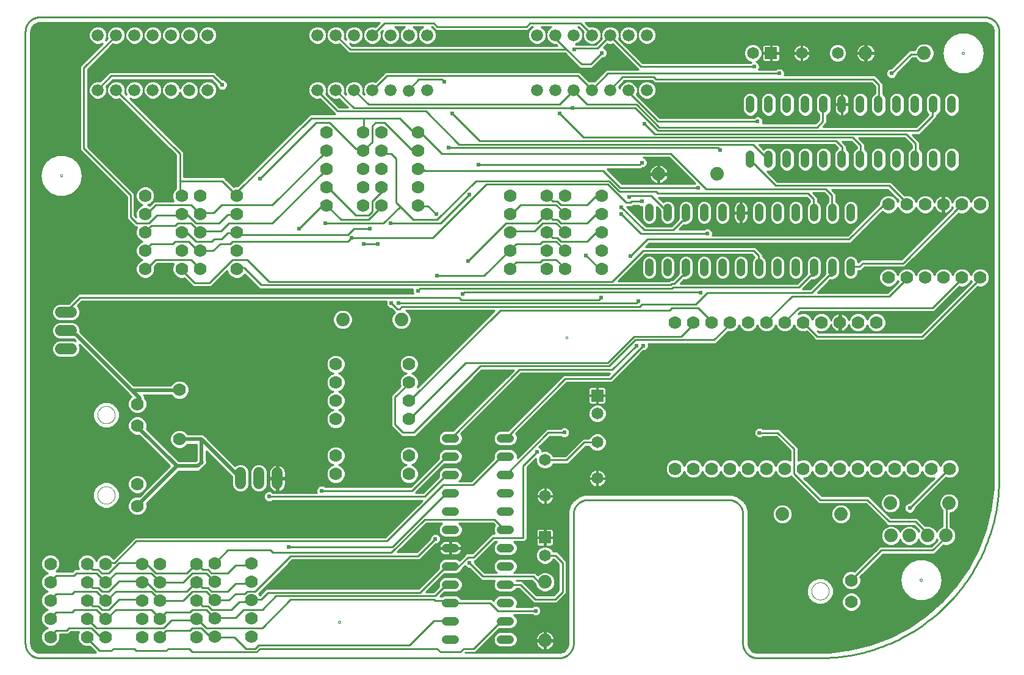
<source format=gtl>
G75*
%MOIN*%
%OFA0B0*%
%FSLAX25Y25*%
%IPPOS*%
%LPD*%
%AMOC8*
5,1,8,0,0,1.08239X$1,22.5*
%
%ADD10C,0.00000*%
%ADD11C,0.01000*%
%ADD12C,0.07000*%
%ADD13C,0.06600*%
%ADD14C,0.04800*%
%ADD15C,0.06000*%
%ADD16R,0.06500X0.06500*%
%ADD17C,0.06500*%
%ADD18C,0.07400*%
%ADD19C,0.00900*%
%ADD20C,0.02000*%
%ADD21C,0.02400*%
D10*
X0040890Y0090550D02*
X0040892Y0090687D01*
X0040898Y0090825D01*
X0040908Y0090962D01*
X0040922Y0091098D01*
X0040940Y0091234D01*
X0040961Y0091370D01*
X0040987Y0091505D01*
X0041017Y0091639D01*
X0041050Y0091772D01*
X0041087Y0091905D01*
X0041129Y0092036D01*
X0041173Y0092165D01*
X0041222Y0092294D01*
X0041274Y0092421D01*
X0041330Y0092546D01*
X0041390Y0092670D01*
X0041453Y0092792D01*
X0041520Y0092912D01*
X0041590Y0093030D01*
X0041663Y0093146D01*
X0041740Y0093260D01*
X0041820Y0093372D01*
X0041904Y0093481D01*
X0041990Y0093588D01*
X0042080Y0093692D01*
X0042172Y0093793D01*
X0042267Y0093892D01*
X0042366Y0093988D01*
X0042466Y0094082D01*
X0042570Y0094172D01*
X0042676Y0094259D01*
X0042785Y0094343D01*
X0042896Y0094424D01*
X0043009Y0094502D01*
X0043125Y0094576D01*
X0043242Y0094647D01*
X0043362Y0094714D01*
X0043483Y0094778D01*
X0043607Y0094839D01*
X0043732Y0094896D01*
X0043858Y0094949D01*
X0043986Y0094999D01*
X0044116Y0095045D01*
X0044247Y0095087D01*
X0044379Y0095125D01*
X0044512Y0095159D01*
X0044645Y0095190D01*
X0044780Y0095217D01*
X0044916Y0095239D01*
X0045052Y0095258D01*
X0045188Y0095273D01*
X0045325Y0095284D01*
X0045462Y0095291D01*
X0045600Y0095294D01*
X0045737Y0095293D01*
X0045874Y0095288D01*
X0046011Y0095279D01*
X0046148Y0095266D01*
X0046284Y0095249D01*
X0046420Y0095228D01*
X0046555Y0095204D01*
X0046690Y0095175D01*
X0046823Y0095143D01*
X0046956Y0095106D01*
X0047087Y0095066D01*
X0047217Y0095022D01*
X0047346Y0094974D01*
X0047473Y0094923D01*
X0047599Y0094868D01*
X0047723Y0094809D01*
X0047846Y0094747D01*
X0047966Y0094681D01*
X0048085Y0094612D01*
X0048201Y0094539D01*
X0048316Y0094463D01*
X0048428Y0094384D01*
X0048538Y0094301D01*
X0048645Y0094216D01*
X0048750Y0094127D01*
X0048852Y0094035D01*
X0048952Y0093941D01*
X0049049Y0093843D01*
X0049143Y0093743D01*
X0049234Y0093640D01*
X0049322Y0093535D01*
X0049406Y0093427D01*
X0049488Y0093316D01*
X0049567Y0093203D01*
X0049642Y0093088D01*
X0049714Y0092971D01*
X0049782Y0092852D01*
X0049847Y0092731D01*
X0049908Y0092608D01*
X0049966Y0092484D01*
X0050020Y0092358D01*
X0050071Y0092230D01*
X0050117Y0092101D01*
X0050160Y0091970D01*
X0050200Y0091839D01*
X0050235Y0091706D01*
X0050267Y0091572D01*
X0050294Y0091438D01*
X0050318Y0091302D01*
X0050338Y0091166D01*
X0050354Y0091030D01*
X0050366Y0090893D01*
X0050374Y0090756D01*
X0050378Y0090619D01*
X0050378Y0090481D01*
X0050374Y0090344D01*
X0050366Y0090207D01*
X0050354Y0090070D01*
X0050338Y0089934D01*
X0050318Y0089798D01*
X0050294Y0089662D01*
X0050267Y0089528D01*
X0050235Y0089394D01*
X0050200Y0089261D01*
X0050160Y0089130D01*
X0050117Y0088999D01*
X0050071Y0088870D01*
X0050020Y0088742D01*
X0049966Y0088616D01*
X0049908Y0088492D01*
X0049847Y0088369D01*
X0049782Y0088248D01*
X0049714Y0088129D01*
X0049642Y0088012D01*
X0049567Y0087897D01*
X0049488Y0087784D01*
X0049406Y0087673D01*
X0049322Y0087565D01*
X0049234Y0087460D01*
X0049143Y0087357D01*
X0049049Y0087257D01*
X0048952Y0087159D01*
X0048852Y0087065D01*
X0048750Y0086973D01*
X0048645Y0086884D01*
X0048538Y0086799D01*
X0048428Y0086716D01*
X0048316Y0086637D01*
X0048201Y0086561D01*
X0048085Y0086488D01*
X0047966Y0086419D01*
X0047846Y0086353D01*
X0047723Y0086291D01*
X0047599Y0086232D01*
X0047473Y0086177D01*
X0047346Y0086126D01*
X0047217Y0086078D01*
X0047087Y0086034D01*
X0046956Y0085994D01*
X0046823Y0085957D01*
X0046690Y0085925D01*
X0046555Y0085896D01*
X0046420Y0085872D01*
X0046284Y0085851D01*
X0046148Y0085834D01*
X0046011Y0085821D01*
X0045874Y0085812D01*
X0045737Y0085807D01*
X0045600Y0085806D01*
X0045462Y0085809D01*
X0045325Y0085816D01*
X0045188Y0085827D01*
X0045052Y0085842D01*
X0044916Y0085861D01*
X0044780Y0085883D01*
X0044645Y0085910D01*
X0044512Y0085941D01*
X0044379Y0085975D01*
X0044247Y0086013D01*
X0044116Y0086055D01*
X0043986Y0086101D01*
X0043858Y0086151D01*
X0043732Y0086204D01*
X0043607Y0086261D01*
X0043483Y0086322D01*
X0043362Y0086386D01*
X0043242Y0086453D01*
X0043125Y0086524D01*
X0043009Y0086598D01*
X0042896Y0086676D01*
X0042785Y0086757D01*
X0042676Y0086841D01*
X0042570Y0086928D01*
X0042466Y0087018D01*
X0042366Y0087112D01*
X0042267Y0087208D01*
X0042172Y0087307D01*
X0042080Y0087408D01*
X0041990Y0087512D01*
X0041904Y0087619D01*
X0041820Y0087728D01*
X0041740Y0087840D01*
X0041663Y0087954D01*
X0041590Y0088070D01*
X0041520Y0088188D01*
X0041453Y0088308D01*
X0041390Y0088430D01*
X0041330Y0088554D01*
X0041274Y0088679D01*
X0041222Y0088806D01*
X0041173Y0088935D01*
X0041129Y0089064D01*
X0041087Y0089195D01*
X0041050Y0089328D01*
X0041017Y0089461D01*
X0040987Y0089595D01*
X0040961Y0089730D01*
X0040940Y0089866D01*
X0040922Y0090002D01*
X0040908Y0090138D01*
X0040898Y0090275D01*
X0040892Y0090413D01*
X0040890Y0090550D01*
X0040914Y0134457D02*
X0040916Y0134594D01*
X0040922Y0134732D01*
X0040932Y0134869D01*
X0040946Y0135005D01*
X0040964Y0135141D01*
X0040985Y0135277D01*
X0041011Y0135412D01*
X0041041Y0135546D01*
X0041074Y0135679D01*
X0041111Y0135812D01*
X0041153Y0135943D01*
X0041197Y0136072D01*
X0041246Y0136201D01*
X0041298Y0136328D01*
X0041354Y0136453D01*
X0041414Y0136577D01*
X0041477Y0136699D01*
X0041544Y0136819D01*
X0041614Y0136937D01*
X0041687Y0137053D01*
X0041764Y0137167D01*
X0041844Y0137279D01*
X0041928Y0137388D01*
X0042014Y0137495D01*
X0042104Y0137599D01*
X0042196Y0137700D01*
X0042291Y0137799D01*
X0042390Y0137895D01*
X0042490Y0137989D01*
X0042594Y0138079D01*
X0042700Y0138166D01*
X0042809Y0138250D01*
X0042920Y0138331D01*
X0043033Y0138409D01*
X0043149Y0138483D01*
X0043266Y0138554D01*
X0043386Y0138621D01*
X0043507Y0138685D01*
X0043631Y0138746D01*
X0043756Y0138803D01*
X0043882Y0138856D01*
X0044010Y0138906D01*
X0044140Y0138952D01*
X0044271Y0138994D01*
X0044403Y0139032D01*
X0044536Y0139066D01*
X0044669Y0139097D01*
X0044804Y0139124D01*
X0044940Y0139146D01*
X0045076Y0139165D01*
X0045212Y0139180D01*
X0045349Y0139191D01*
X0045486Y0139198D01*
X0045624Y0139201D01*
X0045761Y0139200D01*
X0045898Y0139195D01*
X0046035Y0139186D01*
X0046172Y0139173D01*
X0046308Y0139156D01*
X0046444Y0139135D01*
X0046579Y0139111D01*
X0046714Y0139082D01*
X0046847Y0139050D01*
X0046980Y0139013D01*
X0047111Y0138973D01*
X0047241Y0138929D01*
X0047370Y0138881D01*
X0047497Y0138830D01*
X0047623Y0138775D01*
X0047747Y0138716D01*
X0047870Y0138654D01*
X0047990Y0138588D01*
X0048109Y0138519D01*
X0048225Y0138446D01*
X0048340Y0138370D01*
X0048452Y0138291D01*
X0048562Y0138208D01*
X0048669Y0138123D01*
X0048774Y0138034D01*
X0048876Y0137942D01*
X0048976Y0137848D01*
X0049073Y0137750D01*
X0049167Y0137650D01*
X0049258Y0137547D01*
X0049346Y0137442D01*
X0049430Y0137334D01*
X0049512Y0137223D01*
X0049591Y0137110D01*
X0049666Y0136995D01*
X0049738Y0136878D01*
X0049806Y0136759D01*
X0049871Y0136638D01*
X0049932Y0136515D01*
X0049990Y0136391D01*
X0050044Y0136265D01*
X0050095Y0136137D01*
X0050141Y0136008D01*
X0050184Y0135877D01*
X0050224Y0135746D01*
X0050259Y0135613D01*
X0050291Y0135479D01*
X0050318Y0135345D01*
X0050342Y0135209D01*
X0050362Y0135073D01*
X0050378Y0134937D01*
X0050390Y0134800D01*
X0050398Y0134663D01*
X0050402Y0134526D01*
X0050402Y0134388D01*
X0050398Y0134251D01*
X0050390Y0134114D01*
X0050378Y0133977D01*
X0050362Y0133841D01*
X0050342Y0133705D01*
X0050318Y0133569D01*
X0050291Y0133435D01*
X0050259Y0133301D01*
X0050224Y0133168D01*
X0050184Y0133037D01*
X0050141Y0132906D01*
X0050095Y0132777D01*
X0050044Y0132649D01*
X0049990Y0132523D01*
X0049932Y0132399D01*
X0049871Y0132276D01*
X0049806Y0132155D01*
X0049738Y0132036D01*
X0049666Y0131919D01*
X0049591Y0131804D01*
X0049512Y0131691D01*
X0049430Y0131580D01*
X0049346Y0131472D01*
X0049258Y0131367D01*
X0049167Y0131264D01*
X0049073Y0131164D01*
X0048976Y0131066D01*
X0048876Y0130972D01*
X0048774Y0130880D01*
X0048669Y0130791D01*
X0048562Y0130706D01*
X0048452Y0130623D01*
X0048340Y0130544D01*
X0048225Y0130468D01*
X0048109Y0130395D01*
X0047990Y0130326D01*
X0047870Y0130260D01*
X0047747Y0130198D01*
X0047623Y0130139D01*
X0047497Y0130084D01*
X0047370Y0130033D01*
X0047241Y0129985D01*
X0047111Y0129941D01*
X0046980Y0129901D01*
X0046847Y0129864D01*
X0046714Y0129832D01*
X0046579Y0129803D01*
X0046444Y0129779D01*
X0046308Y0129758D01*
X0046172Y0129741D01*
X0046035Y0129728D01*
X0045898Y0129719D01*
X0045761Y0129714D01*
X0045624Y0129713D01*
X0045486Y0129716D01*
X0045349Y0129723D01*
X0045212Y0129734D01*
X0045076Y0129749D01*
X0044940Y0129768D01*
X0044804Y0129790D01*
X0044669Y0129817D01*
X0044536Y0129848D01*
X0044403Y0129882D01*
X0044271Y0129920D01*
X0044140Y0129962D01*
X0044010Y0130008D01*
X0043882Y0130058D01*
X0043756Y0130111D01*
X0043631Y0130168D01*
X0043507Y0130229D01*
X0043386Y0130293D01*
X0043266Y0130360D01*
X0043149Y0130431D01*
X0043033Y0130505D01*
X0042920Y0130583D01*
X0042809Y0130664D01*
X0042700Y0130748D01*
X0042594Y0130835D01*
X0042490Y0130925D01*
X0042390Y0131019D01*
X0042291Y0131115D01*
X0042196Y0131214D01*
X0042104Y0131315D01*
X0042014Y0131419D01*
X0041928Y0131526D01*
X0041844Y0131635D01*
X0041764Y0131747D01*
X0041687Y0131861D01*
X0041614Y0131977D01*
X0041544Y0132095D01*
X0041477Y0132215D01*
X0041414Y0132337D01*
X0041354Y0132461D01*
X0041298Y0132586D01*
X0041246Y0132713D01*
X0041197Y0132842D01*
X0041153Y0132971D01*
X0041111Y0133102D01*
X0041074Y0133235D01*
X0041041Y0133368D01*
X0041011Y0133502D01*
X0040985Y0133637D01*
X0040964Y0133773D01*
X0040946Y0133909D01*
X0040932Y0134045D01*
X0040922Y0134182D01*
X0040916Y0134320D01*
X0040914Y0134457D01*
X0172424Y0021185D02*
X0172426Y0021234D01*
X0172432Y0021282D01*
X0172442Y0021330D01*
X0172456Y0021377D01*
X0172473Y0021423D01*
X0172494Y0021467D01*
X0172519Y0021509D01*
X0172547Y0021549D01*
X0172579Y0021587D01*
X0172613Y0021622D01*
X0172650Y0021654D01*
X0172689Y0021683D01*
X0172731Y0021709D01*
X0172775Y0021731D01*
X0172820Y0021749D01*
X0172867Y0021764D01*
X0172914Y0021775D01*
X0172963Y0021782D01*
X0173012Y0021785D01*
X0173061Y0021784D01*
X0173109Y0021779D01*
X0173158Y0021770D01*
X0173205Y0021757D01*
X0173251Y0021740D01*
X0173295Y0021720D01*
X0173338Y0021696D01*
X0173379Y0021669D01*
X0173417Y0021638D01*
X0173453Y0021605D01*
X0173485Y0021569D01*
X0173515Y0021530D01*
X0173542Y0021489D01*
X0173565Y0021445D01*
X0173584Y0021400D01*
X0173600Y0021354D01*
X0173612Y0021307D01*
X0173620Y0021258D01*
X0173624Y0021209D01*
X0173624Y0021161D01*
X0173620Y0021112D01*
X0173612Y0021063D01*
X0173600Y0021016D01*
X0173584Y0020970D01*
X0173565Y0020925D01*
X0173542Y0020881D01*
X0173515Y0020840D01*
X0173485Y0020801D01*
X0173453Y0020765D01*
X0173417Y0020732D01*
X0173379Y0020701D01*
X0173338Y0020674D01*
X0173295Y0020650D01*
X0173251Y0020630D01*
X0173205Y0020613D01*
X0173158Y0020600D01*
X0173109Y0020591D01*
X0173061Y0020586D01*
X0173012Y0020585D01*
X0172963Y0020588D01*
X0172914Y0020595D01*
X0172867Y0020606D01*
X0172820Y0020621D01*
X0172775Y0020639D01*
X0172731Y0020661D01*
X0172689Y0020687D01*
X0172650Y0020716D01*
X0172613Y0020748D01*
X0172579Y0020783D01*
X0172547Y0020821D01*
X0172519Y0020861D01*
X0172494Y0020903D01*
X0172473Y0020947D01*
X0172456Y0020993D01*
X0172442Y0021040D01*
X0172432Y0021088D01*
X0172426Y0021136D01*
X0172424Y0021185D01*
X0296577Y0176697D02*
X0296579Y0176746D01*
X0296585Y0176794D01*
X0296595Y0176842D01*
X0296609Y0176889D01*
X0296626Y0176935D01*
X0296647Y0176979D01*
X0296672Y0177021D01*
X0296700Y0177061D01*
X0296732Y0177099D01*
X0296766Y0177134D01*
X0296803Y0177166D01*
X0296842Y0177195D01*
X0296884Y0177221D01*
X0296928Y0177243D01*
X0296973Y0177261D01*
X0297020Y0177276D01*
X0297067Y0177287D01*
X0297116Y0177294D01*
X0297165Y0177297D01*
X0297214Y0177296D01*
X0297262Y0177291D01*
X0297311Y0177282D01*
X0297358Y0177269D01*
X0297404Y0177252D01*
X0297448Y0177232D01*
X0297491Y0177208D01*
X0297532Y0177181D01*
X0297570Y0177150D01*
X0297606Y0177117D01*
X0297638Y0177081D01*
X0297668Y0177042D01*
X0297695Y0177001D01*
X0297718Y0176957D01*
X0297737Y0176912D01*
X0297753Y0176866D01*
X0297765Y0176819D01*
X0297773Y0176770D01*
X0297777Y0176721D01*
X0297777Y0176673D01*
X0297773Y0176624D01*
X0297765Y0176575D01*
X0297753Y0176528D01*
X0297737Y0176482D01*
X0297718Y0176437D01*
X0297695Y0176393D01*
X0297668Y0176352D01*
X0297638Y0176313D01*
X0297606Y0176277D01*
X0297570Y0176244D01*
X0297532Y0176213D01*
X0297491Y0176186D01*
X0297448Y0176162D01*
X0297404Y0176142D01*
X0297358Y0176125D01*
X0297311Y0176112D01*
X0297262Y0176103D01*
X0297214Y0176098D01*
X0297165Y0176097D01*
X0297116Y0176100D01*
X0297067Y0176107D01*
X0297020Y0176118D01*
X0296973Y0176133D01*
X0296928Y0176151D01*
X0296884Y0176173D01*
X0296842Y0176199D01*
X0296803Y0176228D01*
X0296766Y0176260D01*
X0296732Y0176295D01*
X0296700Y0176333D01*
X0296672Y0176373D01*
X0296647Y0176415D01*
X0296626Y0176459D01*
X0296609Y0176505D01*
X0296595Y0176552D01*
X0296585Y0176600D01*
X0296579Y0176648D01*
X0296577Y0176697D01*
X0490050Y0044248D02*
X0490052Y0044297D01*
X0490058Y0044345D01*
X0490068Y0044393D01*
X0490082Y0044440D01*
X0490099Y0044486D01*
X0490120Y0044530D01*
X0490145Y0044572D01*
X0490173Y0044612D01*
X0490205Y0044650D01*
X0490239Y0044685D01*
X0490276Y0044717D01*
X0490315Y0044746D01*
X0490357Y0044772D01*
X0490401Y0044794D01*
X0490446Y0044812D01*
X0490493Y0044827D01*
X0490540Y0044838D01*
X0490589Y0044845D01*
X0490638Y0044848D01*
X0490687Y0044847D01*
X0490735Y0044842D01*
X0490784Y0044833D01*
X0490831Y0044820D01*
X0490877Y0044803D01*
X0490921Y0044783D01*
X0490964Y0044759D01*
X0491005Y0044732D01*
X0491043Y0044701D01*
X0491079Y0044668D01*
X0491111Y0044632D01*
X0491141Y0044593D01*
X0491168Y0044552D01*
X0491191Y0044508D01*
X0491210Y0044463D01*
X0491226Y0044417D01*
X0491238Y0044370D01*
X0491246Y0044321D01*
X0491250Y0044272D01*
X0491250Y0044224D01*
X0491246Y0044175D01*
X0491238Y0044126D01*
X0491226Y0044079D01*
X0491210Y0044033D01*
X0491191Y0043988D01*
X0491168Y0043944D01*
X0491141Y0043903D01*
X0491111Y0043864D01*
X0491079Y0043828D01*
X0491043Y0043795D01*
X0491005Y0043764D01*
X0490964Y0043737D01*
X0490921Y0043713D01*
X0490877Y0043693D01*
X0490831Y0043676D01*
X0490784Y0043663D01*
X0490735Y0043654D01*
X0490687Y0043649D01*
X0490638Y0043648D01*
X0490589Y0043651D01*
X0490540Y0043658D01*
X0490493Y0043669D01*
X0490446Y0043684D01*
X0490401Y0043702D01*
X0490357Y0043724D01*
X0490315Y0043750D01*
X0490276Y0043779D01*
X0490239Y0043811D01*
X0490205Y0043846D01*
X0490173Y0043884D01*
X0490145Y0043924D01*
X0490120Y0043966D01*
X0490099Y0044010D01*
X0490082Y0044056D01*
X0490068Y0044103D01*
X0490058Y0044151D01*
X0490052Y0044199D01*
X0490050Y0044248D01*
X0430906Y0038102D02*
X0430908Y0038239D01*
X0430914Y0038377D01*
X0430924Y0038514D01*
X0430938Y0038650D01*
X0430956Y0038786D01*
X0430977Y0038922D01*
X0431003Y0039057D01*
X0431033Y0039191D01*
X0431066Y0039324D01*
X0431103Y0039457D01*
X0431145Y0039588D01*
X0431189Y0039717D01*
X0431238Y0039846D01*
X0431290Y0039973D01*
X0431346Y0040098D01*
X0431406Y0040222D01*
X0431469Y0040344D01*
X0431536Y0040464D01*
X0431606Y0040582D01*
X0431679Y0040698D01*
X0431756Y0040812D01*
X0431836Y0040924D01*
X0431920Y0041033D01*
X0432006Y0041140D01*
X0432096Y0041244D01*
X0432188Y0041345D01*
X0432283Y0041444D01*
X0432382Y0041540D01*
X0432482Y0041634D01*
X0432586Y0041724D01*
X0432692Y0041811D01*
X0432801Y0041895D01*
X0432912Y0041976D01*
X0433025Y0042054D01*
X0433141Y0042128D01*
X0433258Y0042199D01*
X0433378Y0042266D01*
X0433499Y0042330D01*
X0433623Y0042391D01*
X0433748Y0042448D01*
X0433874Y0042501D01*
X0434002Y0042551D01*
X0434132Y0042597D01*
X0434263Y0042639D01*
X0434395Y0042677D01*
X0434528Y0042711D01*
X0434661Y0042742D01*
X0434796Y0042769D01*
X0434932Y0042791D01*
X0435068Y0042810D01*
X0435204Y0042825D01*
X0435341Y0042836D01*
X0435478Y0042843D01*
X0435616Y0042846D01*
X0435753Y0042845D01*
X0435890Y0042840D01*
X0436027Y0042831D01*
X0436164Y0042818D01*
X0436300Y0042801D01*
X0436436Y0042780D01*
X0436571Y0042756D01*
X0436706Y0042727D01*
X0436839Y0042695D01*
X0436972Y0042658D01*
X0437103Y0042618D01*
X0437233Y0042574D01*
X0437362Y0042526D01*
X0437489Y0042475D01*
X0437615Y0042420D01*
X0437739Y0042361D01*
X0437862Y0042299D01*
X0437982Y0042233D01*
X0438101Y0042164D01*
X0438217Y0042091D01*
X0438332Y0042015D01*
X0438444Y0041936D01*
X0438554Y0041853D01*
X0438661Y0041768D01*
X0438766Y0041679D01*
X0438868Y0041587D01*
X0438968Y0041493D01*
X0439065Y0041395D01*
X0439159Y0041295D01*
X0439250Y0041192D01*
X0439338Y0041087D01*
X0439422Y0040979D01*
X0439504Y0040868D01*
X0439583Y0040755D01*
X0439658Y0040640D01*
X0439730Y0040523D01*
X0439798Y0040404D01*
X0439863Y0040283D01*
X0439924Y0040160D01*
X0439982Y0040036D01*
X0440036Y0039910D01*
X0440087Y0039782D01*
X0440133Y0039653D01*
X0440176Y0039522D01*
X0440216Y0039391D01*
X0440251Y0039258D01*
X0440283Y0039124D01*
X0440310Y0038990D01*
X0440334Y0038854D01*
X0440354Y0038718D01*
X0440370Y0038582D01*
X0440382Y0038445D01*
X0440390Y0038308D01*
X0440394Y0038171D01*
X0440394Y0038033D01*
X0440390Y0037896D01*
X0440382Y0037759D01*
X0440370Y0037622D01*
X0440354Y0037486D01*
X0440334Y0037350D01*
X0440310Y0037214D01*
X0440283Y0037080D01*
X0440251Y0036946D01*
X0440216Y0036813D01*
X0440176Y0036682D01*
X0440133Y0036551D01*
X0440087Y0036422D01*
X0440036Y0036294D01*
X0439982Y0036168D01*
X0439924Y0036044D01*
X0439863Y0035921D01*
X0439798Y0035800D01*
X0439730Y0035681D01*
X0439658Y0035564D01*
X0439583Y0035449D01*
X0439504Y0035336D01*
X0439422Y0035225D01*
X0439338Y0035117D01*
X0439250Y0035012D01*
X0439159Y0034909D01*
X0439065Y0034809D01*
X0438968Y0034711D01*
X0438868Y0034617D01*
X0438766Y0034525D01*
X0438661Y0034436D01*
X0438554Y0034351D01*
X0438444Y0034268D01*
X0438332Y0034189D01*
X0438217Y0034113D01*
X0438101Y0034040D01*
X0437982Y0033971D01*
X0437862Y0033905D01*
X0437739Y0033843D01*
X0437615Y0033784D01*
X0437489Y0033729D01*
X0437362Y0033678D01*
X0437233Y0033630D01*
X0437103Y0033586D01*
X0436972Y0033546D01*
X0436839Y0033509D01*
X0436706Y0033477D01*
X0436571Y0033448D01*
X0436436Y0033424D01*
X0436300Y0033403D01*
X0436164Y0033386D01*
X0436027Y0033373D01*
X0435890Y0033364D01*
X0435753Y0033359D01*
X0435616Y0033358D01*
X0435478Y0033361D01*
X0435341Y0033368D01*
X0435204Y0033379D01*
X0435068Y0033394D01*
X0434932Y0033413D01*
X0434796Y0033435D01*
X0434661Y0033462D01*
X0434528Y0033493D01*
X0434395Y0033527D01*
X0434263Y0033565D01*
X0434132Y0033607D01*
X0434002Y0033653D01*
X0433874Y0033703D01*
X0433748Y0033756D01*
X0433623Y0033813D01*
X0433499Y0033874D01*
X0433378Y0033938D01*
X0433258Y0034005D01*
X0433141Y0034076D01*
X0433025Y0034150D01*
X0432912Y0034228D01*
X0432801Y0034309D01*
X0432692Y0034393D01*
X0432586Y0034480D01*
X0432482Y0034570D01*
X0432382Y0034664D01*
X0432283Y0034760D01*
X0432188Y0034859D01*
X0432096Y0034960D01*
X0432006Y0035064D01*
X0431920Y0035171D01*
X0431836Y0035280D01*
X0431756Y0035392D01*
X0431679Y0035506D01*
X0431606Y0035622D01*
X0431536Y0035740D01*
X0431469Y0035860D01*
X0431406Y0035982D01*
X0431346Y0036106D01*
X0431290Y0036231D01*
X0431238Y0036358D01*
X0431189Y0036487D01*
X0431145Y0036616D01*
X0431103Y0036747D01*
X0431066Y0036880D01*
X0431033Y0037013D01*
X0431003Y0037147D01*
X0430977Y0037282D01*
X0430956Y0037418D01*
X0430938Y0037554D01*
X0430924Y0037690D01*
X0430914Y0037827D01*
X0430908Y0037965D01*
X0430906Y0038102D01*
X0020585Y0265280D02*
X0020587Y0265329D01*
X0020593Y0265377D01*
X0020603Y0265425D01*
X0020617Y0265472D01*
X0020634Y0265518D01*
X0020655Y0265562D01*
X0020680Y0265604D01*
X0020708Y0265644D01*
X0020740Y0265682D01*
X0020774Y0265717D01*
X0020811Y0265749D01*
X0020850Y0265778D01*
X0020892Y0265804D01*
X0020936Y0265826D01*
X0020981Y0265844D01*
X0021028Y0265859D01*
X0021075Y0265870D01*
X0021124Y0265877D01*
X0021173Y0265880D01*
X0021222Y0265879D01*
X0021270Y0265874D01*
X0021319Y0265865D01*
X0021366Y0265852D01*
X0021412Y0265835D01*
X0021456Y0265815D01*
X0021499Y0265791D01*
X0021540Y0265764D01*
X0021578Y0265733D01*
X0021614Y0265700D01*
X0021646Y0265664D01*
X0021676Y0265625D01*
X0021703Y0265584D01*
X0021726Y0265540D01*
X0021745Y0265495D01*
X0021761Y0265449D01*
X0021773Y0265402D01*
X0021781Y0265353D01*
X0021785Y0265304D01*
X0021785Y0265256D01*
X0021781Y0265207D01*
X0021773Y0265158D01*
X0021761Y0265111D01*
X0021745Y0265065D01*
X0021726Y0265020D01*
X0021703Y0264976D01*
X0021676Y0264935D01*
X0021646Y0264896D01*
X0021614Y0264860D01*
X0021578Y0264827D01*
X0021540Y0264796D01*
X0021499Y0264769D01*
X0021456Y0264745D01*
X0021412Y0264725D01*
X0021366Y0264708D01*
X0021319Y0264695D01*
X0021270Y0264686D01*
X0021222Y0264681D01*
X0021173Y0264680D01*
X0021124Y0264683D01*
X0021075Y0264690D01*
X0021028Y0264701D01*
X0020981Y0264716D01*
X0020936Y0264734D01*
X0020892Y0264756D01*
X0020850Y0264782D01*
X0020811Y0264811D01*
X0020774Y0264843D01*
X0020740Y0264878D01*
X0020708Y0264916D01*
X0020680Y0264956D01*
X0020655Y0264998D01*
X0020634Y0265042D01*
X0020617Y0265088D01*
X0020603Y0265135D01*
X0020593Y0265183D01*
X0020587Y0265231D01*
X0020585Y0265280D01*
X0513113Y0332209D02*
X0513115Y0332258D01*
X0513121Y0332306D01*
X0513131Y0332354D01*
X0513145Y0332401D01*
X0513162Y0332447D01*
X0513183Y0332491D01*
X0513208Y0332533D01*
X0513236Y0332573D01*
X0513268Y0332611D01*
X0513302Y0332646D01*
X0513339Y0332678D01*
X0513378Y0332707D01*
X0513420Y0332733D01*
X0513464Y0332755D01*
X0513509Y0332773D01*
X0513556Y0332788D01*
X0513603Y0332799D01*
X0513652Y0332806D01*
X0513701Y0332809D01*
X0513750Y0332808D01*
X0513798Y0332803D01*
X0513847Y0332794D01*
X0513894Y0332781D01*
X0513940Y0332764D01*
X0513984Y0332744D01*
X0514027Y0332720D01*
X0514068Y0332693D01*
X0514106Y0332662D01*
X0514142Y0332629D01*
X0514174Y0332593D01*
X0514204Y0332554D01*
X0514231Y0332513D01*
X0514254Y0332469D01*
X0514273Y0332424D01*
X0514289Y0332378D01*
X0514301Y0332331D01*
X0514309Y0332282D01*
X0514313Y0332233D01*
X0514313Y0332185D01*
X0514309Y0332136D01*
X0514301Y0332087D01*
X0514289Y0332040D01*
X0514273Y0331994D01*
X0514254Y0331949D01*
X0514231Y0331905D01*
X0514204Y0331864D01*
X0514174Y0331825D01*
X0514142Y0331789D01*
X0514106Y0331756D01*
X0514068Y0331725D01*
X0514027Y0331698D01*
X0513984Y0331674D01*
X0513940Y0331654D01*
X0513894Y0331637D01*
X0513847Y0331624D01*
X0513798Y0331615D01*
X0513750Y0331610D01*
X0513701Y0331609D01*
X0513652Y0331612D01*
X0513603Y0331619D01*
X0513556Y0331630D01*
X0513509Y0331645D01*
X0513464Y0331663D01*
X0513420Y0331685D01*
X0513378Y0331711D01*
X0513339Y0331740D01*
X0513302Y0331772D01*
X0513268Y0331807D01*
X0513236Y0331845D01*
X0513208Y0331885D01*
X0513183Y0331927D01*
X0513162Y0331971D01*
X0513145Y0332017D01*
X0513131Y0332064D01*
X0513121Y0332112D01*
X0513115Y0332160D01*
X0513113Y0332209D01*
D11*
X0005964Y0005964D02*
X0005045Y0007230D01*
X0004562Y0008718D01*
X0004500Y0009500D01*
X0004500Y0343894D01*
X0004562Y0344676D01*
X0005045Y0346164D01*
X0005964Y0347429D01*
X0007230Y0348349D01*
X0008718Y0348832D01*
X0009500Y0348894D01*
X0195034Y0348894D01*
X0192789Y0346649D01*
X0192058Y0346952D01*
X0190069Y0346952D01*
X0188231Y0346191D01*
X0186825Y0344784D01*
X0186063Y0342947D01*
X0185302Y0344784D01*
X0183896Y0346191D01*
X0182058Y0346952D01*
X0180069Y0346952D01*
X0178231Y0346191D01*
X0176825Y0344784D01*
X0176063Y0342947D01*
X0175302Y0344784D01*
X0173896Y0346191D01*
X0172058Y0346952D01*
X0170069Y0346952D01*
X0168231Y0346191D01*
X0166825Y0344784D01*
X0166063Y0342947D01*
X0165302Y0344784D01*
X0163896Y0346191D01*
X0162058Y0346952D01*
X0160069Y0346952D01*
X0158231Y0346191D01*
X0156825Y0344784D01*
X0156063Y0342947D01*
X0156063Y0340957D01*
X0156825Y0339120D01*
X0158231Y0337713D01*
X0160069Y0336952D01*
X0162058Y0336952D01*
X0163896Y0337713D01*
X0165302Y0339120D01*
X0166063Y0340957D01*
X0166063Y0342947D01*
X0166063Y0340957D01*
X0166825Y0339120D01*
X0168231Y0337713D01*
X0170069Y0336952D01*
X0172058Y0336952D01*
X0172871Y0337289D01*
X0176853Y0333306D01*
X0178112Y0332047D01*
X0296237Y0332047D01*
X0304362Y0323922D01*
X0311144Y0323922D01*
X0312403Y0325181D01*
X0316644Y0329422D01*
X0317080Y0329422D01*
X0318146Y0329863D01*
X0318961Y0330679D01*
X0319403Y0331745D01*
X0319403Y0332899D01*
X0318961Y0333965D01*
X0318146Y0334780D01*
X0317337Y0335115D01*
X0319433Y0337211D01*
X0319977Y0336986D01*
X0321967Y0336986D01*
X0322378Y0337156D01*
X0336312Y0323222D01*
X0318737Y0323222D01*
X0312381Y0316865D01*
X0311960Y0317039D01*
X0309971Y0317039D01*
X0309427Y0316814D01*
X0304269Y0321972D01*
X0198112Y0321972D01*
X0196853Y0320712D01*
X0192826Y0316685D01*
X0192052Y0317005D01*
X0190063Y0317005D01*
X0188225Y0316244D01*
X0186818Y0314838D01*
X0186057Y0313000D01*
X0185296Y0314838D01*
X0183889Y0316244D01*
X0182052Y0317005D01*
X0180063Y0317005D01*
X0178225Y0316244D01*
X0176818Y0314838D01*
X0176057Y0313000D01*
X0175296Y0314838D01*
X0173889Y0316244D01*
X0172052Y0317005D01*
X0170063Y0317005D01*
X0168225Y0316244D01*
X0166818Y0314838D01*
X0166057Y0313000D01*
X0165296Y0314838D01*
X0163889Y0316244D01*
X0162052Y0317005D01*
X0160063Y0317005D01*
X0158225Y0316244D01*
X0156818Y0314838D01*
X0156057Y0313000D01*
X0156057Y0311011D01*
X0156818Y0309173D01*
X0158225Y0307767D01*
X0160063Y0307006D01*
X0162052Y0307006D01*
X0162389Y0307145D01*
X0170687Y0298847D01*
X0156862Y0298847D01*
X0155603Y0297587D01*
X0117446Y0259431D01*
X0115865Y0259431D01*
X0115207Y0259158D01*
X0111153Y0263212D01*
X0109894Y0264472D01*
X0088028Y0264472D01*
X0088028Y0278212D01*
X0086769Y0279472D01*
X0058531Y0307709D01*
X0060150Y0307039D01*
X0062139Y0307039D01*
X0063977Y0307800D01*
X0065384Y0309206D01*
X0066145Y0311044D01*
X0066906Y0309206D01*
X0068313Y0307800D01*
X0070150Y0307039D01*
X0072139Y0307039D01*
X0073977Y0307800D01*
X0075384Y0309206D01*
X0076145Y0311044D01*
X0076906Y0309206D01*
X0078313Y0307800D01*
X0080150Y0307039D01*
X0082139Y0307039D01*
X0083977Y0307800D01*
X0085384Y0309206D01*
X0086045Y0310803D01*
X0086045Y0310744D01*
X0086806Y0308906D01*
X0088213Y0307500D01*
X0090050Y0306739D01*
X0092039Y0306739D01*
X0093877Y0307500D01*
X0095284Y0308906D01*
X0096045Y0310744D01*
X0096045Y0312733D01*
X0095284Y0314571D01*
X0093877Y0315977D01*
X0092039Y0316739D01*
X0090050Y0316739D01*
X0088213Y0315977D01*
X0086806Y0314571D01*
X0086145Y0312975D01*
X0086145Y0313033D01*
X0085384Y0314871D01*
X0083977Y0316277D01*
X0082139Y0317039D01*
X0080150Y0317039D01*
X0078313Y0316277D01*
X0076906Y0314871D01*
X0076145Y0313033D01*
X0076145Y0311044D01*
X0076145Y0313033D01*
X0075384Y0314871D01*
X0073977Y0316277D01*
X0072139Y0317039D01*
X0070150Y0317039D01*
X0068313Y0316277D01*
X0066906Y0314871D01*
X0066145Y0313033D01*
X0066145Y0311044D01*
X0066145Y0313033D01*
X0065384Y0314871D01*
X0063977Y0316277D01*
X0062139Y0317039D01*
X0060150Y0317039D01*
X0058313Y0316277D01*
X0056906Y0314871D01*
X0056145Y0313033D01*
X0056145Y0311044D01*
X0056816Y0309425D01*
X0055867Y0310373D01*
X0056145Y0311044D01*
X0056145Y0313033D01*
X0055384Y0314871D01*
X0053977Y0316277D01*
X0052139Y0317039D01*
X0050150Y0317039D01*
X0048313Y0316277D01*
X0046906Y0314871D01*
X0046145Y0313033D01*
X0046145Y0311044D01*
X0046906Y0309206D01*
X0048313Y0307800D01*
X0050150Y0307039D01*
X0052139Y0307039D01*
X0052833Y0307326D01*
X0083728Y0276431D01*
X0083728Y0258363D01*
X0082535Y0257169D01*
X0081743Y0255258D01*
X0081743Y0253189D01*
X0082506Y0251347D01*
X0071862Y0251347D01*
X0069365Y0248849D01*
X0068460Y0249224D01*
X0069888Y0249815D01*
X0071351Y0251278D01*
X0072143Y0253189D01*
X0072143Y0255258D01*
X0071351Y0257169D01*
X0069888Y0258632D01*
X0067977Y0259424D01*
X0065909Y0259424D01*
X0063997Y0258632D01*
X0062535Y0257169D01*
X0061743Y0255258D01*
X0061743Y0253189D01*
X0062535Y0251278D01*
X0063997Y0249815D01*
X0065426Y0249224D01*
X0063997Y0248632D01*
X0062535Y0247169D01*
X0061743Y0245258D01*
X0061743Y0243189D01*
X0061967Y0242648D01*
X0061153Y0243462D01*
X0061153Y0255337D01*
X0059894Y0256597D01*
X0035528Y0280962D01*
X0035528Y0323306D01*
X0049485Y0337263D01*
X0050157Y0336985D01*
X0052146Y0336985D01*
X0053983Y0337746D01*
X0055390Y0339153D01*
X0056151Y0340990D01*
X0056912Y0339153D01*
X0058319Y0337746D01*
X0060157Y0336985D01*
X0062146Y0336985D01*
X0063983Y0337746D01*
X0065390Y0339153D01*
X0066151Y0340990D01*
X0066151Y0342980D01*
X0065390Y0344817D01*
X0063983Y0346224D01*
X0062146Y0346985D01*
X0060157Y0346985D01*
X0058319Y0346224D01*
X0056912Y0344817D01*
X0056151Y0342980D01*
X0055390Y0344817D01*
X0053983Y0346224D01*
X0052146Y0346985D01*
X0050157Y0346985D01*
X0048319Y0346224D01*
X0046912Y0344817D01*
X0046151Y0342980D01*
X0045390Y0344817D01*
X0043983Y0346224D01*
X0042146Y0346985D01*
X0040157Y0346985D01*
X0038319Y0346224D01*
X0036912Y0344817D01*
X0036151Y0342980D01*
X0036151Y0340990D01*
X0036912Y0339153D01*
X0038319Y0337746D01*
X0040157Y0336985D01*
X0042146Y0336985D01*
X0043818Y0337678D01*
X0032487Y0326347D01*
X0031228Y0325087D01*
X0031228Y0279181D01*
X0056853Y0253556D01*
X0056853Y0241681D01*
X0058112Y0240422D01*
X0061487Y0237047D01*
X0062484Y0237047D01*
X0061743Y0235258D01*
X0061743Y0233189D01*
X0062535Y0231278D01*
X0063997Y0229815D01*
X0065426Y0229224D01*
X0063997Y0228632D01*
X0062535Y0227169D01*
X0061743Y0225258D01*
X0061743Y0223189D01*
X0062535Y0221278D01*
X0063997Y0219815D01*
X0065426Y0219224D01*
X0063997Y0218632D01*
X0062535Y0217169D01*
X0061743Y0215258D01*
X0061743Y0213189D01*
X0062535Y0211278D01*
X0063997Y0209815D01*
X0065909Y0209024D01*
X0067977Y0209024D01*
X0069888Y0209815D01*
X0071351Y0211278D01*
X0072143Y0213189D01*
X0072143Y0215258D01*
X0072058Y0215462D01*
X0073644Y0217047D01*
X0082484Y0217047D01*
X0081743Y0215258D01*
X0081743Y0213189D01*
X0082535Y0211278D01*
X0083997Y0209815D01*
X0085909Y0209024D01*
X0087977Y0209024D01*
X0088443Y0209216D01*
X0093112Y0204547D01*
X0103019Y0204547D01*
X0104278Y0205806D01*
X0111700Y0213228D01*
X0111700Y0213196D01*
X0112491Y0211285D01*
X0113954Y0209822D01*
X0115865Y0209031D01*
X0117934Y0209031D01*
X0119845Y0209822D01*
X0121308Y0211285D01*
X0121327Y0211332D01*
X0129362Y0203297D01*
X0213143Y0203297D01*
X0212978Y0202899D01*
X0212978Y0201745D01*
X0213402Y0200722D01*
X0030612Y0200722D01*
X0029353Y0199462D01*
X0025224Y0195333D01*
X0019866Y0195333D01*
X0018138Y0194618D01*
X0016816Y0193295D01*
X0016101Y0191568D01*
X0016101Y0189698D01*
X0016816Y0187971D01*
X0018138Y0186649D01*
X0019866Y0185933D01*
X0027736Y0185933D01*
X0029463Y0186649D01*
X0030785Y0187971D01*
X0031501Y0189698D01*
X0031501Y0191568D01*
X0030785Y0193295D01*
X0030026Y0194054D01*
X0032394Y0196422D01*
X0198768Y0196422D01*
X0198603Y0196024D01*
X0198603Y0194870D01*
X0199044Y0193804D01*
X0199860Y0192988D01*
X0200926Y0192547D01*
X0201362Y0192547D01*
X0203306Y0190604D01*
X0202300Y0189598D01*
X0201478Y0187613D01*
X0201478Y0185465D01*
X0202300Y0183481D01*
X0203819Y0181961D01*
X0205804Y0181139D01*
X0207952Y0181139D01*
X0209937Y0181961D01*
X0211456Y0183481D01*
X0212278Y0185465D01*
X0212278Y0187613D01*
X0211456Y0189598D01*
X0209937Y0191117D01*
X0209201Y0191422D01*
X0257562Y0191422D01*
X0215585Y0149444D01*
X0216259Y0151072D01*
X0216259Y0153141D01*
X0215467Y0155052D01*
X0214005Y0156515D01*
X0212576Y0157106D01*
X0214005Y0157698D01*
X0215467Y0159161D01*
X0216259Y0161072D01*
X0216259Y0163141D01*
X0215467Y0165052D01*
X0214005Y0166515D01*
X0212093Y0167306D01*
X0210025Y0167306D01*
X0208113Y0166515D01*
X0206651Y0165052D01*
X0205859Y0163141D01*
X0205859Y0161072D01*
X0206651Y0159161D01*
X0208113Y0157698D01*
X0209542Y0157106D01*
X0208113Y0156515D01*
X0206651Y0155052D01*
X0205859Y0153141D01*
X0205859Y0151072D01*
X0206255Y0150115D01*
X0202487Y0146347D01*
X0201228Y0145087D01*
X0201228Y0128306D01*
X0202487Y0127047D01*
X0206862Y0122672D01*
X0214519Y0122672D01*
X0250769Y0158922D01*
X0268187Y0158922D01*
X0235039Y0125773D01*
X0230466Y0125773D01*
X0228959Y0125149D01*
X0227805Y0123996D01*
X0227181Y0122489D01*
X0227181Y0120858D01*
X0227805Y0119351D01*
X0228959Y0118197D01*
X0230466Y0117573D01*
X0236897Y0117573D01*
X0238404Y0118197D01*
X0239557Y0119351D01*
X0240181Y0120858D01*
X0240181Y0122489D01*
X0239557Y0123996D01*
X0239450Y0124103D01*
X0272394Y0157047D01*
X0320687Y0157047D01*
X0319987Y0156347D01*
X0295612Y0156347D01*
X0294353Y0155087D01*
X0265039Y0125773D01*
X0260466Y0125773D01*
X0258959Y0125149D01*
X0257805Y0123996D01*
X0257181Y0122489D01*
X0257181Y0120858D01*
X0257805Y0119351D01*
X0258959Y0118197D01*
X0260466Y0117573D01*
X0266897Y0117573D01*
X0268404Y0118197D01*
X0269557Y0119351D01*
X0270181Y0120858D01*
X0270181Y0122489D01*
X0269557Y0123996D01*
X0269450Y0124103D01*
X0297394Y0152047D01*
X0321769Y0152047D01*
X0323028Y0153306D01*
X0323028Y0153306D01*
X0339143Y0169422D01*
X0339580Y0169422D01*
X0340646Y0169863D01*
X0341461Y0170679D01*
X0341903Y0171745D01*
X0341903Y0172899D01*
X0341738Y0173297D01*
X0378644Y0173297D01*
X0385195Y0179848D01*
X0385358Y0179781D01*
X0387426Y0179781D01*
X0389338Y0180573D01*
X0390800Y0182036D01*
X0391392Y0183464D01*
X0391984Y0182036D01*
X0393447Y0180573D01*
X0395358Y0179781D01*
X0397426Y0179781D01*
X0399338Y0180573D01*
X0400800Y0182036D01*
X0401392Y0183464D01*
X0401984Y0182036D01*
X0403447Y0180573D01*
X0405358Y0179781D01*
X0407426Y0179781D01*
X0409338Y0180573D01*
X0410800Y0182036D01*
X0411392Y0183464D01*
X0411984Y0182036D01*
X0413447Y0180573D01*
X0415358Y0179781D01*
X0417426Y0179781D01*
X0419338Y0180573D01*
X0420800Y0182036D01*
X0421392Y0183464D01*
X0421984Y0182036D01*
X0423447Y0180573D01*
X0425358Y0179781D01*
X0427426Y0179781D01*
X0428188Y0180096D01*
X0431853Y0176431D01*
X0433112Y0175172D01*
X0492394Y0175172D01*
X0521624Y0204402D01*
X0521894Y0204291D01*
X0523963Y0204291D01*
X0525874Y0205082D01*
X0527337Y0206545D01*
X0528128Y0208456D01*
X0528128Y0210525D01*
X0527337Y0212436D01*
X0525874Y0213899D01*
X0523963Y0214691D01*
X0521894Y0214691D01*
X0519983Y0213899D01*
X0518520Y0212436D01*
X0517928Y0211008D01*
X0517337Y0212436D01*
X0515874Y0213899D01*
X0513963Y0214691D01*
X0511894Y0214691D01*
X0509983Y0213899D01*
X0508520Y0212436D01*
X0507928Y0211008D01*
X0507337Y0212436D01*
X0505874Y0213899D01*
X0503963Y0214691D01*
X0501894Y0214691D01*
X0499983Y0213899D01*
X0498520Y0212436D01*
X0497928Y0211008D01*
X0497337Y0212436D01*
X0495874Y0213899D01*
X0493963Y0214691D01*
X0491894Y0214691D01*
X0489983Y0213899D01*
X0488520Y0212436D01*
X0487928Y0211008D01*
X0487337Y0212436D01*
X0485874Y0213899D01*
X0483963Y0214691D01*
X0481894Y0214691D01*
X0479983Y0213899D01*
X0478520Y0212436D01*
X0477928Y0211008D01*
X0477337Y0212436D01*
X0475874Y0213899D01*
X0473963Y0214691D01*
X0471894Y0214691D01*
X0469983Y0213899D01*
X0468520Y0212436D01*
X0467728Y0210525D01*
X0467728Y0208456D01*
X0468520Y0206545D01*
X0469983Y0205082D01*
X0471894Y0204291D01*
X0473963Y0204291D01*
X0475874Y0205082D01*
X0477337Y0206545D01*
X0477928Y0207973D01*
X0478276Y0207135D01*
X0472487Y0201347D01*
X0434193Y0201347D01*
X0441144Y0208297D01*
X0443019Y0208297D01*
X0443277Y0208555D01*
X0444641Y0209120D01*
X0445795Y0210274D01*
X0446419Y0211781D01*
X0446419Y0218212D01*
X0445795Y0219719D01*
X0444641Y0220872D01*
X0443134Y0221496D01*
X0441503Y0221496D01*
X0439996Y0220872D01*
X0438843Y0219719D01*
X0438219Y0218212D01*
X0438219Y0211781D01*
X0438315Y0211549D01*
X0429987Y0203222D01*
X0426068Y0203222D01*
X0426153Y0203306D01*
X0431144Y0208297D01*
X0433019Y0208297D01*
X0433277Y0208555D01*
X0434641Y0209120D01*
X0435795Y0210274D01*
X0436419Y0211781D01*
X0436419Y0218212D01*
X0435795Y0219719D01*
X0434641Y0220872D01*
X0433134Y0221496D01*
X0431503Y0221496D01*
X0429996Y0220872D01*
X0428843Y0219719D01*
X0428219Y0218212D01*
X0428219Y0211781D01*
X0428315Y0211549D01*
X0423112Y0206347D01*
X0359193Y0206347D01*
X0361144Y0208297D01*
X0363019Y0208297D01*
X0363277Y0208555D01*
X0364641Y0209120D01*
X0365795Y0210274D01*
X0366419Y0211781D01*
X0366419Y0218212D01*
X0365795Y0219719D01*
X0364641Y0220872D01*
X0363134Y0221496D01*
X0361503Y0221496D01*
X0359996Y0220872D01*
X0358843Y0219719D01*
X0358219Y0218212D01*
X0358219Y0211781D01*
X0358315Y0211549D01*
X0354987Y0208222D01*
X0353737Y0208222D01*
X0353112Y0207597D01*
X0325443Y0207597D01*
X0339894Y0222047D01*
X0398487Y0222047D01*
X0399829Y0220705D01*
X0398843Y0219719D01*
X0398219Y0218212D01*
X0398219Y0211781D01*
X0398843Y0210274D01*
X0399996Y0209120D01*
X0401503Y0208496D01*
X0403134Y0208496D01*
X0404641Y0209120D01*
X0405795Y0210274D01*
X0406419Y0211781D01*
X0406419Y0218212D01*
X0405795Y0219719D01*
X0404641Y0220872D01*
X0404278Y0221022D01*
X0404278Y0222337D01*
X0403019Y0223597D01*
X0400269Y0226347D01*
X0340443Y0226347D01*
X0342394Y0228297D01*
X0452394Y0228297D01*
X0469581Y0245484D01*
X0469983Y0245082D01*
X0471894Y0244291D01*
X0473963Y0244291D01*
X0475874Y0245082D01*
X0477337Y0246545D01*
X0477928Y0247973D01*
X0478520Y0246545D01*
X0479983Y0245082D01*
X0481894Y0244291D01*
X0483963Y0244291D01*
X0485874Y0245082D01*
X0487337Y0246545D01*
X0487928Y0247973D01*
X0488520Y0246545D01*
X0489983Y0245082D01*
X0491894Y0244291D01*
X0493963Y0244291D01*
X0495874Y0245082D01*
X0497337Y0246545D01*
X0498060Y0248292D01*
X0498295Y0247571D01*
X0498652Y0246870D01*
X0499115Y0246233D01*
X0499671Y0245677D01*
X0500308Y0245214D01*
X0501009Y0244857D01*
X0501758Y0244614D01*
X0502428Y0244507D01*
X0502428Y0248990D01*
X0503428Y0248990D01*
X0503428Y0244507D01*
X0504099Y0244614D01*
X0504848Y0244857D01*
X0505549Y0245214D01*
X0506186Y0245677D01*
X0506742Y0246233D01*
X0507205Y0246870D01*
X0507562Y0247571D01*
X0507796Y0248292D01*
X0508093Y0247577D01*
X0479987Y0219472D01*
X0458112Y0219472D01*
X0456419Y0217778D01*
X0456419Y0218212D01*
X0455795Y0219719D01*
X0454641Y0220872D01*
X0453134Y0221496D01*
X0451503Y0221496D01*
X0449996Y0220872D01*
X0448843Y0219719D01*
X0448219Y0218212D01*
X0448219Y0211781D01*
X0448843Y0210274D01*
X0449996Y0209120D01*
X0451503Y0208496D01*
X0453134Y0208496D01*
X0454641Y0209120D01*
X0455795Y0210274D01*
X0456419Y0211781D01*
X0456419Y0213297D01*
X0458019Y0213297D01*
X0459278Y0214556D01*
X0459894Y0215172D01*
X0481769Y0215172D01*
X0483028Y0216431D01*
X0511182Y0244585D01*
X0511894Y0244291D01*
X0513963Y0244291D01*
X0515874Y0245082D01*
X0517337Y0246545D01*
X0517928Y0247973D01*
X0518520Y0246545D01*
X0519983Y0245082D01*
X0521894Y0244291D01*
X0523963Y0244291D01*
X0525874Y0245082D01*
X0527337Y0246545D01*
X0528128Y0248456D01*
X0528128Y0250525D01*
X0527337Y0252436D01*
X0525874Y0253899D01*
X0523963Y0254691D01*
X0521894Y0254691D01*
X0519983Y0253899D01*
X0518520Y0252436D01*
X0517928Y0251008D01*
X0517337Y0252436D01*
X0515874Y0253899D01*
X0513963Y0254691D01*
X0511894Y0254691D01*
X0509983Y0253899D01*
X0508520Y0252436D01*
X0507796Y0250689D01*
X0507562Y0251410D01*
X0507205Y0252111D01*
X0506742Y0252748D01*
X0506186Y0253304D01*
X0505549Y0253767D01*
X0504848Y0254124D01*
X0504099Y0254367D01*
X0503428Y0254474D01*
X0503428Y0249991D01*
X0502428Y0249991D01*
X0502428Y0254474D01*
X0501758Y0254367D01*
X0501009Y0254124D01*
X0500308Y0253767D01*
X0499671Y0253304D01*
X0499115Y0252748D01*
X0498652Y0252111D01*
X0498295Y0251410D01*
X0498060Y0250689D01*
X0497337Y0252436D01*
X0495874Y0253899D01*
X0493963Y0254691D01*
X0491894Y0254691D01*
X0489983Y0253899D01*
X0488520Y0252436D01*
X0487928Y0251008D01*
X0487337Y0252436D01*
X0485874Y0253899D01*
X0483963Y0254691D01*
X0481894Y0254691D01*
X0481651Y0254590D01*
X0474269Y0261972D01*
X0412394Y0261972D01*
X0406688Y0267677D01*
X0408316Y0267677D01*
X0409822Y0268301D01*
X0410976Y0269455D01*
X0411600Y0270962D01*
X0411600Y0277393D01*
X0410976Y0278900D01*
X0409822Y0280053D01*
X0408316Y0280677D01*
X0406684Y0280677D01*
X0405178Y0280053D01*
X0404745Y0279620D01*
X0402318Y0282047D01*
X0443487Y0282047D01*
X0445392Y0280142D01*
X0445178Y0280053D01*
X0444024Y0278900D01*
X0443400Y0277393D01*
X0443400Y0270962D01*
X0444024Y0269455D01*
X0445178Y0268301D01*
X0446684Y0267677D01*
X0448316Y0267677D01*
X0449822Y0268301D01*
X0450976Y0269455D01*
X0451600Y0270962D01*
X0451600Y0277393D01*
X0450976Y0278900D01*
X0449903Y0279972D01*
X0449903Y0281712D01*
X0448644Y0282972D01*
X0447693Y0283922D01*
X0452612Y0283922D01*
X0455603Y0280931D01*
X0455603Y0280229D01*
X0455178Y0280053D01*
X0454024Y0278900D01*
X0453400Y0277393D01*
X0453400Y0270962D01*
X0454024Y0269455D01*
X0455178Y0268301D01*
X0456684Y0267677D01*
X0458316Y0267677D01*
X0459822Y0268301D01*
X0460976Y0269455D01*
X0461600Y0270962D01*
X0461600Y0277393D01*
X0460976Y0278900D01*
X0459903Y0279972D01*
X0459903Y0282712D01*
X0458644Y0283972D01*
X0456818Y0285797D01*
X0481737Y0285797D01*
X0485603Y0281931D01*
X0485603Y0280229D01*
X0485178Y0280053D01*
X0484024Y0278900D01*
X0483400Y0277393D01*
X0483400Y0270962D01*
X0484024Y0269455D01*
X0485178Y0268301D01*
X0486684Y0267677D01*
X0488316Y0267677D01*
X0489822Y0268301D01*
X0490976Y0269455D01*
X0491600Y0270962D01*
X0491600Y0277393D01*
X0490976Y0278900D01*
X0489903Y0279972D01*
X0489903Y0283712D01*
X0488644Y0284972D01*
X0485943Y0287672D01*
X0489894Y0287672D01*
X0498019Y0295797D01*
X0499278Y0297056D01*
X0499278Y0298076D01*
X0499822Y0298301D01*
X0500976Y0299455D01*
X0501600Y0300962D01*
X0501600Y0307393D01*
X0500976Y0308900D01*
X0499822Y0310053D01*
X0498316Y0310677D01*
X0496684Y0310677D01*
X0495178Y0310053D01*
X0494024Y0308900D01*
X0493400Y0307393D01*
X0493400Y0300962D01*
X0494024Y0299455D01*
X0494810Y0298669D01*
X0488112Y0291972D01*
X0437193Y0291972D01*
X0438019Y0292797D01*
X0439278Y0294056D01*
X0439278Y0298076D01*
X0439822Y0298301D01*
X0440976Y0299455D01*
X0441600Y0300962D01*
X0441600Y0307393D01*
X0440976Y0308900D01*
X0439822Y0310053D01*
X0438316Y0310677D01*
X0436684Y0310677D01*
X0435178Y0310053D01*
X0434024Y0308900D01*
X0433400Y0307393D01*
X0433400Y0300962D01*
X0434024Y0299455D01*
X0434978Y0298501D01*
X0434978Y0295837D01*
X0432987Y0293847D01*
X0404238Y0293847D01*
X0404403Y0294245D01*
X0404403Y0295399D01*
X0403961Y0296465D01*
X0403146Y0297280D01*
X0402080Y0297722D01*
X0400926Y0297722D01*
X0399860Y0297280D01*
X0399552Y0296972D01*
X0348019Y0296972D01*
X0335391Y0309599D01*
X0335866Y0310745D01*
X0335866Y0312734D01*
X0335105Y0314572D01*
X0333698Y0315978D01*
X0331860Y0316739D01*
X0329871Y0316739D01*
X0328033Y0315978D01*
X0326627Y0314572D01*
X0325966Y0312975D01*
X0325966Y0313034D01*
X0325575Y0313978D01*
X0328644Y0317047D01*
X0343737Y0317047D01*
X0344987Y0315797D01*
X0463737Y0315797D01*
X0465603Y0313931D01*
X0465603Y0310229D01*
X0465178Y0310053D01*
X0464024Y0308900D01*
X0463400Y0307393D01*
X0463400Y0300962D01*
X0464024Y0299455D01*
X0465178Y0298301D01*
X0466684Y0297677D01*
X0468316Y0297677D01*
X0469822Y0298301D01*
X0470976Y0299455D01*
X0471600Y0300962D01*
X0471600Y0307393D01*
X0470976Y0308900D01*
X0469903Y0309972D01*
X0469903Y0315712D01*
X0468644Y0316972D01*
X0465519Y0320097D01*
X0416113Y0320097D01*
X0416278Y0320495D01*
X0416278Y0321649D01*
X0415836Y0322715D01*
X0415021Y0323530D01*
X0413955Y0323972D01*
X0412801Y0323972D01*
X0411735Y0323530D01*
X0411427Y0323222D01*
X0402104Y0323222D01*
X0402528Y0324245D01*
X0402528Y0325399D01*
X0402086Y0326465D01*
X0401271Y0327280D01*
X0400632Y0327545D01*
X0401761Y0328012D01*
X0403153Y0329405D01*
X0403907Y0331224D01*
X0403907Y0333193D01*
X0403153Y0335013D01*
X0401761Y0336405D01*
X0399941Y0337159D01*
X0397972Y0337159D01*
X0396153Y0336405D01*
X0394760Y0335013D01*
X0394007Y0333193D01*
X0394007Y0331224D01*
X0394760Y0329405D01*
X0396153Y0328012D01*
X0397966Y0327261D01*
X0397677Y0326972D01*
X0338644Y0326972D01*
X0325577Y0340038D01*
X0325972Y0340991D01*
X0326733Y0339154D01*
X0328140Y0337747D01*
X0329977Y0336986D01*
X0331967Y0336986D01*
X0333804Y0337747D01*
X0335211Y0339154D01*
X0335972Y0340991D01*
X0336733Y0339154D01*
X0338140Y0337747D01*
X0339977Y0336986D01*
X0341967Y0336986D01*
X0343804Y0337747D01*
X0345211Y0339154D01*
X0345972Y0340991D01*
X0345972Y0342980D01*
X0345211Y0344818D01*
X0343804Y0346225D01*
X0341967Y0346986D01*
X0339977Y0346986D01*
X0338140Y0346225D01*
X0336733Y0344818D01*
X0335972Y0342980D01*
X0335972Y0340991D01*
X0335972Y0342980D01*
X0335211Y0344818D01*
X0333804Y0346225D01*
X0331967Y0346986D01*
X0329977Y0346986D01*
X0328140Y0346225D01*
X0326733Y0344818D01*
X0325972Y0342980D01*
X0325972Y0340991D01*
X0325972Y0342980D01*
X0325211Y0344818D01*
X0323804Y0346225D01*
X0321967Y0346986D01*
X0319977Y0346986D01*
X0318140Y0346225D01*
X0316733Y0344818D01*
X0315972Y0342980D01*
X0315211Y0344818D01*
X0313804Y0346225D01*
X0311967Y0346986D01*
X0309977Y0346986D01*
X0309466Y0346774D01*
X0307347Y0348894D01*
X0525398Y0348894D01*
X0526180Y0348832D01*
X0527668Y0348349D01*
X0528933Y0347429D01*
X0529853Y0346164D01*
X0530336Y0344676D01*
X0530398Y0343894D01*
X0530398Y0099925D01*
X0530224Y0094164D01*
X0528835Y0082724D01*
X0526077Y0071536D01*
X0521991Y0060761D01*
X0516636Y0050558D01*
X0510090Y0041075D01*
X0502448Y0032449D01*
X0493823Y0024808D01*
X0484339Y0018262D01*
X0474136Y0012907D01*
X0463362Y0008821D01*
X0452173Y0006063D01*
X0440734Y0004674D01*
X0434972Y0004500D01*
X0401437Y0004500D01*
X0400655Y0004562D01*
X0399167Y0005045D01*
X0397901Y0005964D01*
X0396982Y0007230D01*
X0396499Y0008718D01*
X0396437Y0009500D01*
X0396437Y0081772D01*
X0395360Y0085086D01*
X0393437Y0087733D01*
X0393437Y0088030D01*
X0393140Y0088030D01*
X0390493Y0089953D01*
X0387179Y0091030D01*
X0307175Y0091030D01*
X0303861Y0089953D01*
X0301214Y0088030D01*
X0300917Y0088030D01*
X0300917Y0087733D01*
X0298994Y0085086D01*
X0297917Y0081772D01*
X0297917Y0009500D01*
X0297856Y0008718D01*
X0297372Y0007230D01*
X0296453Y0005964D01*
X0295187Y0005045D01*
X0293699Y0004562D01*
X0292917Y0004500D01*
X0241722Y0004500D01*
X0241769Y0004547D01*
X0247394Y0004547D01*
X0248653Y0005806D01*
X0260433Y0017587D01*
X0260466Y0017573D01*
X0266897Y0017573D01*
X0268404Y0018197D01*
X0269557Y0019351D01*
X0270181Y0020858D01*
X0270181Y0022489D01*
X0269557Y0023996D01*
X0268404Y0025149D01*
X0268348Y0025172D01*
X0278302Y0025172D01*
X0278610Y0024863D01*
X0279676Y0024422D01*
X0280830Y0024422D01*
X0281896Y0024863D01*
X0282711Y0025679D01*
X0283153Y0026745D01*
X0283153Y0027899D01*
X0282711Y0028965D01*
X0281896Y0029780D01*
X0280830Y0030222D01*
X0279676Y0030222D01*
X0278610Y0029780D01*
X0278302Y0029472D01*
X0269607Y0029472D01*
X0270181Y0030858D01*
X0270181Y0032489D01*
X0269557Y0033996D01*
X0268404Y0035149D01*
X0266897Y0035773D01*
X0260466Y0035773D01*
X0258959Y0035149D01*
X0257805Y0033996D01*
X0257275Y0032715D01*
X0256144Y0033847D01*
X0239619Y0033847D01*
X0239557Y0033996D01*
X0238404Y0035149D01*
X0236897Y0035773D01*
X0230466Y0035773D01*
X0228959Y0035149D01*
X0228906Y0035097D01*
X0227943Y0035097D01*
X0230433Y0037587D01*
X0230466Y0037573D01*
X0236897Y0037573D01*
X0238404Y0038197D01*
X0239557Y0039351D01*
X0240181Y0040858D01*
X0240181Y0042489D01*
X0239557Y0043996D01*
X0238404Y0045149D01*
X0236897Y0045773D01*
X0230466Y0045773D01*
X0228959Y0045149D01*
X0227805Y0043996D01*
X0227181Y0042489D01*
X0227181Y0040858D01*
X0227311Y0040545D01*
X0224362Y0037597D01*
X0220443Y0037597D01*
X0230433Y0047587D01*
X0230466Y0047573D01*
X0232441Y0047573D01*
X0232586Y0047501D01*
X0232804Y0047573D01*
X0236897Y0047573D01*
X0237135Y0047672D01*
X0237394Y0047672D01*
X0237576Y0047855D01*
X0238404Y0048197D01*
X0239557Y0049351D01*
X0239899Y0050178D01*
X0241598Y0051876D01*
X0242360Y0051113D01*
X0243426Y0050672D01*
X0243862Y0050672D01*
X0249353Y0045181D01*
X0250612Y0043922D01*
X0257775Y0043922D01*
X0257181Y0042489D01*
X0257181Y0040858D01*
X0257805Y0039351D01*
X0258959Y0038197D01*
X0260466Y0037573D01*
X0266897Y0037573D01*
X0268404Y0038197D01*
X0269557Y0039351D01*
X0269628Y0039523D01*
X0271011Y0039523D01*
X0278987Y0031547D01*
X0291769Y0031547D01*
X0293028Y0032806D01*
X0297028Y0036806D01*
X0297028Y0054587D01*
X0295769Y0055847D01*
X0291863Y0059752D01*
X0289802Y0059752D01*
X0289531Y0060406D01*
X0288139Y0061799D01*
X0286319Y0062552D01*
X0284350Y0062552D01*
X0282531Y0061799D01*
X0281138Y0060406D01*
X0280385Y0058587D01*
X0280385Y0056618D01*
X0281138Y0054798D01*
X0282531Y0053406D01*
X0284350Y0052652D01*
X0286319Y0052652D01*
X0288139Y0053406D01*
X0289531Y0054798D01*
X0289802Y0055452D01*
X0290082Y0055452D01*
X0292728Y0052806D01*
X0292728Y0038587D01*
X0289987Y0035847D01*
X0280769Y0035847D01*
X0274052Y0042564D01*
X0272792Y0043823D01*
X0269628Y0043823D01*
X0269587Y0043922D01*
X0278112Y0043922D01*
X0279935Y0042100D01*
X0279935Y0042016D01*
X0280757Y0040032D01*
X0282276Y0038513D01*
X0284261Y0037691D01*
X0286409Y0037691D01*
X0288393Y0038513D01*
X0289913Y0040032D01*
X0290735Y0042016D01*
X0290735Y0044165D01*
X0289913Y0046149D01*
X0288393Y0047668D01*
X0286409Y0048491D01*
X0284261Y0048491D01*
X0282276Y0047668D01*
X0281361Y0046754D01*
X0279894Y0048222D01*
X0268428Y0048222D01*
X0269557Y0049351D01*
X0270181Y0050858D01*
X0270181Y0052489D01*
X0269557Y0053996D01*
X0268404Y0055149D01*
X0266897Y0055773D01*
X0260466Y0055773D01*
X0258959Y0055149D01*
X0257805Y0053996D01*
X0257181Y0052489D01*
X0257181Y0050858D01*
X0257805Y0049351D01*
X0258934Y0048222D01*
X0252394Y0048222D01*
X0246903Y0053712D01*
X0246903Y0054149D01*
X0246738Y0054547D01*
X0247394Y0054547D01*
X0248653Y0055806D01*
X0258019Y0065172D01*
X0259014Y0065172D01*
X0258959Y0065149D01*
X0257805Y0063996D01*
X0257181Y0062489D01*
X0257181Y0060858D01*
X0257805Y0059351D01*
X0258959Y0058197D01*
X0260466Y0057573D01*
X0266897Y0057573D01*
X0268404Y0058197D01*
X0269557Y0059351D01*
X0270181Y0060858D01*
X0270181Y0062489D01*
X0269557Y0063996D01*
X0268404Y0065149D01*
X0268348Y0065172D01*
X0274269Y0065172D01*
X0275528Y0066431D01*
X0275528Y0105806D01*
X0280416Y0110695D01*
X0280416Y0108783D01*
X0281170Y0106964D01*
X0282562Y0105571D01*
X0284382Y0104818D01*
X0286351Y0104818D01*
X0288170Y0105571D01*
X0289563Y0106964D01*
X0289833Y0107618D01*
X0298039Y0107618D01*
X0307669Y0117247D01*
X0309481Y0117247D01*
X0309729Y0116649D01*
X0311121Y0115256D01*
X0312941Y0114503D01*
X0314910Y0114503D01*
X0316729Y0115256D01*
X0318122Y0116649D01*
X0318875Y0118468D01*
X0318875Y0120437D01*
X0318122Y0122257D01*
X0316729Y0123649D01*
X0314910Y0124403D01*
X0312941Y0124403D01*
X0311121Y0123649D01*
X0309729Y0122257D01*
X0309435Y0121547D01*
X0305887Y0121547D01*
X0304628Y0120287D01*
X0296258Y0111918D01*
X0289833Y0111918D01*
X0289563Y0112572D01*
X0288170Y0113964D01*
X0286351Y0114718D01*
X0284382Y0114718D01*
X0283778Y0114468D01*
X0283778Y0114774D01*
X0283336Y0115840D01*
X0282521Y0116655D01*
X0282154Y0116807D01*
X0288019Y0122672D01*
X0293927Y0122672D01*
X0294235Y0122363D01*
X0295301Y0121922D01*
X0296455Y0121922D01*
X0297521Y0122363D01*
X0298336Y0123179D01*
X0298778Y0124245D01*
X0298778Y0125399D01*
X0298336Y0126465D01*
X0297521Y0127280D01*
X0296455Y0127722D01*
X0295301Y0127722D01*
X0294235Y0127280D01*
X0293927Y0126972D01*
X0286237Y0126972D01*
X0284978Y0125712D01*
X0270181Y0110916D01*
X0270181Y0112489D01*
X0269557Y0113996D01*
X0268404Y0115149D01*
X0266897Y0115773D01*
X0260466Y0115773D01*
X0258959Y0115149D01*
X0257805Y0113996D01*
X0257181Y0112489D01*
X0257181Y0110858D01*
X0257311Y0110545D01*
X0244987Y0098222D01*
X0238428Y0098222D01*
X0239557Y0099351D01*
X0240181Y0100858D01*
X0240181Y0102489D01*
X0239557Y0103996D01*
X0238404Y0105149D01*
X0236897Y0105773D01*
X0230466Y0105773D01*
X0228959Y0105149D01*
X0227805Y0103996D01*
X0227181Y0102489D01*
X0227181Y0100858D01*
X0227311Y0100545D01*
X0218737Y0091972D01*
X0214818Y0091972D01*
X0214903Y0092056D01*
X0230433Y0107587D01*
X0230466Y0107573D01*
X0236897Y0107573D01*
X0238404Y0108197D01*
X0239557Y0109351D01*
X0240181Y0110858D01*
X0240181Y0112489D01*
X0239557Y0113996D01*
X0238404Y0115149D01*
X0236897Y0115773D01*
X0230466Y0115773D01*
X0228959Y0115149D01*
X0227805Y0113996D01*
X0227181Y0112489D01*
X0227181Y0110858D01*
X0227311Y0110545D01*
X0211862Y0095097D01*
X0165329Y0095097D01*
X0165021Y0095405D01*
X0163955Y0095847D01*
X0162801Y0095847D01*
X0161735Y0095405D01*
X0160919Y0094590D01*
X0160478Y0093524D01*
X0160478Y0092370D01*
X0160643Y0091972D01*
X0136579Y0091972D01*
X0136271Y0092280D01*
X0135205Y0092722D01*
X0134051Y0092722D01*
X0132985Y0092280D01*
X0132169Y0091465D01*
X0131728Y0090399D01*
X0131728Y0089245D01*
X0132169Y0088179D01*
X0132985Y0087363D01*
X0134051Y0086922D01*
X0135205Y0086922D01*
X0136271Y0087363D01*
X0136579Y0087672D01*
X0218187Y0087672D01*
X0198112Y0067597D01*
X0061237Y0067597D01*
X0049595Y0055955D01*
X0049589Y0055968D01*
X0048127Y0057431D01*
X0046215Y0058223D01*
X0044147Y0058223D01*
X0042236Y0057431D01*
X0040773Y0055968D01*
X0040202Y0054590D01*
X0039634Y0055961D01*
X0038172Y0057424D01*
X0036260Y0058215D01*
X0034192Y0058215D01*
X0032280Y0057424D01*
X0030818Y0055961D01*
X0030026Y0054050D01*
X0030026Y0051981D01*
X0030806Y0050097D01*
X0028487Y0050097D01*
X0027237Y0048847D01*
X0018411Y0048847D01*
X0019634Y0050070D01*
X0020426Y0051981D01*
X0020426Y0054050D01*
X0019634Y0055961D01*
X0018172Y0057424D01*
X0016260Y0058215D01*
X0014192Y0058215D01*
X0012280Y0057424D01*
X0010818Y0055961D01*
X0010026Y0054050D01*
X0010026Y0051981D01*
X0010818Y0050070D01*
X0012280Y0048607D01*
X0013709Y0048015D01*
X0012280Y0047424D01*
X0010818Y0045961D01*
X0010026Y0044050D01*
X0010026Y0041981D01*
X0010818Y0040070D01*
X0012280Y0038607D01*
X0013709Y0038015D01*
X0012280Y0037424D01*
X0010818Y0035961D01*
X0010026Y0034050D01*
X0010026Y0031981D01*
X0010818Y0030070D01*
X0012280Y0028607D01*
X0013709Y0028015D01*
X0012280Y0027424D01*
X0010818Y0025961D01*
X0010026Y0024050D01*
X0010026Y0021981D01*
X0010818Y0020070D01*
X0012280Y0018607D01*
X0013709Y0018015D01*
X0012280Y0017424D01*
X0010818Y0015961D01*
X0010026Y0014050D01*
X0010026Y0011981D01*
X0010818Y0010070D01*
X0012280Y0008607D01*
X0014192Y0007815D01*
X0016260Y0007815D01*
X0018172Y0008607D01*
X0019634Y0010070D01*
X0020426Y0011981D01*
X0020426Y0014050D01*
X0020220Y0014547D01*
X0025019Y0014547D01*
X0026269Y0015797D01*
X0030750Y0015797D01*
X0030026Y0014050D01*
X0030026Y0011981D01*
X0030818Y0010070D01*
X0032280Y0008607D01*
X0034192Y0007815D01*
X0036260Y0007815D01*
X0036585Y0007950D01*
X0040034Y0004500D01*
X0009500Y0004500D01*
X0008718Y0004562D01*
X0007230Y0005045D01*
X0005964Y0005964D01*
X0005982Y0005951D02*
X0038583Y0005951D01*
X0039581Y0004953D02*
X0007513Y0004953D01*
X0005248Y0006950D02*
X0037584Y0006950D01*
X0036586Y0007948D02*
X0036582Y0007948D01*
X0033870Y0007948D02*
X0016582Y0007948D01*
X0018511Y0008947D02*
X0031940Y0008947D01*
X0030942Y0009945D02*
X0019510Y0009945D01*
X0019996Y0010944D02*
X0030456Y0010944D01*
X0030042Y0011942D02*
X0020410Y0011942D01*
X0020426Y0012941D02*
X0030026Y0012941D01*
X0030026Y0013940D02*
X0020426Y0013940D01*
X0025410Y0014938D02*
X0030394Y0014938D01*
X0013511Y0017934D02*
X0004500Y0017934D01*
X0004500Y0018932D02*
X0011955Y0018932D01*
X0010957Y0019931D02*
X0004500Y0019931D01*
X0004500Y0020929D02*
X0010462Y0020929D01*
X0010048Y0021928D02*
X0004500Y0021928D01*
X0004500Y0022926D02*
X0010026Y0022926D01*
X0010026Y0023925D02*
X0004500Y0023925D01*
X0004500Y0024923D02*
X0010388Y0024923D01*
X0010801Y0025922D02*
X0004500Y0025922D01*
X0004500Y0026920D02*
X0011777Y0026920D01*
X0013475Y0027919D02*
X0004500Y0027919D01*
X0004500Y0028917D02*
X0011970Y0028917D01*
X0010972Y0029916D02*
X0004500Y0029916D01*
X0004500Y0030914D02*
X0010468Y0030914D01*
X0010054Y0031913D02*
X0004500Y0031913D01*
X0004500Y0032911D02*
X0010026Y0032911D01*
X0010026Y0033910D02*
X0004500Y0033910D01*
X0004500Y0034908D02*
X0010382Y0034908D01*
X0010795Y0035907D02*
X0004500Y0035907D01*
X0004500Y0036905D02*
X0011762Y0036905D01*
X0013439Y0037904D02*
X0004500Y0037904D01*
X0004500Y0038902D02*
X0011985Y0038902D01*
X0010987Y0039901D02*
X0004500Y0039901D01*
X0004500Y0040899D02*
X0010474Y0040899D01*
X0010060Y0041898D02*
X0004500Y0041898D01*
X0004500Y0042896D02*
X0010026Y0042896D01*
X0010026Y0043895D02*
X0004500Y0043895D01*
X0004500Y0044893D02*
X0010375Y0044893D01*
X0010789Y0045892D02*
X0004500Y0045892D01*
X0004500Y0046890D02*
X0011747Y0046890D01*
X0013404Y0047889D02*
X0004500Y0047889D01*
X0004500Y0048887D02*
X0012000Y0048887D01*
X0011002Y0049886D02*
X0004500Y0049886D01*
X0004500Y0050884D02*
X0010480Y0050884D01*
X0010067Y0051883D02*
X0004500Y0051883D01*
X0004500Y0052881D02*
X0010026Y0052881D01*
X0010026Y0053880D02*
X0004500Y0053880D01*
X0004500Y0054878D02*
X0010369Y0054878D01*
X0010783Y0055877D02*
X0004500Y0055877D01*
X0004500Y0056875D02*
X0011732Y0056875D01*
X0013368Y0057874D02*
X0004500Y0057874D01*
X0004500Y0058873D02*
X0052513Y0058873D01*
X0053512Y0059871D02*
X0004500Y0059871D01*
X0004500Y0060870D02*
X0054510Y0060870D01*
X0055509Y0061868D02*
X0004500Y0061868D01*
X0004500Y0062867D02*
X0056507Y0062867D01*
X0057506Y0063865D02*
X0004500Y0063865D01*
X0004500Y0064864D02*
X0058504Y0064864D01*
X0059503Y0065862D02*
X0004500Y0065862D01*
X0004500Y0066861D02*
X0060501Y0066861D01*
X0051515Y0057874D02*
X0047058Y0057874D01*
X0048682Y0056875D02*
X0050516Y0056875D01*
X0043305Y0057874D02*
X0037084Y0057874D01*
X0038720Y0056875D02*
X0041680Y0056875D01*
X0040735Y0055877D02*
X0039669Y0055877D01*
X0040083Y0054878D02*
X0040321Y0054878D01*
X0033368Y0057874D02*
X0017084Y0057874D01*
X0018720Y0056875D02*
X0031732Y0056875D01*
X0030783Y0055877D02*
X0019669Y0055877D01*
X0020083Y0054878D02*
X0030369Y0054878D01*
X0030026Y0053880D02*
X0020426Y0053880D01*
X0020426Y0052881D02*
X0030026Y0052881D01*
X0030067Y0051883D02*
X0020385Y0051883D01*
X0019972Y0050884D02*
X0030480Y0050884D01*
X0028276Y0049886D02*
X0019450Y0049886D01*
X0018452Y0048887D02*
X0027278Y0048887D01*
X0004500Y0067859D02*
X0198375Y0067859D01*
X0199373Y0068858D02*
X0004500Y0068858D01*
X0004500Y0069856D02*
X0200372Y0069856D01*
X0201370Y0070855D02*
X0004500Y0070855D01*
X0004500Y0071853D02*
X0202369Y0071853D01*
X0203367Y0072852D02*
X0004500Y0072852D01*
X0004500Y0073850D02*
X0204366Y0073850D01*
X0205364Y0074849D02*
X0004500Y0074849D01*
X0004500Y0075847D02*
X0206363Y0075847D01*
X0207361Y0076846D02*
X0004500Y0076846D01*
X0004500Y0077844D02*
X0208360Y0077844D01*
X0209358Y0078843D02*
X0004500Y0078843D01*
X0004500Y0079841D02*
X0060650Y0079841D01*
X0059696Y0080237D02*
X0061607Y0079445D01*
X0063676Y0079445D01*
X0065587Y0080237D01*
X0067050Y0081699D01*
X0067842Y0083611D01*
X0067842Y0085679D01*
X0067721Y0085971D01*
X0085434Y0103684D01*
X0096103Y0103684D01*
X0097095Y0104095D01*
X0099407Y0106408D01*
X0100167Y0107167D01*
X0100578Y0108160D01*
X0100578Y0109234D01*
X0100453Y0109536D01*
X0100453Y0114553D01*
X0114410Y0100596D01*
X0114410Y0095837D01*
X0115126Y0094109D01*
X0116448Y0092787D01*
X0118175Y0092072D01*
X0120045Y0092072D01*
X0121773Y0092787D01*
X0123095Y0094109D01*
X0123810Y0095837D01*
X0123810Y0103707D01*
X0123095Y0105434D01*
X0121773Y0106756D01*
X0120045Y0107472D01*
X0118175Y0107472D01*
X0116448Y0106756D01*
X0116167Y0106476D01*
X0100979Y0121664D01*
X0100220Y0122423D01*
X0100042Y0122601D01*
X0100042Y0122601D01*
X0099282Y0123361D01*
X0098290Y0123772D01*
X0090241Y0123772D01*
X0090097Y0124119D01*
X0088635Y0125582D01*
X0086723Y0126373D01*
X0084655Y0126373D01*
X0082743Y0125582D01*
X0081281Y0124119D01*
X0080489Y0122208D01*
X0080489Y0120139D01*
X0081281Y0118228D01*
X0082743Y0116765D01*
X0084655Y0115973D01*
X0086723Y0115973D01*
X0088635Y0116765D01*
X0090097Y0118228D01*
X0090157Y0118372D01*
X0095053Y0118372D01*
X0095053Y0109690D01*
X0094447Y0109084D01*
X0085434Y0109084D01*
X0067613Y0126906D01*
X0067866Y0127518D01*
X0067866Y0129586D01*
X0067074Y0131498D01*
X0065612Y0132960D01*
X0063700Y0133752D01*
X0061632Y0133752D01*
X0059721Y0132960D01*
X0058258Y0131498D01*
X0057466Y0129586D01*
X0057466Y0127518D01*
X0058258Y0125606D01*
X0059721Y0124144D01*
X0061632Y0123352D01*
X0063529Y0123352D01*
X0080497Y0106384D01*
X0063875Y0089762D01*
X0063676Y0089845D01*
X0061607Y0089845D01*
X0059696Y0089053D01*
X0058233Y0087590D01*
X0057442Y0085679D01*
X0057442Y0083611D01*
X0058233Y0081699D01*
X0059696Y0080237D01*
X0059093Y0080840D02*
X0004500Y0080840D01*
X0004500Y0081838D02*
X0058176Y0081838D01*
X0057762Y0082837D02*
X0004500Y0082837D01*
X0004500Y0083835D02*
X0042916Y0083835D01*
X0044193Y0083306D02*
X0047075Y0083306D01*
X0049737Y0084409D01*
X0051775Y0086447D01*
X0052878Y0089109D01*
X0052878Y0091991D01*
X0051775Y0094654D01*
X0049737Y0096692D01*
X0047075Y0097794D01*
X0044193Y0097794D01*
X0041530Y0096692D01*
X0039493Y0094654D01*
X0038390Y0091991D01*
X0038390Y0089109D01*
X0039493Y0086447D01*
X0041530Y0084409D01*
X0044193Y0083306D01*
X0041106Y0084834D02*
X0004500Y0084834D01*
X0004500Y0085832D02*
X0040107Y0085832D01*
X0039334Y0086831D02*
X0004500Y0086831D01*
X0004500Y0087829D02*
X0038920Y0087829D01*
X0038506Y0088828D02*
X0004500Y0088828D01*
X0004500Y0089826D02*
X0038390Y0089826D01*
X0038390Y0090825D02*
X0004500Y0090825D01*
X0004500Y0091823D02*
X0038390Y0091823D01*
X0038734Y0092822D02*
X0004500Y0092822D01*
X0004500Y0093820D02*
X0039147Y0093820D01*
X0039658Y0094819D02*
X0004500Y0094819D01*
X0004500Y0095817D02*
X0040656Y0095817D01*
X0041831Y0096816D02*
X0004500Y0096816D01*
X0004500Y0097814D02*
X0057576Y0097814D01*
X0057442Y0097490D02*
X0057442Y0095422D01*
X0058233Y0093510D01*
X0059696Y0092048D01*
X0061607Y0091256D01*
X0063676Y0091256D01*
X0065587Y0092048D01*
X0067050Y0093510D01*
X0067842Y0095422D01*
X0067842Y0097490D01*
X0067050Y0099401D01*
X0065587Y0100864D01*
X0063676Y0101656D01*
X0061607Y0101656D01*
X0059696Y0100864D01*
X0058233Y0099401D01*
X0057442Y0097490D01*
X0057442Y0096816D02*
X0049437Y0096816D01*
X0050612Y0095817D02*
X0057442Y0095817D01*
X0057691Y0094819D02*
X0051610Y0094819D01*
X0052120Y0093820D02*
X0058105Y0093820D01*
X0058922Y0092822D02*
X0052534Y0092822D01*
X0052878Y0091823D02*
X0060237Y0091823D01*
X0061563Y0089826D02*
X0052878Y0089826D01*
X0052878Y0090825D02*
X0064938Y0090825D01*
X0065046Y0091823D02*
X0065936Y0091823D01*
X0066362Y0092822D02*
X0066935Y0092822D01*
X0067179Y0093820D02*
X0067933Y0093820D01*
X0067592Y0094819D02*
X0068932Y0094819D01*
X0069930Y0095817D02*
X0067842Y0095817D01*
X0067842Y0096816D02*
X0070929Y0096816D01*
X0071927Y0097814D02*
X0067707Y0097814D01*
X0067294Y0098813D02*
X0072926Y0098813D01*
X0073924Y0099811D02*
X0066640Y0099811D01*
X0065642Y0100810D02*
X0074923Y0100810D01*
X0075921Y0101809D02*
X0004500Y0101809D01*
X0004500Y0102807D02*
X0076920Y0102807D01*
X0077918Y0103806D02*
X0004500Y0103806D01*
X0004500Y0104804D02*
X0078917Y0104804D01*
X0079915Y0105803D02*
X0004500Y0105803D01*
X0004500Y0106801D02*
X0080080Y0106801D01*
X0079082Y0107800D02*
X0004500Y0107800D01*
X0004500Y0108798D02*
X0078083Y0108798D01*
X0077085Y0109797D02*
X0004500Y0109797D01*
X0004500Y0110795D02*
X0076086Y0110795D01*
X0075088Y0111794D02*
X0004500Y0111794D01*
X0004500Y0112792D02*
X0074089Y0112792D01*
X0073091Y0113791D02*
X0004500Y0113791D01*
X0004500Y0114789D02*
X0072092Y0114789D01*
X0071094Y0115788D02*
X0004500Y0115788D01*
X0004500Y0116786D02*
X0070095Y0116786D01*
X0069097Y0117785D02*
X0004500Y0117785D01*
X0004500Y0118783D02*
X0068098Y0118783D01*
X0067100Y0119782D02*
X0004500Y0119782D01*
X0004500Y0120780D02*
X0066101Y0120780D01*
X0065103Y0121779D02*
X0004500Y0121779D01*
X0004500Y0122777D02*
X0064104Y0122777D01*
X0060609Y0123776D02*
X0004500Y0123776D01*
X0004500Y0124774D02*
X0059090Y0124774D01*
X0058189Y0125773D02*
X0004500Y0125773D01*
X0004500Y0126771D02*
X0057775Y0126771D01*
X0057466Y0127770D02*
X0048442Y0127770D01*
X0049762Y0128316D02*
X0051800Y0130354D01*
X0052902Y0133017D01*
X0052902Y0135898D01*
X0051800Y0138561D01*
X0049762Y0140599D01*
X0047099Y0141702D01*
X0044217Y0141702D01*
X0041555Y0140599D01*
X0039517Y0138561D01*
X0038414Y0135898D01*
X0038414Y0133017D01*
X0039517Y0130354D01*
X0041555Y0128316D01*
X0044217Y0127213D01*
X0047099Y0127213D01*
X0049762Y0128316D01*
X0050214Y0128768D02*
X0057466Y0128768D01*
X0057541Y0129767D02*
X0051212Y0129767D01*
X0051970Y0130765D02*
X0057955Y0130765D01*
X0058524Y0131764D02*
X0052383Y0131764D01*
X0052797Y0132762D02*
X0059523Y0132762D01*
X0060196Y0135758D02*
X0052902Y0135758D01*
X0052902Y0134759D02*
X0166530Y0134759D01*
X0166651Y0135052D02*
X0165859Y0133141D01*
X0165859Y0131072D01*
X0166651Y0129161D01*
X0168113Y0127698D01*
X0170025Y0126906D01*
X0172093Y0126906D01*
X0174005Y0127698D01*
X0175467Y0129161D01*
X0176259Y0131072D01*
X0176259Y0133141D01*
X0175467Y0135052D01*
X0174005Y0136515D01*
X0172576Y0137106D01*
X0174005Y0137698D01*
X0175467Y0139161D01*
X0176259Y0141072D01*
X0176259Y0143141D01*
X0175467Y0145052D01*
X0174005Y0146515D01*
X0172576Y0147106D01*
X0174005Y0147698D01*
X0175467Y0149161D01*
X0176259Y0151072D01*
X0176259Y0153141D01*
X0175467Y0155052D01*
X0174005Y0156515D01*
X0172576Y0157106D01*
X0174005Y0157698D01*
X0175467Y0159161D01*
X0176259Y0161072D01*
X0176259Y0163141D01*
X0175467Y0165052D01*
X0174005Y0166515D01*
X0172093Y0167306D01*
X0170025Y0167306D01*
X0168113Y0166515D01*
X0166651Y0165052D01*
X0165859Y0163141D01*
X0165859Y0161072D01*
X0166651Y0159161D01*
X0168113Y0157698D01*
X0169542Y0157106D01*
X0168113Y0156515D01*
X0166651Y0155052D01*
X0165859Y0153141D01*
X0165859Y0151072D01*
X0166651Y0149161D01*
X0168113Y0147698D01*
X0169542Y0147106D01*
X0168113Y0146515D01*
X0166651Y0145052D01*
X0165859Y0143141D01*
X0165859Y0141072D01*
X0166651Y0139161D01*
X0168113Y0137698D01*
X0169542Y0137106D01*
X0168113Y0136515D01*
X0166651Y0135052D01*
X0167357Y0135758D02*
X0065137Y0135758D01*
X0065612Y0135955D02*
X0067074Y0137417D01*
X0067866Y0139329D01*
X0067866Y0141397D01*
X0067074Y0143309D01*
X0066703Y0143680D01*
X0066703Y0144109D01*
X0066292Y0145101D01*
X0066146Y0145247D01*
X0081247Y0145247D01*
X0081281Y0145165D01*
X0082743Y0143702D01*
X0084655Y0142910D01*
X0086723Y0142910D01*
X0088635Y0143702D01*
X0090097Y0145165D01*
X0090889Y0147076D01*
X0090889Y0149145D01*
X0090097Y0151056D01*
X0088635Y0152519D01*
X0086723Y0153310D01*
X0084655Y0153310D01*
X0082743Y0152519D01*
X0081281Y0151056D01*
X0081111Y0150647D01*
X0060746Y0150647D01*
X0031501Y0179892D01*
X0031501Y0181568D01*
X0030785Y0183295D01*
X0029463Y0184618D01*
X0027736Y0185333D01*
X0019866Y0185333D01*
X0018138Y0184618D01*
X0016816Y0183295D01*
X0016101Y0181568D01*
X0016101Y0179698D01*
X0016816Y0177971D01*
X0018138Y0176649D01*
X0019866Y0175933D01*
X0025193Y0175933D01*
X0025341Y0175872D01*
X0027885Y0175872D01*
X0028910Y0174847D01*
X0027736Y0175333D01*
X0019866Y0175333D01*
X0018138Y0174618D01*
X0016816Y0173295D01*
X0016101Y0171568D01*
X0016101Y0169698D01*
X0016816Y0167971D01*
X0018138Y0166649D01*
X0019866Y0165933D01*
X0027736Y0165933D01*
X0029463Y0166649D01*
X0030785Y0167971D01*
X0031501Y0169698D01*
X0031501Y0171568D01*
X0031014Y0172742D01*
X0057652Y0146105D01*
X0058411Y0145345D01*
X0059353Y0144404D01*
X0058258Y0143309D01*
X0057466Y0141397D01*
X0057466Y0139329D01*
X0058258Y0137417D01*
X0059721Y0135955D01*
X0061632Y0135163D01*
X0063700Y0135163D01*
X0065612Y0135955D01*
X0066413Y0136756D02*
X0168697Y0136756D01*
X0168057Y0137755D02*
X0067214Y0137755D01*
X0067628Y0138753D02*
X0167058Y0138753D01*
X0166406Y0139752D02*
X0067866Y0139752D01*
X0067866Y0140750D02*
X0165992Y0140750D01*
X0165859Y0141749D02*
X0067720Y0141749D01*
X0067307Y0142747D02*
X0165859Y0142747D01*
X0166110Y0143746D02*
X0088679Y0143746D01*
X0089677Y0144744D02*
X0166523Y0144744D01*
X0167342Y0145743D02*
X0090337Y0145743D01*
X0090750Y0146742D02*
X0168661Y0146742D01*
X0168071Y0147740D02*
X0090889Y0147740D01*
X0090889Y0148739D02*
X0167073Y0148739D01*
X0166412Y0149737D02*
X0090644Y0149737D01*
X0090230Y0150736D02*
X0165998Y0150736D01*
X0165859Y0151734D02*
X0089419Y0151734D01*
X0088118Y0152733D02*
X0165859Y0152733D01*
X0166104Y0153731D02*
X0057662Y0153731D01*
X0058661Y0152733D02*
X0083260Y0152733D01*
X0081959Y0151734D02*
X0059659Y0151734D01*
X0060658Y0150736D02*
X0081148Y0150736D01*
X0081701Y0144744D02*
X0066440Y0144744D01*
X0066703Y0143746D02*
X0082699Y0143746D01*
X0066808Y0131764D02*
X0165859Y0131764D01*
X0165859Y0132762D02*
X0065810Y0132762D01*
X0067378Y0130765D02*
X0165986Y0130765D01*
X0166400Y0129767D02*
X0067791Y0129767D01*
X0067866Y0128768D02*
X0167043Y0128768D01*
X0168042Y0127770D02*
X0067866Y0127770D01*
X0067747Y0126771D02*
X0202763Y0126771D01*
X0203761Y0125773D02*
X0088173Y0125773D01*
X0089442Y0124774D02*
X0204760Y0124774D01*
X0205758Y0123776D02*
X0090239Y0123776D01*
X0083205Y0125773D02*
X0068745Y0125773D01*
X0069744Y0124774D02*
X0081936Y0124774D01*
X0081139Y0123776D02*
X0070742Y0123776D01*
X0071741Y0122777D02*
X0080725Y0122777D01*
X0080489Y0121779D02*
X0072739Y0121779D01*
X0073738Y0120780D02*
X0080489Y0120780D01*
X0080637Y0119782D02*
X0074736Y0119782D01*
X0075735Y0118783D02*
X0081051Y0118783D01*
X0081724Y0117785D02*
X0076733Y0117785D01*
X0077732Y0116786D02*
X0082722Y0116786D01*
X0079729Y0114789D02*
X0095053Y0114789D01*
X0095053Y0113791D02*
X0080728Y0113791D01*
X0081726Y0112792D02*
X0095053Y0112792D01*
X0095053Y0111794D02*
X0082725Y0111794D01*
X0083723Y0110795D02*
X0095053Y0110795D01*
X0095053Y0109797D02*
X0084722Y0109797D01*
X0078730Y0115788D02*
X0095053Y0115788D01*
X0095053Y0116786D02*
X0088656Y0116786D01*
X0089654Y0117785D02*
X0095053Y0117785D01*
X0100453Y0113791D02*
X0101216Y0113791D01*
X0100453Y0112792D02*
X0102214Y0112792D01*
X0103213Y0111794D02*
X0100453Y0111794D01*
X0100453Y0110795D02*
X0104211Y0110795D01*
X0105210Y0109797D02*
X0100453Y0109797D01*
X0100578Y0108798D02*
X0106208Y0108798D01*
X0107207Y0107800D02*
X0100429Y0107800D01*
X0099801Y0106801D02*
X0108205Y0106801D01*
X0109204Y0105803D02*
X0098802Y0105803D01*
X0097804Y0104804D02*
X0110202Y0104804D01*
X0111201Y0103806D02*
X0096395Y0103806D01*
X0084556Y0102807D02*
X0112199Y0102807D01*
X0113198Y0101809D02*
X0083558Y0101809D01*
X0082559Y0100810D02*
X0114196Y0100810D01*
X0114410Y0099811D02*
X0081561Y0099811D01*
X0080562Y0098813D02*
X0114410Y0098813D01*
X0114410Y0097814D02*
X0079564Y0097814D01*
X0078565Y0096816D02*
X0114410Y0096816D01*
X0114418Y0095817D02*
X0077567Y0095817D01*
X0076568Y0094819D02*
X0114832Y0094819D01*
X0115415Y0093820D02*
X0075570Y0093820D01*
X0074571Y0092822D02*
X0116413Y0092822D01*
X0121807Y0092822D02*
X0126413Y0092822D01*
X0126448Y0092787D02*
X0128175Y0092072D01*
X0130045Y0092072D01*
X0131773Y0092787D01*
X0133095Y0094109D01*
X0133810Y0095837D01*
X0133810Y0103707D01*
X0133095Y0105434D01*
X0131773Y0106756D01*
X0130045Y0107472D01*
X0128175Y0107472D01*
X0126448Y0106756D01*
X0125126Y0105434D01*
X0124410Y0103707D01*
X0124410Y0095837D01*
X0125126Y0094109D01*
X0126448Y0092787D01*
X0125415Y0093820D02*
X0122806Y0093820D01*
X0123389Y0094819D02*
X0124832Y0094819D01*
X0124418Y0095817D02*
X0123802Y0095817D01*
X0123810Y0096816D02*
X0124410Y0096816D01*
X0124410Y0097814D02*
X0123810Y0097814D01*
X0123810Y0098813D02*
X0124410Y0098813D01*
X0124410Y0099811D02*
X0123810Y0099811D01*
X0123810Y0100810D02*
X0124410Y0100810D01*
X0124410Y0101809D02*
X0123810Y0101809D01*
X0123810Y0102807D02*
X0124410Y0102807D01*
X0124451Y0103806D02*
X0123769Y0103806D01*
X0123356Y0104804D02*
X0124865Y0104804D01*
X0125494Y0105803D02*
X0122726Y0105803D01*
X0121664Y0106801D02*
X0126556Y0106801D01*
X0131664Y0106801D02*
X0137106Y0106801D01*
X0137383Y0106942D02*
X0136752Y0106620D01*
X0136179Y0106204D01*
X0135678Y0105703D01*
X0135261Y0105130D01*
X0134940Y0104499D01*
X0134721Y0103825D01*
X0134610Y0103126D01*
X0134610Y0100272D01*
X0138610Y0100272D01*
X0138610Y0107249D01*
X0138056Y0107161D01*
X0137383Y0106942D01*
X0138610Y0106801D02*
X0139610Y0106801D01*
X0139610Y0107249D02*
X0139610Y0100272D01*
X0138610Y0100272D01*
X0138610Y0099272D01*
X0134610Y0099272D01*
X0134610Y0096417D01*
X0134721Y0095718D01*
X0134940Y0095044D01*
X0135261Y0094413D01*
X0135678Y0093840D01*
X0136179Y0093339D01*
X0136752Y0092923D01*
X0137383Y0092601D01*
X0138056Y0092382D01*
X0138610Y0092295D01*
X0138610Y0099272D01*
X0139610Y0099272D01*
X0139610Y0100272D01*
X0143610Y0100272D01*
X0143610Y0103126D01*
X0143499Y0103825D01*
X0143281Y0104499D01*
X0142959Y0105130D01*
X0142543Y0105703D01*
X0142042Y0106204D01*
X0141469Y0106620D01*
X0140838Y0106942D01*
X0140164Y0107161D01*
X0139610Y0107249D01*
X0139610Y0105803D02*
X0138610Y0105803D01*
X0138610Y0104804D02*
X0139610Y0104804D01*
X0139610Y0103806D02*
X0138610Y0103806D01*
X0138610Y0102807D02*
X0139610Y0102807D01*
X0139610Y0101809D02*
X0138610Y0101809D01*
X0138610Y0100810D02*
X0139610Y0100810D01*
X0139610Y0099811D02*
X0166381Y0099811D01*
X0166651Y0099161D02*
X0168113Y0097698D01*
X0170025Y0096906D01*
X0172093Y0096906D01*
X0174005Y0097698D01*
X0175467Y0099161D01*
X0176259Y0101072D01*
X0176259Y0103141D01*
X0175467Y0105052D01*
X0174005Y0106515D01*
X0172576Y0107106D01*
X0174005Y0107698D01*
X0175467Y0109161D01*
X0176259Y0111072D01*
X0176259Y0113141D01*
X0175467Y0115052D01*
X0174005Y0116515D01*
X0172093Y0117306D01*
X0170025Y0117306D01*
X0168113Y0116515D01*
X0166651Y0115052D01*
X0165859Y0113141D01*
X0165859Y0111072D01*
X0166651Y0109161D01*
X0168113Y0107698D01*
X0169542Y0107106D01*
X0168113Y0106515D01*
X0166651Y0105052D01*
X0165859Y0103141D01*
X0165859Y0101072D01*
X0166651Y0099161D01*
X0166998Y0098813D02*
X0143610Y0098813D01*
X0143610Y0099272D02*
X0143610Y0096417D01*
X0143499Y0095718D01*
X0143281Y0095044D01*
X0142959Y0094413D01*
X0142543Y0093840D01*
X0142042Y0093339D01*
X0141469Y0092923D01*
X0140838Y0092601D01*
X0140164Y0092382D01*
X0139610Y0092295D01*
X0139610Y0099272D01*
X0143610Y0099272D01*
X0143610Y0097814D02*
X0167997Y0097814D01*
X0165968Y0100810D02*
X0143610Y0100810D01*
X0143610Y0101809D02*
X0165859Y0101809D01*
X0165859Y0102807D02*
X0143610Y0102807D01*
X0143503Y0103806D02*
X0166134Y0103806D01*
X0166548Y0104804D02*
X0143125Y0104804D01*
X0142443Y0105803D02*
X0167401Y0105803D01*
X0168805Y0106801D02*
X0141114Y0106801D01*
X0135777Y0105803D02*
X0132726Y0105803D01*
X0133356Y0104804D02*
X0135095Y0104804D01*
X0134718Y0103806D02*
X0133769Y0103806D01*
X0133810Y0102807D02*
X0134610Y0102807D01*
X0134610Y0101809D02*
X0133810Y0101809D01*
X0133810Y0100810D02*
X0134610Y0100810D01*
X0133810Y0099811D02*
X0138610Y0099811D01*
X0138610Y0098813D02*
X0139610Y0098813D01*
X0139610Y0097814D02*
X0138610Y0097814D01*
X0138610Y0096816D02*
X0139610Y0096816D01*
X0139610Y0095817D02*
X0138610Y0095817D01*
X0138610Y0094819D02*
X0139610Y0094819D01*
X0139610Y0093820D02*
X0138610Y0093820D01*
X0138610Y0092822D02*
X0139610Y0092822D01*
X0141270Y0092822D02*
X0160478Y0092822D01*
X0160601Y0093820D02*
X0142523Y0093820D01*
X0143166Y0094819D02*
X0161149Y0094819D01*
X0162730Y0095817D02*
X0143515Y0095817D01*
X0143610Y0096816D02*
X0213582Y0096816D01*
X0214005Y0097698D02*
X0215467Y0099161D01*
X0216259Y0101072D01*
X0216259Y0103141D01*
X0215467Y0105052D01*
X0214005Y0106515D01*
X0212576Y0107106D01*
X0214005Y0107698D01*
X0215467Y0109161D01*
X0216259Y0111072D01*
X0216259Y0113141D01*
X0215467Y0115052D01*
X0214005Y0116515D01*
X0212093Y0117306D01*
X0210025Y0117306D01*
X0208113Y0116515D01*
X0206651Y0115052D01*
X0205859Y0113141D01*
X0205859Y0111072D01*
X0206651Y0109161D01*
X0208113Y0107698D01*
X0209542Y0107106D01*
X0208113Y0106515D01*
X0206651Y0105052D01*
X0205859Y0103141D01*
X0205859Y0101072D01*
X0206651Y0099161D01*
X0208113Y0097698D01*
X0210025Y0096906D01*
X0212093Y0096906D01*
X0214005Y0097698D01*
X0214121Y0097814D02*
X0214580Y0097814D01*
X0215120Y0098813D02*
X0215579Y0098813D01*
X0215737Y0099811D02*
X0216577Y0099811D01*
X0216151Y0100810D02*
X0217576Y0100810D01*
X0218574Y0101809D02*
X0216259Y0101809D01*
X0216259Y0102807D02*
X0219573Y0102807D01*
X0220571Y0103806D02*
X0215984Y0103806D01*
X0215570Y0104804D02*
X0221570Y0104804D01*
X0222568Y0105803D02*
X0214717Y0105803D01*
X0213313Y0106801D02*
X0223567Y0106801D01*
X0224565Y0107800D02*
X0214106Y0107800D01*
X0215105Y0108798D02*
X0225564Y0108798D01*
X0226562Y0109797D02*
X0215731Y0109797D01*
X0216144Y0110795D02*
X0227207Y0110795D01*
X0227181Y0111794D02*
X0216259Y0111794D01*
X0216259Y0112792D02*
X0227307Y0112792D01*
X0227720Y0113791D02*
X0215990Y0113791D01*
X0215576Y0114789D02*
X0228599Y0114789D01*
X0229955Y0117785D02*
X0104858Y0117785D01*
X0103860Y0118783D02*
X0228373Y0118783D01*
X0227627Y0119782D02*
X0102861Y0119782D01*
X0101863Y0120780D02*
X0227213Y0120780D01*
X0227181Y0121779D02*
X0100864Y0121779D01*
X0100979Y0121664D02*
X0100979Y0121664D01*
X0100220Y0122423D02*
X0100220Y0122423D01*
X0099866Y0122777D02*
X0206757Y0122777D01*
X0208769Y0116786D02*
X0173349Y0116786D01*
X0174732Y0115788D02*
X0207387Y0115788D01*
X0206542Y0114789D02*
X0175576Y0114789D01*
X0175990Y0113791D02*
X0206128Y0113791D01*
X0205859Y0112792D02*
X0176259Y0112792D01*
X0176259Y0111794D02*
X0205859Y0111794D01*
X0205974Y0110795D02*
X0176144Y0110795D01*
X0175731Y0109797D02*
X0206387Y0109797D01*
X0207013Y0108798D02*
X0175105Y0108798D01*
X0174106Y0107800D02*
X0208012Y0107800D01*
X0208805Y0106801D02*
X0173313Y0106801D01*
X0174717Y0105803D02*
X0207401Y0105803D01*
X0206548Y0104804D02*
X0175570Y0104804D01*
X0175984Y0103806D02*
X0206134Y0103806D01*
X0205859Y0102807D02*
X0176259Y0102807D01*
X0176259Y0101809D02*
X0205859Y0101809D01*
X0205968Y0100810D02*
X0176151Y0100810D01*
X0175737Y0099811D02*
X0206381Y0099811D01*
X0206998Y0098813D02*
X0175120Y0098813D01*
X0174121Y0097814D02*
X0207997Y0097814D01*
X0212583Y0095817D02*
X0164026Y0095817D01*
X0168012Y0107800D02*
X0114844Y0107800D01*
X0113845Y0108798D02*
X0167013Y0108798D01*
X0166387Y0109797D02*
X0112847Y0109797D01*
X0111848Y0110795D02*
X0165974Y0110795D01*
X0165859Y0111794D02*
X0110850Y0111794D01*
X0109851Y0112792D02*
X0165859Y0112792D01*
X0166128Y0113791D02*
X0108853Y0113791D01*
X0107854Y0114789D02*
X0166542Y0114789D01*
X0167387Y0115788D02*
X0106855Y0115788D01*
X0105857Y0116786D02*
X0168769Y0116786D01*
X0174076Y0127770D02*
X0201764Y0127770D01*
X0201228Y0128768D02*
X0175075Y0128768D01*
X0175718Y0129767D02*
X0201228Y0129767D01*
X0201228Y0130765D02*
X0176132Y0130765D01*
X0176259Y0131764D02*
X0201228Y0131764D01*
X0201228Y0132762D02*
X0176259Y0132762D01*
X0176002Y0133761D02*
X0201228Y0133761D01*
X0201228Y0134759D02*
X0175589Y0134759D01*
X0174761Y0135758D02*
X0201228Y0135758D01*
X0201228Y0136756D02*
X0173421Y0136756D01*
X0174062Y0137755D02*
X0201228Y0137755D01*
X0201228Y0138753D02*
X0175060Y0138753D01*
X0175712Y0139752D02*
X0201228Y0139752D01*
X0201228Y0140750D02*
X0176126Y0140750D01*
X0176259Y0141749D02*
X0201228Y0141749D01*
X0201228Y0142747D02*
X0176259Y0142747D01*
X0176008Y0143746D02*
X0201228Y0143746D01*
X0201228Y0144744D02*
X0175595Y0144744D01*
X0174776Y0145743D02*
X0201884Y0145743D01*
X0202882Y0146742D02*
X0173457Y0146742D01*
X0174047Y0147740D02*
X0203881Y0147740D01*
X0204879Y0148739D02*
X0175045Y0148739D01*
X0175706Y0149737D02*
X0205878Y0149737D01*
X0205998Y0150736D02*
X0176120Y0150736D01*
X0176259Y0151734D02*
X0205859Y0151734D01*
X0205859Y0152733D02*
X0176259Y0152733D01*
X0176014Y0153731D02*
X0206104Y0153731D01*
X0206517Y0154730D02*
X0175601Y0154730D01*
X0174791Y0155728D02*
X0207327Y0155728D01*
X0208625Y0156727D02*
X0173493Y0156727D01*
X0174032Y0157725D02*
X0208086Y0157725D01*
X0207088Y0158724D02*
X0175030Y0158724D01*
X0175700Y0159722D02*
X0206418Y0159722D01*
X0206005Y0160721D02*
X0176114Y0160721D01*
X0176259Y0161719D02*
X0205859Y0161719D01*
X0205859Y0162718D02*
X0176259Y0162718D01*
X0176021Y0163716D02*
X0206097Y0163716D01*
X0206511Y0164715D02*
X0175607Y0164715D01*
X0174806Y0165713D02*
X0207312Y0165713D01*
X0208589Y0166712D02*
X0173529Y0166712D01*
X0168589Y0166712D02*
X0044681Y0166712D01*
X0043683Y0167710D02*
X0233851Y0167710D01*
X0232852Y0166712D02*
X0213529Y0166712D01*
X0214806Y0165713D02*
X0231854Y0165713D01*
X0230855Y0164715D02*
X0215607Y0164715D01*
X0216021Y0163716D02*
X0229857Y0163716D01*
X0228858Y0162718D02*
X0216259Y0162718D01*
X0216259Y0161719D02*
X0227860Y0161719D01*
X0226861Y0160721D02*
X0216114Y0160721D01*
X0215700Y0159722D02*
X0225863Y0159722D01*
X0224864Y0158724D02*
X0215030Y0158724D01*
X0214032Y0157725D02*
X0223866Y0157725D01*
X0222867Y0156727D02*
X0213493Y0156727D01*
X0214791Y0155728D02*
X0221869Y0155728D01*
X0220870Y0154730D02*
X0215601Y0154730D01*
X0216014Y0153731D02*
X0219872Y0153731D01*
X0218873Y0152733D02*
X0216259Y0152733D01*
X0216259Y0151734D02*
X0217875Y0151734D01*
X0216876Y0150736D02*
X0216120Y0150736D01*
X0215878Y0149737D02*
X0215706Y0149737D01*
X0230600Y0138753D02*
X0248019Y0138753D01*
X0247020Y0137755D02*
X0229602Y0137755D01*
X0228603Y0136756D02*
X0246022Y0136756D01*
X0245023Y0135758D02*
X0227605Y0135758D01*
X0226606Y0134759D02*
X0244025Y0134759D01*
X0243026Y0133761D02*
X0225608Y0133761D01*
X0224609Y0132762D02*
X0242028Y0132762D01*
X0241029Y0131764D02*
X0223610Y0131764D01*
X0222612Y0130765D02*
X0240031Y0130765D01*
X0239032Y0129767D02*
X0221613Y0129767D01*
X0220615Y0128768D02*
X0238034Y0128768D01*
X0237035Y0127770D02*
X0219616Y0127770D01*
X0218618Y0126771D02*
X0236037Y0126771D01*
X0240121Y0124774D02*
X0258584Y0124774D01*
X0257714Y0123776D02*
X0239648Y0123776D01*
X0240062Y0122777D02*
X0257301Y0122777D01*
X0257181Y0121779D02*
X0240181Y0121779D01*
X0240149Y0120780D02*
X0257213Y0120780D01*
X0257627Y0119782D02*
X0239735Y0119782D01*
X0238989Y0118783D02*
X0258373Y0118783D01*
X0259955Y0117785D02*
X0237407Y0117785D01*
X0238763Y0114789D02*
X0258599Y0114789D01*
X0257720Y0113791D02*
X0239642Y0113791D01*
X0240055Y0112792D02*
X0257307Y0112792D01*
X0257181Y0111794D02*
X0240181Y0111794D01*
X0240155Y0110795D02*
X0257207Y0110795D01*
X0256562Y0109797D02*
X0239742Y0109797D01*
X0239004Y0108798D02*
X0255564Y0108798D01*
X0254565Y0107800D02*
X0237443Y0107800D01*
X0238749Y0104804D02*
X0251570Y0104804D01*
X0252568Y0105803D02*
X0228649Y0105803D01*
X0228614Y0104804D02*
X0227651Y0104804D01*
X0227727Y0103806D02*
X0226652Y0103806D01*
X0227313Y0102807D02*
X0225654Y0102807D01*
X0224655Y0101809D02*
X0227181Y0101809D01*
X0227201Y0100810D02*
X0223657Y0100810D01*
X0222658Y0099811D02*
X0226577Y0099811D01*
X0225579Y0098813D02*
X0221660Y0098813D01*
X0220661Y0097814D02*
X0224580Y0097814D01*
X0223582Y0096816D02*
X0219663Y0096816D01*
X0218664Y0095817D02*
X0222583Y0095817D01*
X0221584Y0094819D02*
X0217666Y0094819D01*
X0216667Y0093820D02*
X0220586Y0093820D01*
X0219587Y0092822D02*
X0215669Y0092822D01*
X0217346Y0086831D02*
X0068580Y0086831D01*
X0067778Y0085832D02*
X0216348Y0085832D01*
X0215349Y0084834D02*
X0067842Y0084834D01*
X0067842Y0083835D02*
X0214351Y0083835D01*
X0213352Y0082837D02*
X0067521Y0082837D01*
X0067108Y0081838D02*
X0212354Y0081838D01*
X0211355Y0080840D02*
X0066191Y0080840D01*
X0064633Y0079841D02*
X0210357Y0079841D01*
X0218198Y0072852D02*
X0227331Y0072852D01*
X0227181Y0072489D02*
X0227181Y0070858D01*
X0227805Y0069351D01*
X0228959Y0068197D01*
X0230466Y0067573D01*
X0236897Y0067573D01*
X0238404Y0068197D01*
X0239557Y0069351D01*
X0240181Y0070858D01*
X0240181Y0072489D01*
X0239557Y0073996D01*
X0238404Y0075149D01*
X0238348Y0075172D01*
X0256862Y0075172D01*
X0257922Y0074112D01*
X0257805Y0073996D01*
X0257181Y0072489D01*
X0257181Y0070858D01*
X0257755Y0069472D01*
X0256237Y0069472D01*
X0245612Y0058847D01*
X0242487Y0058847D01*
X0241228Y0057587D01*
X0238597Y0054956D01*
X0238404Y0055149D01*
X0236897Y0055773D01*
X0230466Y0055773D01*
X0228959Y0055149D01*
X0227805Y0053996D01*
X0227181Y0052489D01*
X0227181Y0050858D01*
X0227311Y0050545D01*
X0216237Y0039472D01*
X0133112Y0039472D01*
X0129573Y0035933D01*
X0129549Y0035991D01*
X0128881Y0036659D01*
X0147394Y0055172D01*
X0217019Y0055172D01*
X0225644Y0063797D01*
X0226080Y0063797D01*
X0227146Y0064238D01*
X0227961Y0065054D01*
X0228403Y0066120D01*
X0228403Y0067274D01*
X0227961Y0068340D01*
X0227146Y0069155D01*
X0226080Y0069597D01*
X0224926Y0069597D01*
X0223860Y0069155D01*
X0223044Y0068340D01*
X0222603Y0067274D01*
X0222603Y0066837D01*
X0215237Y0059472D01*
X0204818Y0059472D01*
X0220519Y0075172D01*
X0229014Y0075172D01*
X0228959Y0075149D01*
X0227805Y0073996D01*
X0227181Y0072489D01*
X0227181Y0071853D02*
X0217200Y0071853D01*
X0216201Y0070855D02*
X0227182Y0070855D01*
X0227596Y0069856D02*
X0215203Y0069856D01*
X0214204Y0068858D02*
X0223563Y0068858D01*
X0222845Y0067859D02*
X0213206Y0067859D01*
X0212207Y0066861D02*
X0222603Y0066861D01*
X0221628Y0065862D02*
X0211209Y0065862D01*
X0210210Y0064864D02*
X0220629Y0064864D01*
X0219631Y0063865D02*
X0209212Y0063865D01*
X0208213Y0062867D02*
X0218632Y0062867D01*
X0217634Y0061868D02*
X0207215Y0061868D01*
X0206216Y0060870D02*
X0216635Y0060870D01*
X0215637Y0059871D02*
X0205218Y0059871D01*
X0217724Y0055877D02*
X0239518Y0055877D01*
X0240516Y0056875D02*
X0218722Y0056875D01*
X0219721Y0057874D02*
X0230390Y0057874D01*
X0230144Y0057923D02*
X0230897Y0057773D01*
X0233381Y0057773D01*
X0233381Y0061373D01*
X0233981Y0061373D01*
X0233981Y0057773D01*
X0236465Y0057773D01*
X0237219Y0057923D01*
X0237928Y0058217D01*
X0238567Y0058644D01*
X0239110Y0059187D01*
X0239537Y0059826D01*
X0239831Y0060536D01*
X0239981Y0061289D01*
X0239981Y0061373D01*
X0233981Y0061373D01*
X0233981Y0061973D01*
X0239981Y0061973D01*
X0239981Y0062057D01*
X0239831Y0062811D01*
X0239537Y0063521D01*
X0239110Y0064159D01*
X0238567Y0064703D01*
X0237928Y0065129D01*
X0237219Y0065423D01*
X0236465Y0065573D01*
X0233981Y0065573D01*
X0233981Y0061973D01*
X0233381Y0061973D01*
X0233381Y0061373D01*
X0227381Y0061373D01*
X0227381Y0061289D01*
X0227531Y0060536D01*
X0227825Y0059826D01*
X0228252Y0059187D01*
X0228795Y0058644D01*
X0229434Y0058217D01*
X0230144Y0057923D01*
X0228566Y0058873D02*
X0220719Y0058873D01*
X0221718Y0059871D02*
X0227806Y0059871D01*
X0227465Y0060870D02*
X0222716Y0060870D01*
X0223715Y0061868D02*
X0233381Y0061868D01*
X0233381Y0061973D02*
X0227381Y0061973D01*
X0227381Y0062057D01*
X0227531Y0062811D01*
X0227825Y0063521D01*
X0228252Y0064159D01*
X0228795Y0064703D01*
X0229434Y0065129D01*
X0230144Y0065423D01*
X0230897Y0065573D01*
X0233381Y0065573D01*
X0233381Y0061973D01*
X0233981Y0061868D02*
X0248634Y0061868D01*
X0249632Y0062867D02*
X0239808Y0062867D01*
X0239307Y0063865D02*
X0250631Y0063865D01*
X0251629Y0064864D02*
X0238326Y0064864D01*
X0237587Y0067859D02*
X0254625Y0067859D01*
X0255623Y0068858D02*
X0239064Y0068858D01*
X0239766Y0069856D02*
X0257596Y0069856D01*
X0257182Y0070855D02*
X0240180Y0070855D01*
X0240181Y0071853D02*
X0257181Y0071853D01*
X0257331Y0072852D02*
X0240031Y0072852D01*
X0239617Y0073850D02*
X0257745Y0073850D01*
X0257186Y0074849D02*
X0238704Y0074849D01*
X0228658Y0074849D02*
X0220195Y0074849D01*
X0219197Y0073850D02*
X0227745Y0073850D01*
X0227443Y0068858D02*
X0228298Y0068858D01*
X0228160Y0067859D02*
X0229775Y0067859D01*
X0228403Y0066861D02*
X0253626Y0066861D01*
X0252628Y0065862D02*
X0228296Y0065862D01*
X0227771Y0064864D02*
X0229036Y0064864D01*
X0228055Y0063865D02*
X0226244Y0063865D01*
X0227554Y0062867D02*
X0224713Y0062867D01*
X0233381Y0062867D02*
X0233981Y0062867D01*
X0233981Y0063865D02*
X0233381Y0063865D01*
X0233381Y0064864D02*
X0233981Y0064864D01*
X0233981Y0060870D02*
X0233381Y0060870D01*
X0233381Y0059871D02*
X0233981Y0059871D01*
X0233981Y0058873D02*
X0233381Y0058873D01*
X0233381Y0057874D02*
X0233981Y0057874D01*
X0236972Y0057874D02*
X0241515Y0057874D01*
X0241228Y0057587D02*
X0241228Y0057587D01*
X0238796Y0058873D02*
X0245638Y0058873D01*
X0246637Y0059871D02*
X0239556Y0059871D01*
X0239898Y0060870D02*
X0247635Y0060870D01*
X0250721Y0057874D02*
X0259739Y0057874D01*
X0258284Y0058873D02*
X0251719Y0058873D01*
X0252718Y0059871D02*
X0257590Y0059871D01*
X0257181Y0060870D02*
X0253716Y0060870D01*
X0254715Y0061868D02*
X0257181Y0061868D01*
X0257338Y0062867D02*
X0255713Y0062867D01*
X0256712Y0063865D02*
X0257751Y0063865D01*
X0257710Y0064864D02*
X0258673Y0064864D01*
X0268689Y0064864D02*
X0280585Y0064864D01*
X0280585Y0063997D02*
X0280687Y0063616D01*
X0280884Y0063274D01*
X0281164Y0062995D01*
X0281506Y0062797D01*
X0281887Y0062695D01*
X0285146Y0062695D01*
X0285146Y0067256D01*
X0285524Y0067256D01*
X0285524Y0067634D01*
X0290085Y0067634D01*
X0290085Y0070892D01*
X0289982Y0071274D01*
X0289785Y0071616D01*
X0289506Y0071895D01*
X0289164Y0072093D01*
X0288782Y0072195D01*
X0285524Y0072195D01*
X0285524Y0067634D01*
X0285146Y0067634D01*
X0285146Y0072195D01*
X0281887Y0072195D01*
X0281506Y0072093D01*
X0281164Y0071895D01*
X0280884Y0071616D01*
X0280687Y0071274D01*
X0280585Y0070892D01*
X0280585Y0067634D01*
X0285146Y0067634D01*
X0285146Y0067256D01*
X0280585Y0067256D01*
X0280585Y0063997D01*
X0280620Y0063865D02*
X0269611Y0063865D01*
X0270025Y0062867D02*
X0281385Y0062867D01*
X0282698Y0061868D02*
X0270181Y0061868D01*
X0270181Y0060870D02*
X0281601Y0060870D01*
X0280917Y0059871D02*
X0269772Y0059871D01*
X0269079Y0058873D02*
X0280503Y0058873D01*
X0280385Y0057874D02*
X0267623Y0057874D01*
X0268674Y0054878D02*
X0281105Y0054878D01*
X0280691Y0055877D02*
X0248724Y0055877D01*
X0249722Y0056875D02*
X0280385Y0056875D01*
X0282057Y0053880D02*
X0269605Y0053880D01*
X0270018Y0052881D02*
X0283797Y0052881D01*
X0286872Y0052881D02*
X0292653Y0052881D01*
X0292728Y0051883D02*
X0270181Y0051883D01*
X0270181Y0050884D02*
X0292728Y0050884D01*
X0292728Y0049886D02*
X0269779Y0049886D01*
X0269094Y0048887D02*
X0292728Y0048887D01*
X0292728Y0047889D02*
X0287861Y0047889D01*
X0289172Y0046890D02*
X0292728Y0046890D01*
X0292728Y0045892D02*
X0290019Y0045892D01*
X0290433Y0044893D02*
X0292728Y0044893D01*
X0292728Y0043895D02*
X0290735Y0043895D01*
X0290735Y0042896D02*
X0292728Y0042896D01*
X0292728Y0041898D02*
X0290686Y0041898D01*
X0290272Y0040899D02*
X0292728Y0040899D01*
X0292728Y0039901D02*
X0289782Y0039901D01*
X0288783Y0038902D02*
X0292728Y0038902D01*
X0292044Y0037904D02*
X0286924Y0037904D01*
X0283746Y0037904D02*
X0278712Y0037904D01*
X0279710Y0036905D02*
X0291046Y0036905D01*
X0290047Y0035907D02*
X0280709Y0035907D01*
X0281886Y0038902D02*
X0277713Y0038902D01*
X0276715Y0039901D02*
X0280888Y0039901D01*
X0280397Y0040899D02*
X0275716Y0040899D01*
X0274718Y0041898D02*
X0279984Y0041898D01*
X0279138Y0042896D02*
X0273719Y0042896D01*
X0269599Y0043895D02*
X0278139Y0043895D01*
X0281225Y0046890D02*
X0281498Y0046890D01*
X0280226Y0047889D02*
X0282808Y0047889D01*
X0288613Y0053880D02*
X0291654Y0053880D01*
X0290656Y0054878D02*
X0289564Y0054878D01*
X0289753Y0059871D02*
X0297917Y0059871D01*
X0297917Y0058873D02*
X0292743Y0058873D01*
X0293741Y0057874D02*
X0297917Y0057874D01*
X0297917Y0056875D02*
X0294740Y0056875D01*
X0295738Y0055877D02*
X0297917Y0055877D01*
X0297917Y0054878D02*
X0296737Y0054878D01*
X0297028Y0053880D02*
X0297917Y0053880D01*
X0297917Y0052881D02*
X0297028Y0052881D01*
X0297028Y0051883D02*
X0297917Y0051883D01*
X0297917Y0050884D02*
X0297028Y0050884D01*
X0297028Y0049886D02*
X0297917Y0049886D01*
X0297917Y0048887D02*
X0297028Y0048887D01*
X0297028Y0047889D02*
X0297917Y0047889D01*
X0297917Y0046890D02*
X0297028Y0046890D01*
X0297028Y0045892D02*
X0297917Y0045892D01*
X0297917Y0044893D02*
X0297028Y0044893D01*
X0297028Y0043895D02*
X0297917Y0043895D01*
X0297917Y0042896D02*
X0297028Y0042896D01*
X0297028Y0041898D02*
X0297917Y0041898D01*
X0297917Y0040899D02*
X0297028Y0040899D01*
X0297028Y0039901D02*
X0297917Y0039901D01*
X0297917Y0038902D02*
X0297028Y0038902D01*
X0297028Y0037904D02*
X0297917Y0037904D01*
X0297917Y0036905D02*
X0297028Y0036905D01*
X0297917Y0035907D02*
X0296128Y0035907D01*
X0295130Y0034908D02*
X0297917Y0034908D01*
X0297917Y0033910D02*
X0294131Y0033910D01*
X0293133Y0032911D02*
X0297917Y0032911D01*
X0297917Y0031913D02*
X0292134Y0031913D01*
X0297917Y0030914D02*
X0270181Y0030914D01*
X0270181Y0031913D02*
X0278622Y0031913D01*
X0277623Y0032911D02*
X0270006Y0032911D01*
X0269593Y0033910D02*
X0276625Y0033910D01*
X0275626Y0034908D02*
X0268644Y0034908D01*
X0267695Y0037904D02*
X0272630Y0037904D01*
X0271632Y0038902D02*
X0269108Y0038902D01*
X0273629Y0036905D02*
X0229752Y0036905D01*
X0228753Y0035907D02*
X0274627Y0035907D01*
X0278937Y0029916D02*
X0269791Y0029916D01*
X0268629Y0024923D02*
X0278550Y0024923D01*
X0281955Y0024923D02*
X0297917Y0024923D01*
X0297917Y0023925D02*
X0269586Y0023925D01*
X0270000Y0022926D02*
X0297917Y0022926D01*
X0297917Y0021928D02*
X0270181Y0021928D01*
X0270181Y0020929D02*
X0297917Y0020929D01*
X0297917Y0019931D02*
X0269797Y0019931D01*
X0269138Y0018932D02*
X0297917Y0018932D01*
X0297917Y0017934D02*
X0267767Y0017934D01*
X0266897Y0015773D02*
X0260466Y0015773D01*
X0258959Y0015149D01*
X0257805Y0013996D01*
X0257181Y0012489D01*
X0257181Y0010858D01*
X0257805Y0009351D01*
X0258959Y0008197D01*
X0260466Y0007573D01*
X0266897Y0007573D01*
X0268404Y0008197D01*
X0269557Y0009351D01*
X0270181Y0010858D01*
X0270181Y0012489D01*
X0269557Y0013996D01*
X0268404Y0015149D01*
X0266897Y0015773D01*
X0268615Y0014938D02*
X0281828Y0014938D01*
X0281947Y0015057D02*
X0281368Y0014478D01*
X0280887Y0013816D01*
X0280516Y0013087D01*
X0280263Y0012308D01*
X0280135Y0011500D01*
X0280135Y0011476D01*
X0284949Y0011476D01*
X0284949Y0010705D01*
X0280135Y0010705D01*
X0280135Y0010681D01*
X0280263Y0009873D01*
X0280516Y0009094D01*
X0280887Y0008365D01*
X0281368Y0007703D01*
X0281947Y0007124D01*
X0282609Y0006643D01*
X0283339Y0006272D01*
X0284117Y0006019D01*
X0284925Y0005891D01*
X0284949Y0005891D01*
X0284949Y0010705D01*
X0285720Y0010705D01*
X0285720Y0005891D01*
X0285744Y0005891D01*
X0286552Y0006019D01*
X0287331Y0006272D01*
X0288060Y0006643D01*
X0288722Y0007124D01*
X0289301Y0007703D01*
X0289782Y0008365D01*
X0290154Y0009094D01*
X0290407Y0009873D01*
X0290535Y0010681D01*
X0290535Y0010705D01*
X0285721Y0010705D01*
X0285721Y0011476D01*
X0290535Y0011476D01*
X0290535Y0011500D01*
X0290407Y0012308D01*
X0290154Y0013087D01*
X0289782Y0013816D01*
X0289301Y0014478D01*
X0288722Y0015057D01*
X0288060Y0015538D01*
X0287331Y0015910D01*
X0286552Y0016162D01*
X0285744Y0016291D01*
X0285720Y0016291D01*
X0285720Y0011476D01*
X0284949Y0011476D01*
X0284949Y0016291D01*
X0284925Y0016291D01*
X0284117Y0016162D01*
X0283339Y0015910D01*
X0282609Y0015538D01*
X0281947Y0015057D01*
X0280977Y0013940D02*
X0269580Y0013940D01*
X0269994Y0012941D02*
X0280468Y0012941D01*
X0280205Y0011942D02*
X0270181Y0011942D01*
X0270181Y0010944D02*
X0284949Y0010944D01*
X0285721Y0010944D02*
X0297917Y0010944D01*
X0297917Y0011942D02*
X0290465Y0011942D01*
X0290201Y0012941D02*
X0297917Y0012941D01*
X0297917Y0013940D02*
X0289692Y0013940D01*
X0288841Y0014938D02*
X0297917Y0014938D01*
X0297917Y0015937D02*
X0287248Y0015937D01*
X0285720Y0015937D02*
X0284949Y0015937D01*
X0284949Y0014938D02*
X0285720Y0014938D01*
X0285720Y0013940D02*
X0284949Y0013940D01*
X0284949Y0012941D02*
X0285720Y0012941D01*
X0285720Y0011942D02*
X0284949Y0011942D01*
X0284949Y0009945D02*
X0285720Y0009945D01*
X0285720Y0008947D02*
X0284949Y0008947D01*
X0284949Y0007948D02*
X0285720Y0007948D01*
X0285720Y0006950D02*
X0284949Y0006950D01*
X0284949Y0005951D02*
X0285720Y0005951D01*
X0286128Y0005951D02*
X0296435Y0005951D01*
X0297169Y0006950D02*
X0288482Y0006950D01*
X0289479Y0007948D02*
X0297606Y0007948D01*
X0297874Y0008947D02*
X0290079Y0008947D01*
X0290418Y0009945D02*
X0297917Y0009945D01*
X0300917Y0009500D02*
X0300917Y0080030D01*
X0297917Y0079841D02*
X0275528Y0079841D01*
X0275528Y0078843D02*
X0297917Y0078843D01*
X0297917Y0077844D02*
X0275528Y0077844D01*
X0275528Y0076846D02*
X0297917Y0076846D01*
X0297917Y0075847D02*
X0275528Y0075847D01*
X0275528Y0074849D02*
X0297917Y0074849D01*
X0297917Y0073850D02*
X0275528Y0073850D01*
X0275528Y0072852D02*
X0297917Y0072852D01*
X0297917Y0071853D02*
X0289548Y0071853D01*
X0290085Y0070855D02*
X0297917Y0070855D01*
X0297917Y0069856D02*
X0290085Y0069856D01*
X0290085Y0068858D02*
X0297917Y0068858D01*
X0297917Y0067859D02*
X0290085Y0067859D01*
X0290085Y0067256D02*
X0285524Y0067256D01*
X0285524Y0062695D01*
X0288782Y0062695D01*
X0289164Y0062797D01*
X0289506Y0062995D01*
X0289785Y0063274D01*
X0289982Y0063616D01*
X0290085Y0063997D01*
X0290085Y0067256D01*
X0290085Y0066861D02*
X0297917Y0066861D01*
X0297917Y0065862D02*
X0290085Y0065862D01*
X0290085Y0064864D02*
X0297917Y0064864D01*
X0297917Y0063865D02*
X0290049Y0063865D01*
X0289284Y0062867D02*
X0297917Y0062867D01*
X0297917Y0061868D02*
X0287971Y0061868D01*
X0289068Y0060870D02*
X0297917Y0060870D01*
X0285524Y0062867D02*
X0285146Y0062867D01*
X0285146Y0063865D02*
X0285524Y0063865D01*
X0285524Y0064864D02*
X0285146Y0064864D01*
X0285146Y0065862D02*
X0285524Y0065862D01*
X0285524Y0066861D02*
X0285146Y0066861D01*
X0285146Y0067859D02*
X0285524Y0067859D01*
X0285524Y0068858D02*
X0285146Y0068858D01*
X0285146Y0069856D02*
X0285524Y0069856D01*
X0285524Y0070855D02*
X0285146Y0070855D01*
X0285146Y0071853D02*
X0285524Y0071853D01*
X0281122Y0071853D02*
X0275528Y0071853D01*
X0275528Y0070855D02*
X0280585Y0070855D01*
X0280585Y0069856D02*
X0275528Y0069856D01*
X0275528Y0068858D02*
X0280585Y0068858D01*
X0280585Y0067859D02*
X0275528Y0067859D01*
X0275528Y0066861D02*
X0280585Y0066861D01*
X0280585Y0065862D02*
X0274959Y0065862D01*
X0258688Y0054878D02*
X0247725Y0054878D01*
X0246903Y0053880D02*
X0257757Y0053880D01*
X0257344Y0052881D02*
X0247734Y0052881D01*
X0248732Y0051883D02*
X0257181Y0051883D01*
X0257181Y0050884D02*
X0249731Y0050884D01*
X0250729Y0049886D02*
X0257584Y0049886D01*
X0258269Y0048887D02*
X0251728Y0048887D01*
X0248642Y0045892D02*
X0228739Y0045892D01*
X0228703Y0044893D02*
X0227740Y0044893D01*
X0227764Y0043895D02*
X0226741Y0043895D01*
X0227350Y0042896D02*
X0225743Y0042896D01*
X0224744Y0041898D02*
X0227181Y0041898D01*
X0227181Y0040899D02*
X0223746Y0040899D01*
X0222747Y0039901D02*
X0226666Y0039901D01*
X0225668Y0038902D02*
X0221749Y0038902D01*
X0220750Y0037904D02*
X0224669Y0037904D01*
X0218663Y0041898D02*
X0134119Y0041898D01*
X0133121Y0040899D02*
X0217665Y0040899D01*
X0216666Y0039901D02*
X0132122Y0039901D01*
X0132543Y0038902D02*
X0131124Y0038902D01*
X0131544Y0037904D02*
X0130125Y0037904D01*
X0130546Y0036905D02*
X0129127Y0036905D01*
X0135118Y0042896D02*
X0219662Y0042896D01*
X0220660Y0043895D02*
X0136116Y0043895D01*
X0137115Y0044893D02*
X0221659Y0044893D01*
X0222657Y0045892D02*
X0138114Y0045892D01*
X0139112Y0046890D02*
X0223656Y0046890D01*
X0224654Y0047889D02*
X0140111Y0047889D01*
X0141109Y0048887D02*
X0225653Y0048887D01*
X0226651Y0049886D02*
X0142108Y0049886D01*
X0143106Y0050884D02*
X0227181Y0050884D01*
X0227181Y0051883D02*
X0144105Y0051883D01*
X0145103Y0052881D02*
X0227344Y0052881D01*
X0227757Y0053880D02*
X0146102Y0053880D01*
X0147100Y0054878D02*
X0228688Y0054878D01*
X0229737Y0046890D02*
X0247644Y0046890D01*
X0246645Y0047889D02*
X0237659Y0047889D01*
X0239094Y0048887D02*
X0245647Y0048887D01*
X0244648Y0049886D02*
X0239779Y0049886D01*
X0240606Y0050884D02*
X0242913Y0050884D01*
X0238659Y0044893D02*
X0249641Y0044893D01*
X0257350Y0042896D02*
X0240012Y0042896D01*
X0240181Y0041898D02*
X0257181Y0041898D01*
X0257181Y0040899D02*
X0240181Y0040899D01*
X0239785Y0039901D02*
X0257577Y0039901D01*
X0258254Y0038902D02*
X0239108Y0038902D01*
X0237695Y0037904D02*
X0259668Y0037904D01*
X0258718Y0034908D02*
X0238644Y0034908D01*
X0239593Y0033910D02*
X0257770Y0033910D01*
X0257356Y0032911D02*
X0257079Y0032911D01*
X0257764Y0043895D02*
X0239599Y0043895D01*
X0259782Y0016935D02*
X0297917Y0016935D01*
X0300917Y0009500D02*
X0300915Y0009307D01*
X0300908Y0009113D01*
X0300896Y0008921D01*
X0300880Y0008728D01*
X0300859Y0008536D01*
X0300833Y0008344D01*
X0300803Y0008153D01*
X0300768Y0007963D01*
X0300729Y0007774D01*
X0300685Y0007585D01*
X0300636Y0007398D01*
X0300583Y0007212D01*
X0300525Y0007028D01*
X0300463Y0006845D01*
X0300397Y0006663D01*
X0300326Y0006483D01*
X0300251Y0006305D01*
X0300172Y0006129D01*
X0300088Y0005954D01*
X0300001Y0005782D01*
X0299909Y0005612D01*
X0299813Y0005444D01*
X0299713Y0005279D01*
X0299609Y0005116D01*
X0299501Y0004955D01*
X0299389Y0004798D01*
X0299274Y0004643D01*
X0299154Y0004491D01*
X0299032Y0004341D01*
X0298905Y0004195D01*
X0298775Y0004052D01*
X0298642Y0003912D01*
X0298505Y0003775D01*
X0298365Y0003642D01*
X0298222Y0003512D01*
X0298076Y0003385D01*
X0297926Y0003263D01*
X0297774Y0003143D01*
X0297619Y0003028D01*
X0297462Y0002916D01*
X0297301Y0002808D01*
X0297138Y0002704D01*
X0296973Y0002604D01*
X0296805Y0002508D01*
X0296635Y0002416D01*
X0296463Y0002329D01*
X0296288Y0002245D01*
X0296112Y0002166D01*
X0295934Y0002091D01*
X0295754Y0002020D01*
X0295572Y0001954D01*
X0295389Y0001892D01*
X0295205Y0001834D01*
X0295019Y0001781D01*
X0294832Y0001732D01*
X0294643Y0001688D01*
X0294454Y0001649D01*
X0294264Y0001614D01*
X0294073Y0001584D01*
X0293881Y0001558D01*
X0293689Y0001537D01*
X0293496Y0001521D01*
X0293304Y0001509D01*
X0293110Y0001502D01*
X0292917Y0001500D01*
X0009500Y0001500D01*
X0013870Y0007948D02*
X0004812Y0007948D01*
X0004544Y0008947D02*
X0011940Y0008947D01*
X0010942Y0009945D02*
X0004500Y0009945D01*
X0004500Y0010944D02*
X0010456Y0010944D01*
X0010042Y0011942D02*
X0004500Y0011942D01*
X0004500Y0012941D02*
X0010026Y0012941D01*
X0010026Y0013940D02*
X0004500Y0013940D01*
X0004500Y0014938D02*
X0010394Y0014938D01*
X0010808Y0015937D02*
X0004500Y0015937D01*
X0004500Y0016935D02*
X0011792Y0016935D01*
X0001500Y0009500D02*
X0001502Y0009307D01*
X0001509Y0009113D01*
X0001521Y0008921D01*
X0001537Y0008728D01*
X0001558Y0008536D01*
X0001584Y0008344D01*
X0001614Y0008153D01*
X0001649Y0007963D01*
X0001688Y0007774D01*
X0001732Y0007585D01*
X0001781Y0007398D01*
X0001834Y0007212D01*
X0001892Y0007028D01*
X0001954Y0006845D01*
X0002020Y0006663D01*
X0002091Y0006483D01*
X0002166Y0006305D01*
X0002245Y0006129D01*
X0002329Y0005954D01*
X0002416Y0005782D01*
X0002508Y0005612D01*
X0002604Y0005444D01*
X0002704Y0005279D01*
X0002808Y0005116D01*
X0002916Y0004955D01*
X0003028Y0004798D01*
X0003143Y0004643D01*
X0003263Y0004491D01*
X0003385Y0004341D01*
X0003512Y0004195D01*
X0003642Y0004052D01*
X0003775Y0003912D01*
X0003912Y0003775D01*
X0004052Y0003642D01*
X0004195Y0003512D01*
X0004341Y0003385D01*
X0004491Y0003263D01*
X0004643Y0003143D01*
X0004798Y0003028D01*
X0004955Y0002916D01*
X0005116Y0002808D01*
X0005279Y0002704D01*
X0005444Y0002604D01*
X0005612Y0002508D01*
X0005782Y0002416D01*
X0005954Y0002329D01*
X0006129Y0002245D01*
X0006305Y0002166D01*
X0006483Y0002091D01*
X0006663Y0002020D01*
X0006845Y0001954D01*
X0007028Y0001892D01*
X0007212Y0001834D01*
X0007398Y0001781D01*
X0007585Y0001732D01*
X0007774Y0001688D01*
X0007963Y0001649D01*
X0008153Y0001614D01*
X0008344Y0001584D01*
X0008536Y0001558D01*
X0008728Y0001537D01*
X0008921Y0001521D01*
X0009113Y0001509D01*
X0009307Y0001502D01*
X0009500Y0001500D01*
X0001500Y0009500D02*
X0001500Y0343894D01*
X0004500Y0343448D02*
X0036345Y0343448D01*
X0036151Y0342450D02*
X0004500Y0342450D01*
X0004500Y0341451D02*
X0036151Y0341451D01*
X0036374Y0340453D02*
X0004500Y0340453D01*
X0004500Y0339454D02*
X0036788Y0339454D01*
X0037609Y0338456D02*
X0004500Y0338456D01*
X0004500Y0337457D02*
X0039017Y0337457D01*
X0041601Y0335460D02*
X0004500Y0335460D01*
X0004500Y0334462D02*
X0040602Y0334462D01*
X0039604Y0333463D02*
X0004500Y0333463D01*
X0004500Y0332465D02*
X0038605Y0332465D01*
X0037607Y0331466D02*
X0004500Y0331466D01*
X0004500Y0330468D02*
X0036608Y0330468D01*
X0035610Y0329469D02*
X0004500Y0329469D01*
X0004500Y0328471D02*
X0034611Y0328471D01*
X0033613Y0327472D02*
X0004500Y0327472D01*
X0004500Y0326474D02*
X0032614Y0326474D01*
X0031616Y0325475D02*
X0004500Y0325475D01*
X0004500Y0324477D02*
X0031228Y0324477D01*
X0031228Y0323478D02*
X0004500Y0323478D01*
X0004500Y0322480D02*
X0031228Y0322480D01*
X0031228Y0321481D02*
X0004500Y0321481D01*
X0004500Y0320482D02*
X0031228Y0320482D01*
X0031228Y0319484D02*
X0004500Y0319484D01*
X0004500Y0318485D02*
X0031228Y0318485D01*
X0031228Y0317487D02*
X0004500Y0317487D01*
X0004500Y0316488D02*
X0031228Y0316488D01*
X0031228Y0315490D02*
X0004500Y0315490D01*
X0004500Y0314491D02*
X0031228Y0314491D01*
X0031228Y0313493D02*
X0004500Y0313493D01*
X0004500Y0312494D02*
X0031228Y0312494D01*
X0031228Y0311496D02*
X0004500Y0311496D01*
X0004500Y0310497D02*
X0031228Y0310497D01*
X0031228Y0309499D02*
X0004500Y0309499D01*
X0004500Y0308500D02*
X0031228Y0308500D01*
X0031228Y0307502D02*
X0004500Y0307502D01*
X0004500Y0306503D02*
X0031228Y0306503D01*
X0031228Y0305505D02*
X0004500Y0305505D01*
X0004500Y0304506D02*
X0031228Y0304506D01*
X0031228Y0303508D02*
X0004500Y0303508D01*
X0004500Y0302509D02*
X0031228Y0302509D01*
X0031228Y0301511D02*
X0004500Y0301511D01*
X0004500Y0300512D02*
X0031228Y0300512D01*
X0031228Y0299514D02*
X0004500Y0299514D01*
X0004500Y0298515D02*
X0031228Y0298515D01*
X0031228Y0297517D02*
X0004500Y0297517D01*
X0004500Y0296518D02*
X0031228Y0296518D01*
X0031228Y0295520D02*
X0004500Y0295520D01*
X0004500Y0294521D02*
X0031228Y0294521D01*
X0031228Y0293523D02*
X0004500Y0293523D01*
X0004500Y0292524D02*
X0031228Y0292524D01*
X0031228Y0291526D02*
X0004500Y0291526D01*
X0004500Y0290527D02*
X0031228Y0290527D01*
X0031228Y0289529D02*
X0004500Y0289529D01*
X0004500Y0288530D02*
X0031228Y0288530D01*
X0031228Y0287532D02*
X0004500Y0287532D01*
X0004500Y0286533D02*
X0031228Y0286533D01*
X0031228Y0285535D02*
X0004500Y0285535D01*
X0004500Y0284536D02*
X0031228Y0284536D01*
X0031228Y0283538D02*
X0004500Y0283538D01*
X0004500Y0282539D02*
X0031228Y0282539D01*
X0031228Y0281541D02*
X0004500Y0281541D01*
X0004500Y0280542D02*
X0031228Y0280542D01*
X0031228Y0279544D02*
X0004500Y0279544D01*
X0004500Y0278545D02*
X0031864Y0278545D01*
X0032863Y0277546D02*
X0004500Y0277546D01*
X0004500Y0276548D02*
X0018802Y0276548D01*
X0019140Y0276671D02*
X0015373Y0275300D01*
X0015373Y0275300D01*
X0012302Y0272723D01*
X0010298Y0269252D01*
X0010298Y0269252D01*
X0009602Y0265304D01*
X0010298Y0261356D01*
X0012302Y0257885D01*
X0015373Y0255308D01*
X0019140Y0253937D01*
X0023148Y0253937D01*
X0026915Y0255308D01*
X0026915Y0255308D01*
X0029986Y0257885D01*
X0031991Y0261356D01*
X0031991Y0261356D01*
X0032687Y0265304D01*
X0031991Y0269252D01*
X0029986Y0272723D01*
X0029986Y0272723D01*
X0026915Y0275300D01*
X0023148Y0276671D01*
X0019140Y0276671D01*
X0016058Y0275549D02*
X0004500Y0275549D01*
X0004500Y0274551D02*
X0014480Y0274551D01*
X0013290Y0273552D02*
X0004500Y0273552D01*
X0004500Y0272554D02*
X0012204Y0272554D01*
X0012302Y0272723D02*
X0012302Y0272723D01*
X0011628Y0271555D02*
X0004500Y0271555D01*
X0004500Y0270557D02*
X0011051Y0270557D01*
X0010475Y0269558D02*
X0004500Y0269558D01*
X0004500Y0268560D02*
X0010176Y0268560D01*
X0010000Y0267561D02*
X0004500Y0267561D01*
X0004500Y0266563D02*
X0009824Y0266563D01*
X0009648Y0265564D02*
X0004500Y0265564D01*
X0004500Y0264566D02*
X0009732Y0264566D01*
X0009602Y0265304D02*
X0009602Y0265304D01*
X0009908Y0263567D02*
X0004500Y0263567D01*
X0004500Y0262569D02*
X0010084Y0262569D01*
X0010260Y0261570D02*
X0004500Y0261570D01*
X0004500Y0260572D02*
X0010751Y0260572D01*
X0011327Y0259573D02*
X0004500Y0259573D01*
X0004500Y0258575D02*
X0011903Y0258575D01*
X0012302Y0257885D02*
X0012302Y0257885D01*
X0012669Y0257576D02*
X0004500Y0257576D01*
X0004500Y0256578D02*
X0013859Y0256578D01*
X0015049Y0255579D02*
X0004500Y0255579D01*
X0004500Y0254581D02*
X0017370Y0254581D01*
X0015373Y0255308D02*
X0015373Y0255308D01*
X0024918Y0254581D02*
X0055829Y0254581D01*
X0056827Y0253582D02*
X0004500Y0253582D01*
X0004500Y0252584D02*
X0056853Y0252584D01*
X0056853Y0251585D02*
X0004500Y0251585D01*
X0004500Y0250587D02*
X0056853Y0250587D01*
X0056853Y0249588D02*
X0004500Y0249588D01*
X0004500Y0248590D02*
X0056853Y0248590D01*
X0056853Y0247591D02*
X0004500Y0247591D01*
X0004500Y0246593D02*
X0056853Y0246593D01*
X0056853Y0245594D02*
X0004500Y0245594D01*
X0004500Y0244596D02*
X0056853Y0244596D01*
X0056853Y0243597D02*
X0004500Y0243597D01*
X0004500Y0242599D02*
X0056853Y0242599D01*
X0056934Y0241600D02*
X0004500Y0241600D01*
X0004500Y0240602D02*
X0057933Y0240602D01*
X0058931Y0239603D02*
X0004500Y0239603D01*
X0004500Y0238605D02*
X0059930Y0238605D01*
X0060928Y0237606D02*
X0004500Y0237606D01*
X0004500Y0236608D02*
X0062302Y0236608D01*
X0061888Y0235609D02*
X0004500Y0235609D01*
X0004500Y0234611D02*
X0061743Y0234611D01*
X0061743Y0233612D02*
X0004500Y0233612D01*
X0004500Y0232613D02*
X0061981Y0232613D01*
X0062395Y0231615D02*
X0004500Y0231615D01*
X0004500Y0230616D02*
X0063196Y0230616D01*
X0064474Y0229618D02*
X0004500Y0229618D01*
X0004500Y0228619D02*
X0063985Y0228619D01*
X0062986Y0227621D02*
X0004500Y0227621D01*
X0004500Y0226622D02*
X0062308Y0226622D01*
X0061895Y0225624D02*
X0004500Y0225624D01*
X0004500Y0224625D02*
X0061743Y0224625D01*
X0061743Y0223627D02*
X0004500Y0223627D01*
X0004500Y0222628D02*
X0061975Y0222628D01*
X0062389Y0221630D02*
X0004500Y0221630D01*
X0004500Y0220631D02*
X0063181Y0220631D01*
X0064438Y0219633D02*
X0004500Y0219633D01*
X0004500Y0218634D02*
X0064003Y0218634D01*
X0063001Y0217636D02*
X0004500Y0217636D01*
X0004500Y0216637D02*
X0062314Y0216637D01*
X0061901Y0215639D02*
X0004500Y0215639D01*
X0004500Y0214640D02*
X0061743Y0214640D01*
X0061743Y0213642D02*
X0004500Y0213642D01*
X0004500Y0212643D02*
X0061969Y0212643D01*
X0062383Y0211645D02*
X0004500Y0211645D01*
X0004500Y0210646D02*
X0063166Y0210646D01*
X0064402Y0209648D02*
X0004500Y0209648D01*
X0004500Y0208649D02*
X0089010Y0208649D01*
X0090009Y0207651D02*
X0004500Y0207651D01*
X0004500Y0206652D02*
X0091007Y0206652D01*
X0092006Y0205654D02*
X0004500Y0205654D01*
X0004500Y0204655D02*
X0093004Y0204655D01*
X0084402Y0209648D02*
X0069484Y0209648D01*
X0070719Y0210646D02*
X0083166Y0210646D01*
X0082383Y0211645D02*
X0071503Y0211645D01*
X0071917Y0212643D02*
X0081969Y0212643D01*
X0081743Y0213642D02*
X0072143Y0213642D01*
X0072143Y0214640D02*
X0081743Y0214640D01*
X0081901Y0215639D02*
X0072235Y0215639D01*
X0073234Y0216637D02*
X0082314Y0216637D01*
X0103127Y0204655D02*
X0128004Y0204655D01*
X0129003Y0203657D02*
X0004500Y0203657D01*
X0004500Y0202658D02*
X0212978Y0202658D01*
X0213013Y0201660D02*
X0004500Y0201660D01*
X0004500Y0200661D02*
X0030552Y0200661D01*
X0029553Y0199663D02*
X0004500Y0199663D01*
X0004500Y0198664D02*
X0028555Y0198664D01*
X0027556Y0197666D02*
X0004500Y0197666D01*
X0004500Y0196667D02*
X0026558Y0196667D01*
X0025559Y0195669D02*
X0004500Y0195669D01*
X0004500Y0194670D02*
X0018265Y0194670D01*
X0017192Y0193672D02*
X0004500Y0193672D01*
X0004500Y0192673D02*
X0016559Y0192673D01*
X0016145Y0191675D02*
X0004500Y0191675D01*
X0004500Y0190676D02*
X0016101Y0190676D01*
X0016109Y0189677D02*
X0004500Y0189677D01*
X0004500Y0188679D02*
X0016523Y0188679D01*
X0017107Y0187680D02*
X0004500Y0187680D01*
X0004500Y0186682D02*
X0018105Y0186682D01*
X0018301Y0184685D02*
X0004500Y0184685D01*
X0004500Y0185683D02*
X0169478Y0185683D01*
X0169478Y0185465D02*
X0170300Y0183481D01*
X0171819Y0181961D01*
X0173804Y0181139D01*
X0175952Y0181139D01*
X0177937Y0181961D01*
X0179456Y0183481D01*
X0180278Y0185465D01*
X0180278Y0187613D01*
X0179456Y0189598D01*
X0177937Y0191117D01*
X0175952Y0191939D01*
X0173804Y0191939D01*
X0171819Y0191117D01*
X0170300Y0189598D01*
X0169478Y0187613D01*
X0169478Y0185465D01*
X0169801Y0184685D02*
X0029300Y0184685D01*
X0030394Y0183686D02*
X0170215Y0183686D01*
X0171093Y0182688D02*
X0031037Y0182688D01*
X0031450Y0181689D02*
X0172476Y0181689D01*
X0177280Y0181689D02*
X0204476Y0181689D01*
X0203093Y0182688D02*
X0178663Y0182688D01*
X0179541Y0183686D02*
X0202215Y0183686D01*
X0201801Y0184685D02*
X0179955Y0184685D01*
X0180278Y0185683D02*
X0201478Y0185683D01*
X0201478Y0186682D02*
X0180278Y0186682D01*
X0180250Y0187680D02*
X0201506Y0187680D01*
X0201919Y0188679D02*
X0179837Y0188679D01*
X0179377Y0189677D02*
X0202379Y0189677D01*
X0203233Y0190676D02*
X0178378Y0190676D01*
X0176591Y0191675D02*
X0202235Y0191675D01*
X0200621Y0192673D02*
X0031043Y0192673D01*
X0031457Y0191675D02*
X0173164Y0191675D01*
X0171378Y0190676D02*
X0031501Y0190676D01*
X0031492Y0189677D02*
X0170379Y0189677D01*
X0169919Y0188679D02*
X0031079Y0188679D01*
X0030495Y0187680D02*
X0169506Y0187680D01*
X0169478Y0186682D02*
X0029496Y0186682D01*
X0031501Y0180691D02*
X0246831Y0180691D01*
X0245833Y0179692D02*
X0031701Y0179692D01*
X0032699Y0178694D02*
X0244834Y0178694D01*
X0243836Y0177695D02*
X0033698Y0177695D01*
X0034696Y0176697D02*
X0242837Y0176697D01*
X0241839Y0175698D02*
X0035695Y0175698D01*
X0036693Y0174700D02*
X0240840Y0174700D01*
X0239842Y0173701D02*
X0037692Y0173701D01*
X0038690Y0172703D02*
X0238843Y0172703D01*
X0237845Y0171704D02*
X0039689Y0171704D01*
X0040687Y0170706D02*
X0236846Y0170706D01*
X0235848Y0169707D02*
X0041686Y0169707D01*
X0042684Y0168709D02*
X0234849Y0168709D01*
X0247575Y0155728D02*
X0264994Y0155728D01*
X0265992Y0156727D02*
X0248573Y0156727D01*
X0249572Y0157725D02*
X0266991Y0157725D01*
X0267989Y0158724D02*
X0250570Y0158724D01*
X0246576Y0154730D02*
X0263995Y0154730D01*
X0262997Y0153731D02*
X0245578Y0153731D01*
X0244579Y0152733D02*
X0261998Y0152733D01*
X0261000Y0151734D02*
X0243581Y0151734D01*
X0242582Y0150736D02*
X0260001Y0150736D01*
X0259003Y0149737D02*
X0241584Y0149737D01*
X0240585Y0148739D02*
X0258004Y0148739D01*
X0257006Y0147740D02*
X0239587Y0147740D01*
X0238588Y0146742D02*
X0256007Y0146742D01*
X0255009Y0145743D02*
X0237590Y0145743D01*
X0236591Y0144744D02*
X0254010Y0144744D01*
X0253012Y0143746D02*
X0235593Y0143746D01*
X0234594Y0142747D02*
X0252013Y0142747D01*
X0251015Y0141749D02*
X0233596Y0141749D01*
X0232597Y0140750D02*
X0250016Y0140750D01*
X0249017Y0139752D02*
X0231599Y0139752D01*
X0246112Y0130765D02*
X0270031Y0130765D01*
X0269032Y0129767D02*
X0245113Y0129767D01*
X0244115Y0128768D02*
X0268034Y0128768D01*
X0267035Y0127770D02*
X0243116Y0127770D01*
X0242118Y0126771D02*
X0266037Y0126771D01*
X0270121Y0124774D02*
X0284040Y0124774D01*
X0283041Y0123776D02*
X0269648Y0123776D01*
X0270062Y0122777D02*
X0282043Y0122777D01*
X0281044Y0121779D02*
X0270181Y0121779D01*
X0270149Y0120780D02*
X0280046Y0120780D01*
X0279047Y0119782D02*
X0269735Y0119782D01*
X0268989Y0118783D02*
X0278049Y0118783D01*
X0277050Y0117785D02*
X0267407Y0117785D01*
X0268763Y0114789D02*
X0274055Y0114789D01*
X0275053Y0115788D02*
X0214732Y0115788D01*
X0213349Y0116786D02*
X0276052Y0116786D01*
X0273056Y0113791D02*
X0269642Y0113791D01*
X0270055Y0112792D02*
X0272058Y0112792D01*
X0271059Y0111794D02*
X0270181Y0111794D01*
X0276523Y0106801D02*
X0281332Y0106801D01*
X0280824Y0107800D02*
X0277521Y0107800D01*
X0278520Y0108798D02*
X0280416Y0108798D01*
X0280416Y0109797D02*
X0279518Y0109797D01*
X0283772Y0114789D02*
X0299130Y0114789D01*
X0300128Y0115788D02*
X0283358Y0115788D01*
X0282205Y0116786D02*
X0301127Y0116786D01*
X0302125Y0117785D02*
X0283131Y0117785D01*
X0284130Y0118783D02*
X0303124Y0118783D01*
X0304122Y0119782D02*
X0285128Y0119782D01*
X0286127Y0120780D02*
X0305121Y0120780D01*
X0307208Y0116786D02*
X0309672Y0116786D01*
X0310590Y0115788D02*
X0306209Y0115788D01*
X0305211Y0114789D02*
X0312249Y0114789D01*
X0315601Y0114789D02*
X0419253Y0114789D01*
X0419253Y0114906D02*
X0419253Y0109425D01*
X0417426Y0110181D01*
X0415358Y0110181D01*
X0413447Y0109389D01*
X0411984Y0107927D01*
X0411392Y0106498D01*
X0410800Y0107927D01*
X0409338Y0109389D01*
X0407426Y0110181D01*
X0405358Y0110181D01*
X0403447Y0109389D01*
X0401984Y0107927D01*
X0401392Y0106498D01*
X0400800Y0107927D01*
X0399338Y0109389D01*
X0397426Y0110181D01*
X0395358Y0110181D01*
X0393447Y0109389D01*
X0391984Y0107927D01*
X0391392Y0106498D01*
X0390800Y0107927D01*
X0389338Y0109389D01*
X0387426Y0110181D01*
X0385358Y0110181D01*
X0383447Y0109389D01*
X0381984Y0107927D01*
X0381392Y0106498D01*
X0380800Y0107927D01*
X0379338Y0109389D01*
X0377426Y0110181D01*
X0375358Y0110181D01*
X0373447Y0109389D01*
X0371984Y0107927D01*
X0371392Y0106498D01*
X0370800Y0107927D01*
X0369338Y0109389D01*
X0367426Y0110181D01*
X0365358Y0110181D01*
X0363447Y0109389D01*
X0361984Y0107927D01*
X0361392Y0106498D01*
X0360800Y0107927D01*
X0359338Y0109389D01*
X0357426Y0110181D01*
X0355358Y0110181D01*
X0353447Y0109389D01*
X0351984Y0107927D01*
X0351192Y0106015D01*
X0351192Y0103947D01*
X0351984Y0102036D01*
X0353447Y0100573D01*
X0355358Y0099781D01*
X0357426Y0099781D01*
X0359338Y0100573D01*
X0360800Y0102036D01*
X0361392Y0103464D01*
X0361984Y0102036D01*
X0363447Y0100573D01*
X0365358Y0099781D01*
X0367426Y0099781D01*
X0369338Y0100573D01*
X0370800Y0102036D01*
X0371392Y0103464D01*
X0371984Y0102036D01*
X0373447Y0100573D01*
X0375358Y0099781D01*
X0377426Y0099781D01*
X0379338Y0100573D01*
X0380800Y0102036D01*
X0381392Y0103464D01*
X0381984Y0102036D01*
X0383447Y0100573D01*
X0385358Y0099781D01*
X0387426Y0099781D01*
X0389338Y0100573D01*
X0390800Y0102036D01*
X0391392Y0103464D01*
X0391984Y0102036D01*
X0393447Y0100573D01*
X0395358Y0099781D01*
X0397426Y0099781D01*
X0399338Y0100573D01*
X0400800Y0102036D01*
X0401392Y0103464D01*
X0401984Y0102036D01*
X0403447Y0100573D01*
X0405358Y0099781D01*
X0407426Y0099781D01*
X0409338Y0100573D01*
X0410800Y0102036D01*
X0411392Y0103464D01*
X0411984Y0102036D01*
X0413447Y0100573D01*
X0415358Y0099781D01*
X0417426Y0099781D01*
X0419338Y0100573D01*
X0419650Y0100885D01*
X0420512Y0100022D01*
X0434737Y0085797D01*
X0460612Y0085797D01*
X0471228Y0075181D01*
X0472487Y0073922D01*
X0486862Y0073922D01*
X0489627Y0071157D01*
X0489343Y0070469D01*
X0488920Y0071488D01*
X0487401Y0073007D01*
X0485417Y0073829D01*
X0483268Y0073829D01*
X0481284Y0073007D01*
X0479765Y0071488D01*
X0479343Y0070469D01*
X0478920Y0071488D01*
X0477401Y0073007D01*
X0475417Y0073829D01*
X0473268Y0073829D01*
X0471284Y0073007D01*
X0469765Y0071488D01*
X0468943Y0069503D01*
X0468943Y0067355D01*
X0469765Y0065370D01*
X0471284Y0063851D01*
X0473268Y0063029D01*
X0475417Y0063029D01*
X0477401Y0063851D01*
X0478920Y0065370D01*
X0479343Y0066389D01*
X0479765Y0065370D01*
X0481284Y0063851D01*
X0483268Y0063029D01*
X0485417Y0063029D01*
X0487401Y0063851D01*
X0488920Y0065370D01*
X0489343Y0066389D01*
X0489765Y0065370D01*
X0491284Y0063851D01*
X0493268Y0063029D01*
X0495417Y0063029D01*
X0497401Y0063851D01*
X0498920Y0065370D01*
X0499343Y0066389D01*
X0499544Y0065903D01*
X0496237Y0062597D01*
X0468112Y0062597D01*
X0466853Y0061337D01*
X0454421Y0048906D01*
X0453692Y0049208D01*
X0451623Y0049208D01*
X0449712Y0048416D01*
X0448249Y0046953D01*
X0447457Y0045042D01*
X0447457Y0042974D01*
X0448249Y0041062D01*
X0449712Y0039600D01*
X0451623Y0038808D01*
X0453692Y0038808D01*
X0455603Y0039600D01*
X0457066Y0041062D01*
X0457857Y0042974D01*
X0457857Y0045042D01*
X0457501Y0045904D01*
X0469894Y0058297D01*
X0498019Y0058297D01*
X0502902Y0063181D01*
X0503268Y0063029D01*
X0505417Y0063029D01*
X0507401Y0063851D01*
X0508920Y0065370D01*
X0509743Y0067355D01*
X0509743Y0069503D01*
X0508920Y0071488D01*
X0507401Y0073007D01*
X0506778Y0073265D01*
X0506778Y0080746D01*
X0507165Y0080746D01*
X0509149Y0081568D01*
X0510668Y0083087D01*
X0511491Y0085072D01*
X0511491Y0087220D01*
X0510668Y0089205D01*
X0509149Y0090724D01*
X0507165Y0091546D01*
X0505016Y0091546D01*
X0503032Y0090724D01*
X0501513Y0089205D01*
X0500691Y0087220D01*
X0500691Y0085072D01*
X0501513Y0083087D01*
X0502478Y0082122D01*
X0502478Y0073502D01*
X0501284Y0073007D01*
X0499765Y0071488D01*
X0499343Y0070469D01*
X0498920Y0071488D01*
X0497401Y0073007D01*
X0495417Y0073829D01*
X0493268Y0073829D01*
X0493104Y0073761D01*
X0488644Y0078222D01*
X0474269Y0078222D01*
X0462394Y0090097D01*
X0436519Y0090097D01*
X0426834Y0099781D01*
X0427426Y0099781D01*
X0429338Y0100573D01*
X0430800Y0102036D01*
X0431392Y0103464D01*
X0431984Y0102036D01*
X0433447Y0100573D01*
X0435358Y0099781D01*
X0437426Y0099781D01*
X0439338Y0100573D01*
X0440800Y0102036D01*
X0441392Y0103464D01*
X0441984Y0102036D01*
X0443447Y0100573D01*
X0445358Y0099781D01*
X0447426Y0099781D01*
X0449338Y0100573D01*
X0450800Y0102036D01*
X0451392Y0103464D01*
X0451984Y0102036D01*
X0453447Y0100573D01*
X0455358Y0099781D01*
X0457426Y0099781D01*
X0459338Y0100573D01*
X0460800Y0102036D01*
X0461392Y0103464D01*
X0461984Y0102036D01*
X0463447Y0100573D01*
X0465358Y0099781D01*
X0467426Y0099781D01*
X0469338Y0100573D01*
X0470800Y0102036D01*
X0471392Y0103464D01*
X0471984Y0102036D01*
X0473447Y0100573D01*
X0475358Y0099781D01*
X0477426Y0099781D01*
X0479338Y0100573D01*
X0480800Y0102036D01*
X0481392Y0103464D01*
X0481984Y0102036D01*
X0483447Y0100573D01*
X0485358Y0099781D01*
X0487426Y0099781D01*
X0489338Y0100573D01*
X0490800Y0102036D01*
X0491392Y0103464D01*
X0491984Y0102036D01*
X0493447Y0100573D01*
X0495358Y0099781D01*
X0497426Y0099781D01*
X0498058Y0100043D01*
X0484487Y0086472D01*
X0484051Y0086472D01*
X0482985Y0086030D01*
X0482169Y0085215D01*
X0481728Y0084149D01*
X0481728Y0082995D01*
X0482169Y0081929D01*
X0482985Y0081113D01*
X0484051Y0080672D01*
X0485205Y0080672D01*
X0486271Y0081113D01*
X0487086Y0081929D01*
X0487528Y0082995D01*
X0487528Y0083431D01*
X0504311Y0100215D01*
X0505358Y0099781D01*
X0507426Y0099781D01*
X0509338Y0100573D01*
X0510800Y0102036D01*
X0511592Y0103947D01*
X0511592Y0106015D01*
X0510800Y0107927D01*
X0509338Y0109389D01*
X0507426Y0110181D01*
X0505358Y0110181D01*
X0503447Y0109389D01*
X0501984Y0107927D01*
X0501392Y0106498D01*
X0500800Y0107927D01*
X0499338Y0109389D01*
X0497426Y0110181D01*
X0495358Y0110181D01*
X0493447Y0109389D01*
X0491984Y0107927D01*
X0491392Y0106498D01*
X0490800Y0107927D01*
X0489338Y0109389D01*
X0487426Y0110181D01*
X0485358Y0110181D01*
X0483447Y0109389D01*
X0481984Y0107927D01*
X0481392Y0106498D01*
X0480800Y0107927D01*
X0479338Y0109389D01*
X0477426Y0110181D01*
X0475358Y0110181D01*
X0473447Y0109389D01*
X0471984Y0107927D01*
X0471392Y0106498D01*
X0470800Y0107927D01*
X0469338Y0109389D01*
X0467426Y0110181D01*
X0465358Y0110181D01*
X0463447Y0109389D01*
X0461984Y0107927D01*
X0461392Y0106498D01*
X0460800Y0107927D01*
X0459338Y0109389D01*
X0457426Y0110181D01*
X0455358Y0110181D01*
X0453447Y0109389D01*
X0451984Y0107927D01*
X0451392Y0106498D01*
X0450800Y0107927D01*
X0449338Y0109389D01*
X0447426Y0110181D01*
X0445358Y0110181D01*
X0443447Y0109389D01*
X0441984Y0107927D01*
X0441392Y0106498D01*
X0440800Y0107927D01*
X0439338Y0109389D01*
X0437426Y0110181D01*
X0435358Y0110181D01*
X0433447Y0109389D01*
X0431984Y0107927D01*
X0431392Y0106498D01*
X0430800Y0107927D01*
X0429338Y0109389D01*
X0427426Y0110181D01*
X0425358Y0110181D01*
X0423553Y0109434D01*
X0423553Y0116687D01*
X0422294Y0117947D01*
X0414653Y0125587D01*
X0413394Y0126847D01*
X0404454Y0126847D01*
X0404146Y0127155D01*
X0403080Y0127597D01*
X0401926Y0127597D01*
X0400860Y0127155D01*
X0400044Y0126340D01*
X0399603Y0125274D01*
X0399603Y0124120D01*
X0400044Y0123054D01*
X0400860Y0122238D01*
X0401926Y0121797D01*
X0403080Y0121797D01*
X0404146Y0122238D01*
X0404454Y0122547D01*
X0411612Y0122547D01*
X0419253Y0114906D01*
X0419253Y0113791D02*
X0304212Y0113791D01*
X0303214Y0112792D02*
X0419253Y0112792D01*
X0419253Y0111794D02*
X0302215Y0111794D01*
X0301217Y0110795D02*
X0419253Y0110795D01*
X0419253Y0109797D02*
X0418355Y0109797D01*
X0414430Y0109797D02*
X0408355Y0109797D01*
X0409929Y0108798D02*
X0412855Y0108798D01*
X0411931Y0107800D02*
X0410853Y0107800D01*
X0411267Y0106801D02*
X0411518Y0106801D01*
X0411664Y0102807D02*
X0411120Y0102807D01*
X0410573Y0101809D02*
X0412211Y0101809D01*
X0413209Y0100810D02*
X0409575Y0100810D01*
X0407500Y0099811D02*
X0415284Y0099811D01*
X0417500Y0099811D02*
X0420723Y0099811D01*
X0421721Y0098813D02*
X0318583Y0098813D01*
X0318558Y0098655D02*
X0318675Y0099394D01*
X0318675Y0099579D01*
X0314114Y0099579D01*
X0314114Y0099957D01*
X0313736Y0099957D01*
X0313736Y0104518D01*
X0313551Y0104518D01*
X0312813Y0104401D01*
X0312102Y0104170D01*
X0311436Y0103830D01*
X0310831Y0103391D01*
X0310302Y0102862D01*
X0309863Y0102257D01*
X0309523Y0101591D01*
X0309292Y0100880D01*
X0309175Y0100142D01*
X0309175Y0099957D01*
X0313736Y0099957D01*
X0313736Y0099579D01*
X0309175Y0099579D01*
X0309175Y0099394D01*
X0309292Y0098655D01*
X0309523Y0097944D01*
X0309863Y0097278D01*
X0310302Y0096673D01*
X0310831Y0096145D01*
X0311436Y0095705D01*
X0312102Y0095366D01*
X0312813Y0095135D01*
X0313551Y0095018D01*
X0313736Y0095018D01*
X0313736Y0099579D01*
X0314114Y0099579D01*
X0314114Y0095018D01*
X0314299Y0095018D01*
X0315037Y0095135D01*
X0315749Y0095366D01*
X0316415Y0095705D01*
X0317020Y0096145D01*
X0317548Y0096673D01*
X0317988Y0097278D01*
X0318327Y0097944D01*
X0318558Y0098655D01*
X0318261Y0097814D02*
X0422720Y0097814D01*
X0423718Y0096816D02*
X0317652Y0096816D01*
X0316569Y0095817D02*
X0424717Y0095817D01*
X0425715Y0094819D02*
X0285827Y0094819D01*
X0285740Y0094833D02*
X0285555Y0094833D01*
X0285555Y0090272D01*
X0285177Y0090272D01*
X0285177Y0094833D01*
X0284992Y0094833D01*
X0284254Y0094716D01*
X0283543Y0094485D01*
X0282877Y0094145D01*
X0282272Y0093706D01*
X0281743Y0093177D01*
X0281304Y0092572D01*
X0280964Y0091906D01*
X0280733Y0091195D01*
X0280616Y0090457D01*
X0280616Y0090272D01*
X0285177Y0090272D01*
X0285177Y0089894D01*
X0280616Y0089894D01*
X0280616Y0089709D01*
X0280733Y0088970D01*
X0280964Y0088259D01*
X0281304Y0087593D01*
X0281743Y0086988D01*
X0282272Y0086460D01*
X0282877Y0086020D01*
X0283543Y0085681D01*
X0284254Y0085450D01*
X0284992Y0085333D01*
X0285177Y0085333D01*
X0285177Y0089894D01*
X0285555Y0089894D01*
X0285555Y0090272D01*
X0290116Y0090272D01*
X0290116Y0090457D01*
X0289999Y0091195D01*
X0289768Y0091906D01*
X0289429Y0092572D01*
X0288989Y0093177D01*
X0288461Y0093706D01*
X0287856Y0094145D01*
X0287190Y0094485D01*
X0286478Y0094716D01*
X0285740Y0094833D01*
X0285555Y0094819D02*
X0285177Y0094819D01*
X0284906Y0094819D02*
X0275528Y0094819D01*
X0275528Y0095817D02*
X0311281Y0095817D01*
X0310198Y0096816D02*
X0275528Y0096816D01*
X0275528Y0097814D02*
X0309589Y0097814D01*
X0309267Y0098813D02*
X0275528Y0098813D01*
X0275528Y0099811D02*
X0313736Y0099811D01*
X0314114Y0099811D02*
X0355284Y0099811D01*
X0357500Y0099811D02*
X0365284Y0099811D01*
X0367500Y0099811D02*
X0375284Y0099811D01*
X0377500Y0099811D02*
X0385284Y0099811D01*
X0387500Y0099811D02*
X0395284Y0099811D01*
X0397500Y0099811D02*
X0405284Y0099811D01*
X0403209Y0100810D02*
X0399575Y0100810D01*
X0400573Y0101809D02*
X0402211Y0101809D01*
X0401664Y0102807D02*
X0401120Y0102807D01*
X0401267Y0106801D02*
X0401518Y0106801D01*
X0401931Y0107800D02*
X0400853Y0107800D01*
X0399929Y0108798D02*
X0402855Y0108798D01*
X0404430Y0109797D02*
X0398355Y0109797D01*
X0394430Y0109797D02*
X0388355Y0109797D01*
X0389929Y0108798D02*
X0392855Y0108798D01*
X0391931Y0107800D02*
X0390853Y0107800D01*
X0391267Y0106801D02*
X0391518Y0106801D01*
X0391664Y0102807D02*
X0391120Y0102807D01*
X0390573Y0101809D02*
X0392211Y0101809D01*
X0393209Y0100810D02*
X0389575Y0100810D01*
X0383209Y0100810D02*
X0379575Y0100810D01*
X0380573Y0101809D02*
X0382211Y0101809D01*
X0381664Y0102807D02*
X0381120Y0102807D01*
X0381267Y0106801D02*
X0381518Y0106801D01*
X0381931Y0107800D02*
X0380853Y0107800D01*
X0379929Y0108798D02*
X0382855Y0108798D01*
X0384430Y0109797D02*
X0378355Y0109797D01*
X0374430Y0109797D02*
X0368355Y0109797D01*
X0369929Y0108798D02*
X0372855Y0108798D01*
X0371931Y0107800D02*
X0370853Y0107800D01*
X0371267Y0106801D02*
X0371518Y0106801D01*
X0371664Y0102807D02*
X0371120Y0102807D01*
X0370573Y0101809D02*
X0372211Y0101809D01*
X0373209Y0100810D02*
X0369575Y0100810D01*
X0363209Y0100810D02*
X0359575Y0100810D01*
X0360573Y0101809D02*
X0362211Y0101809D01*
X0361664Y0102807D02*
X0361120Y0102807D01*
X0361267Y0106801D02*
X0361518Y0106801D01*
X0361931Y0107800D02*
X0360853Y0107800D01*
X0359929Y0108798D02*
X0362855Y0108798D01*
X0364430Y0109797D02*
X0358355Y0109797D01*
X0354430Y0109797D02*
X0300218Y0109797D01*
X0299220Y0108798D02*
X0352855Y0108798D01*
X0351931Y0107800D02*
X0298221Y0107800D01*
X0297133Y0112792D02*
X0289342Y0112792D01*
X0288344Y0113791D02*
X0298131Y0113791D01*
X0297935Y0122777D02*
X0310249Y0122777D01*
X0309531Y0121779D02*
X0287125Y0121779D01*
X0285038Y0125773D02*
X0271119Y0125773D01*
X0272118Y0126771D02*
X0286037Y0126771D01*
X0279108Y0133761D02*
X0309131Y0133761D01*
X0308975Y0134137D02*
X0309729Y0132318D01*
X0311121Y0130926D01*
X0312941Y0130172D01*
X0314910Y0130172D01*
X0316729Y0130926D01*
X0318122Y0132318D01*
X0318875Y0134137D01*
X0318875Y0136107D01*
X0318122Y0137926D01*
X0316729Y0139318D01*
X0314910Y0140072D01*
X0312941Y0140072D01*
X0311121Y0139318D01*
X0309729Y0137926D01*
X0308975Y0136107D01*
X0308975Y0134137D01*
X0308975Y0134759D02*
X0280106Y0134759D01*
X0281105Y0135758D02*
X0308975Y0135758D01*
X0309244Y0136756D02*
X0282103Y0136756D01*
X0283102Y0137755D02*
X0309658Y0137755D01*
X0310556Y0138753D02*
X0284100Y0138753D01*
X0285099Y0139752D02*
X0312168Y0139752D01*
X0313736Y0140215D02*
X0313736Y0144776D01*
X0309175Y0144776D01*
X0309175Y0141517D01*
X0309277Y0141136D01*
X0309475Y0140794D01*
X0309754Y0140514D01*
X0310096Y0140317D01*
X0310478Y0140215D01*
X0313736Y0140215D01*
X0314114Y0140215D02*
X0317373Y0140215D01*
X0317754Y0140317D01*
X0318096Y0140514D01*
X0318375Y0140794D01*
X0318573Y0141136D01*
X0318675Y0141517D01*
X0318675Y0144776D01*
X0314114Y0144776D01*
X0314114Y0145154D01*
X0313736Y0145154D01*
X0313736Y0149715D01*
X0310478Y0149715D01*
X0310096Y0149612D01*
X0309754Y0149415D01*
X0309475Y0149136D01*
X0309277Y0148794D01*
X0309175Y0148412D01*
X0309175Y0145154D01*
X0313736Y0145154D01*
X0313736Y0144776D01*
X0314114Y0144776D01*
X0314114Y0140215D01*
X0314114Y0140750D02*
X0313736Y0140750D01*
X0313736Y0141749D02*
X0314114Y0141749D01*
X0314114Y0142747D02*
X0313736Y0142747D01*
X0313736Y0143746D02*
X0314114Y0143746D01*
X0314114Y0144744D02*
X0313736Y0144744D01*
X0314114Y0145154D02*
X0314114Y0149715D01*
X0317373Y0149715D01*
X0317754Y0149612D01*
X0318096Y0149415D01*
X0318375Y0149136D01*
X0318573Y0148794D01*
X0318675Y0148412D01*
X0318675Y0145154D01*
X0314114Y0145154D01*
X0314114Y0145743D02*
X0313736Y0145743D01*
X0313736Y0146742D02*
X0314114Y0146742D01*
X0314114Y0147740D02*
X0313736Y0147740D01*
X0313736Y0148739D02*
X0314114Y0148739D01*
X0318588Y0148739D02*
X0530398Y0148739D01*
X0530398Y0149737D02*
X0295084Y0149737D01*
X0296082Y0150736D02*
X0530398Y0150736D01*
X0530398Y0151734D02*
X0297081Y0151734D01*
X0294085Y0148739D02*
X0309263Y0148739D01*
X0309175Y0147740D02*
X0293087Y0147740D01*
X0292088Y0146742D02*
X0309175Y0146742D01*
X0309175Y0145743D02*
X0291090Y0145743D01*
X0290091Y0144744D02*
X0309175Y0144744D01*
X0309175Y0143746D02*
X0289093Y0143746D01*
X0288094Y0142747D02*
X0309175Y0142747D01*
X0309175Y0141749D02*
X0287096Y0141749D01*
X0286097Y0140750D02*
X0309518Y0140750D01*
X0315683Y0139752D02*
X0530398Y0139752D01*
X0530398Y0140750D02*
X0318332Y0140750D01*
X0318675Y0141749D02*
X0530398Y0141749D01*
X0530398Y0142747D02*
X0318675Y0142747D01*
X0318675Y0143746D02*
X0530398Y0143746D01*
X0530398Y0144744D02*
X0318675Y0144744D01*
X0318675Y0145743D02*
X0530398Y0145743D01*
X0530398Y0146742D02*
X0318675Y0146742D01*
X0318675Y0147740D02*
X0530398Y0147740D01*
X0530398Y0152733D02*
X0322454Y0152733D01*
X0323453Y0153731D02*
X0530398Y0153731D01*
X0530398Y0154730D02*
X0324451Y0154730D01*
X0325450Y0155728D02*
X0530398Y0155728D01*
X0530398Y0156727D02*
X0326448Y0156727D01*
X0327447Y0157725D02*
X0530398Y0157725D01*
X0530398Y0158724D02*
X0328445Y0158724D01*
X0329444Y0159722D02*
X0530398Y0159722D01*
X0530398Y0160721D02*
X0330442Y0160721D01*
X0331441Y0161719D02*
X0530398Y0161719D01*
X0530398Y0162718D02*
X0332439Y0162718D01*
X0333438Y0163716D02*
X0530398Y0163716D01*
X0530398Y0164715D02*
X0334436Y0164715D01*
X0335435Y0165713D02*
X0530398Y0165713D01*
X0530398Y0166712D02*
X0336433Y0166712D01*
X0337432Y0167710D02*
X0530398Y0167710D01*
X0530398Y0168709D02*
X0338430Y0168709D01*
X0340269Y0169707D02*
X0530398Y0169707D01*
X0530398Y0170706D02*
X0341472Y0170706D01*
X0341886Y0171704D02*
X0530398Y0171704D01*
X0530398Y0172703D02*
X0341903Y0172703D01*
X0320367Y0156727D02*
X0272073Y0156727D01*
X0271075Y0155728D02*
X0294994Y0155728D01*
X0293995Y0154730D02*
X0270076Y0154730D01*
X0269078Y0153731D02*
X0292997Y0153731D01*
X0291998Y0152733D02*
X0268079Y0152733D01*
X0267081Y0151734D02*
X0291000Y0151734D01*
X0290001Y0150736D02*
X0266082Y0150736D01*
X0265084Y0149737D02*
X0289003Y0149737D01*
X0288004Y0148739D02*
X0264085Y0148739D01*
X0263087Y0147740D02*
X0287006Y0147740D01*
X0286007Y0146742D02*
X0262088Y0146742D01*
X0261090Y0145743D02*
X0285009Y0145743D01*
X0284010Y0144744D02*
X0260091Y0144744D01*
X0259093Y0143746D02*
X0283012Y0143746D01*
X0282013Y0142747D02*
X0258094Y0142747D01*
X0257096Y0141749D02*
X0281015Y0141749D01*
X0280016Y0140750D02*
X0256097Y0140750D01*
X0255099Y0139752D02*
X0279017Y0139752D01*
X0278019Y0138753D02*
X0254100Y0138753D01*
X0253102Y0137755D02*
X0277020Y0137755D01*
X0276022Y0136756D02*
X0252103Y0136756D01*
X0251105Y0135758D02*
X0275023Y0135758D01*
X0274025Y0134759D02*
X0250106Y0134759D01*
X0249108Y0133761D02*
X0273026Y0133761D01*
X0272028Y0132762D02*
X0248109Y0132762D01*
X0247110Y0131764D02*
X0271029Y0131764D01*
X0274115Y0128768D02*
X0530398Y0128768D01*
X0530398Y0127770D02*
X0273116Y0127770D01*
X0275113Y0129767D02*
X0530398Y0129767D01*
X0530398Y0130765D02*
X0316342Y0130765D01*
X0317567Y0131764D02*
X0530398Y0131764D01*
X0530398Y0132762D02*
X0318306Y0132762D01*
X0318719Y0133761D02*
X0530398Y0133761D01*
X0530398Y0134759D02*
X0318875Y0134759D01*
X0318875Y0135758D02*
X0530398Y0135758D01*
X0530398Y0136756D02*
X0318606Y0136756D01*
X0318192Y0137755D02*
X0530398Y0137755D01*
X0530398Y0138753D02*
X0317294Y0138753D01*
X0309545Y0132762D02*
X0278109Y0132762D01*
X0277110Y0131764D02*
X0310283Y0131764D01*
X0311508Y0130765D02*
X0276112Y0130765D01*
X0260464Y0125773D02*
X0241119Y0125773D01*
X0230464Y0125773D02*
X0217619Y0125773D01*
X0216621Y0124774D02*
X0228584Y0124774D01*
X0227714Y0123776D02*
X0215622Y0123776D01*
X0214624Y0122777D02*
X0227301Y0122777D01*
X0229648Y0106801D02*
X0253567Y0106801D01*
X0250571Y0103806D02*
X0239636Y0103806D01*
X0240049Y0102807D02*
X0249573Y0102807D01*
X0248574Y0101809D02*
X0240181Y0101809D01*
X0240161Y0100810D02*
X0247576Y0100810D01*
X0246577Y0099811D02*
X0239748Y0099811D01*
X0239019Y0098813D02*
X0245579Y0098813D01*
X0275528Y0100810D02*
X0309281Y0100810D01*
X0309634Y0101809D02*
X0275528Y0101809D01*
X0275528Y0102807D02*
X0310262Y0102807D01*
X0311402Y0103806D02*
X0275528Y0103806D01*
X0275528Y0104804D02*
X0351192Y0104804D01*
X0351192Y0105803D02*
X0288401Y0105803D01*
X0289400Y0106801D02*
X0351518Y0106801D01*
X0351251Y0103806D02*
X0316449Y0103806D01*
X0316415Y0103830D02*
X0315749Y0104170D01*
X0315037Y0104401D01*
X0314299Y0104518D01*
X0314114Y0104518D01*
X0314114Y0099957D01*
X0318675Y0099957D01*
X0318675Y0100142D01*
X0318558Y0100880D01*
X0318327Y0101591D01*
X0317988Y0102257D01*
X0317548Y0102862D01*
X0317020Y0103391D01*
X0316415Y0103830D01*
X0317588Y0102807D02*
X0351664Y0102807D01*
X0352211Y0101809D02*
X0318216Y0101809D01*
X0318569Y0100810D02*
X0353209Y0100810D01*
X0385437Y0088030D02*
X0308917Y0088030D01*
X0306544Y0090825D02*
X0290058Y0090825D01*
X0290116Y0089894D02*
X0285555Y0089894D01*
X0285555Y0085333D01*
X0285740Y0085333D01*
X0286478Y0085450D01*
X0287190Y0085681D01*
X0287856Y0086020D01*
X0288461Y0086460D01*
X0288989Y0086988D01*
X0289429Y0087593D01*
X0289768Y0088259D01*
X0289999Y0088970D01*
X0290116Y0089709D01*
X0290116Y0089894D01*
X0290116Y0089826D02*
X0303687Y0089826D01*
X0303861Y0089953D02*
X0303861Y0089953D01*
X0302312Y0088828D02*
X0289953Y0088828D01*
X0289549Y0087829D02*
X0300917Y0087829D01*
X0300262Y0086831D02*
X0288832Y0086831D01*
X0287487Y0085832D02*
X0299536Y0085832D01*
X0298994Y0085086D02*
X0298994Y0085086D01*
X0298912Y0084834D02*
X0275528Y0084834D01*
X0275528Y0085832D02*
X0283245Y0085832D01*
X0281900Y0086831D02*
X0275528Y0086831D01*
X0275528Y0087829D02*
X0281183Y0087829D01*
X0280779Y0088828D02*
X0275528Y0088828D01*
X0275528Y0089826D02*
X0280616Y0089826D01*
X0280674Y0090825D02*
X0275528Y0090825D01*
X0275528Y0091823D02*
X0280937Y0091823D01*
X0281485Y0092822D02*
X0275528Y0092822D01*
X0275528Y0093820D02*
X0282430Y0093820D01*
X0285177Y0093820D02*
X0285555Y0093820D01*
X0285555Y0092822D02*
X0285177Y0092822D01*
X0285177Y0091823D02*
X0285555Y0091823D01*
X0285555Y0090825D02*
X0285177Y0090825D01*
X0285177Y0089826D02*
X0285555Y0089826D01*
X0285555Y0088828D02*
X0285177Y0088828D01*
X0285177Y0087829D02*
X0285555Y0087829D01*
X0285555Y0086831D02*
X0285177Y0086831D01*
X0285177Y0085832D02*
X0285555Y0085832D01*
X0289795Y0091823D02*
X0428711Y0091823D01*
X0429709Y0090825D02*
X0387810Y0090825D01*
X0390493Y0089953D02*
X0390493Y0089953D01*
X0390668Y0089826D02*
X0430708Y0089826D01*
X0431706Y0088828D02*
X0392042Y0088828D01*
X0393437Y0087829D02*
X0432705Y0087829D01*
X0433703Y0086831D02*
X0394093Y0086831D01*
X0394818Y0085832D02*
X0434702Y0085832D01*
X0435790Y0090825D02*
X0471276Y0090825D01*
X0471032Y0090724D02*
X0469513Y0089205D01*
X0468691Y0087220D01*
X0468691Y0085072D01*
X0469513Y0083087D01*
X0471032Y0081568D01*
X0473016Y0080746D01*
X0475165Y0080746D01*
X0477149Y0081568D01*
X0478668Y0083087D01*
X0479491Y0085072D01*
X0479491Y0087220D01*
X0478668Y0089205D01*
X0477149Y0090724D01*
X0475165Y0091546D01*
X0473016Y0091546D01*
X0471032Y0090724D01*
X0470134Y0089826D02*
X0462664Y0089826D01*
X0463662Y0088828D02*
X0469357Y0088828D01*
X0468943Y0087829D02*
X0464661Y0087829D01*
X0465660Y0086831D02*
X0468691Y0086831D01*
X0468691Y0085832D02*
X0466658Y0085832D01*
X0467657Y0084834D02*
X0468789Y0084834D01*
X0468655Y0083835D02*
X0469203Y0083835D01*
X0469654Y0082837D02*
X0469763Y0082837D01*
X0470652Y0081838D02*
X0470761Y0081838D01*
X0471651Y0080840D02*
X0472789Y0080840D01*
X0472649Y0079841D02*
X0502478Y0079841D01*
X0502478Y0078843D02*
X0473648Y0078843D01*
X0475392Y0080840D02*
X0483646Y0080840D01*
X0482260Y0081838D02*
X0477420Y0081838D01*
X0478418Y0082837D02*
X0481793Y0082837D01*
X0481728Y0083835D02*
X0478978Y0083835D01*
X0479392Y0084834D02*
X0482012Y0084834D01*
X0482787Y0085832D02*
X0479491Y0085832D01*
X0479491Y0086831D02*
X0484846Y0086831D01*
X0485845Y0087829D02*
X0479238Y0087829D01*
X0478824Y0088828D02*
X0486843Y0088828D01*
X0487842Y0089826D02*
X0478047Y0089826D01*
X0476905Y0090825D02*
X0488840Y0090825D01*
X0489839Y0091823D02*
X0434792Y0091823D01*
X0433793Y0092822D02*
X0490837Y0092822D01*
X0491836Y0093820D02*
X0432795Y0093820D01*
X0431796Y0094819D02*
X0492834Y0094819D01*
X0493833Y0095817D02*
X0430798Y0095817D01*
X0429799Y0096816D02*
X0494832Y0096816D01*
X0495830Y0097814D02*
X0428801Y0097814D01*
X0427802Y0098813D02*
X0496829Y0098813D01*
X0497500Y0099811D02*
X0497827Y0099811D01*
X0495284Y0099811D02*
X0487500Y0099811D01*
X0485284Y0099811D02*
X0477500Y0099811D01*
X0475284Y0099811D02*
X0467500Y0099811D01*
X0465284Y0099811D02*
X0457500Y0099811D01*
X0455284Y0099811D02*
X0447500Y0099811D01*
X0445284Y0099811D02*
X0437500Y0099811D01*
X0435284Y0099811D02*
X0427500Y0099811D01*
X0429575Y0100810D02*
X0433209Y0100810D01*
X0432211Y0101809D02*
X0430573Y0101809D01*
X0431120Y0102807D02*
X0431664Y0102807D01*
X0431518Y0106801D02*
X0431267Y0106801D01*
X0430853Y0107800D02*
X0431931Y0107800D01*
X0432855Y0108798D02*
X0429929Y0108798D01*
X0428355Y0109797D02*
X0434430Y0109797D01*
X0438355Y0109797D02*
X0444430Y0109797D01*
X0442855Y0108798D02*
X0439929Y0108798D01*
X0440853Y0107800D02*
X0441931Y0107800D01*
X0441518Y0106801D02*
X0441267Y0106801D01*
X0441120Y0102807D02*
X0441664Y0102807D01*
X0442211Y0101809D02*
X0440573Y0101809D01*
X0439575Y0100810D02*
X0443209Y0100810D01*
X0449575Y0100810D02*
X0453209Y0100810D01*
X0452211Y0101809D02*
X0450573Y0101809D01*
X0451120Y0102807D02*
X0451664Y0102807D01*
X0451518Y0106801D02*
X0451267Y0106801D01*
X0450853Y0107800D02*
X0451931Y0107800D01*
X0452855Y0108798D02*
X0449929Y0108798D01*
X0448355Y0109797D02*
X0454430Y0109797D01*
X0458355Y0109797D02*
X0464430Y0109797D01*
X0462855Y0108798D02*
X0459929Y0108798D01*
X0460853Y0107800D02*
X0461931Y0107800D01*
X0461518Y0106801D02*
X0461267Y0106801D01*
X0461120Y0102807D02*
X0461664Y0102807D01*
X0462211Y0101809D02*
X0460573Y0101809D01*
X0459575Y0100810D02*
X0463209Y0100810D01*
X0469575Y0100810D02*
X0473209Y0100810D01*
X0472211Y0101809D02*
X0470573Y0101809D01*
X0471120Y0102807D02*
X0471664Y0102807D01*
X0471518Y0106801D02*
X0471267Y0106801D01*
X0470853Y0107800D02*
X0471931Y0107800D01*
X0472855Y0108798D02*
X0469929Y0108798D01*
X0468355Y0109797D02*
X0474430Y0109797D01*
X0478355Y0109797D02*
X0484430Y0109797D01*
X0482855Y0108798D02*
X0479929Y0108798D01*
X0480853Y0107800D02*
X0481931Y0107800D01*
X0481518Y0106801D02*
X0481267Y0106801D01*
X0481120Y0102807D02*
X0481664Y0102807D01*
X0482211Y0101809D02*
X0480573Y0101809D01*
X0479575Y0100810D02*
X0483209Y0100810D01*
X0489575Y0100810D02*
X0493209Y0100810D01*
X0492211Y0101809D02*
X0490573Y0101809D01*
X0491120Y0102807D02*
X0491664Y0102807D01*
X0491518Y0106801D02*
X0491267Y0106801D01*
X0490853Y0107800D02*
X0491931Y0107800D01*
X0492855Y0108798D02*
X0489929Y0108798D01*
X0488355Y0109797D02*
X0494430Y0109797D01*
X0498355Y0109797D02*
X0504430Y0109797D01*
X0502855Y0108798D02*
X0499929Y0108798D01*
X0500853Y0107800D02*
X0501931Y0107800D01*
X0501518Y0106801D02*
X0501267Y0106801D01*
X0508355Y0109797D02*
X0530398Y0109797D01*
X0530398Y0110795D02*
X0423553Y0110795D01*
X0423553Y0109797D02*
X0424430Y0109797D01*
X0423553Y0111794D02*
X0530398Y0111794D01*
X0530398Y0112792D02*
X0423553Y0112792D01*
X0423553Y0113791D02*
X0530398Y0113791D01*
X0530398Y0114789D02*
X0423553Y0114789D01*
X0423553Y0115788D02*
X0530398Y0115788D01*
X0530398Y0116786D02*
X0423454Y0116786D01*
X0422456Y0117785D02*
X0530398Y0117785D01*
X0530398Y0118783D02*
X0421457Y0118783D01*
X0420459Y0119782D02*
X0530398Y0119782D01*
X0530398Y0120780D02*
X0419460Y0120780D01*
X0418462Y0121779D02*
X0530398Y0121779D01*
X0530398Y0122777D02*
X0417463Y0122777D01*
X0416465Y0123776D02*
X0530398Y0123776D01*
X0530398Y0124774D02*
X0415466Y0124774D01*
X0414468Y0125773D02*
X0530398Y0125773D01*
X0530398Y0126771D02*
X0413469Y0126771D01*
X0412381Y0121779D02*
X0318320Y0121779D01*
X0318733Y0120780D02*
X0413379Y0120780D01*
X0414378Y0119782D02*
X0318875Y0119782D01*
X0318875Y0118783D02*
X0415376Y0118783D01*
X0416375Y0117785D02*
X0318592Y0117785D01*
X0318178Y0116786D02*
X0417373Y0116786D01*
X0418372Y0115788D02*
X0317260Y0115788D01*
X0317601Y0122777D02*
X0400321Y0122777D01*
X0399746Y0123776D02*
X0316423Y0123776D01*
X0311427Y0123776D02*
X0298584Y0123776D01*
X0298778Y0124774D02*
X0399603Y0124774D01*
X0399810Y0125773D02*
X0298623Y0125773D01*
X0298030Y0126771D02*
X0400476Y0126771D01*
X0419575Y0100810D02*
X0419724Y0100810D01*
X0426714Y0093820D02*
X0288303Y0093820D01*
X0289247Y0092822D02*
X0427712Y0092822D01*
X0434972Y0001500D02*
X0437350Y0001529D01*
X0439727Y0001615D01*
X0442101Y0001759D01*
X0444471Y0001959D01*
X0446836Y0002218D01*
X0449193Y0002533D01*
X0451543Y0002905D01*
X0453882Y0003334D01*
X0456211Y0003819D01*
X0458527Y0004360D01*
X0460829Y0004957D01*
X0463116Y0005610D01*
X0465387Y0006317D01*
X0467640Y0007080D01*
X0469874Y0007896D01*
X0472088Y0008766D01*
X0474279Y0009690D01*
X0476448Y0010666D01*
X0478593Y0011694D01*
X0480712Y0012774D01*
X0482805Y0013905D01*
X0484870Y0015086D01*
X0486905Y0016316D01*
X0488910Y0017595D01*
X0490884Y0018923D01*
X0492825Y0020298D01*
X0494732Y0021719D01*
X0496604Y0023186D01*
X0498441Y0024697D01*
X0500240Y0026253D01*
X0502001Y0027851D01*
X0503723Y0029492D01*
X0505405Y0031174D01*
X0507046Y0032896D01*
X0508644Y0034657D01*
X0510200Y0036456D01*
X0511711Y0038293D01*
X0513178Y0040165D01*
X0514599Y0042072D01*
X0515974Y0044013D01*
X0517302Y0045987D01*
X0518581Y0047992D01*
X0519811Y0050027D01*
X0520992Y0052092D01*
X0522123Y0054185D01*
X0523203Y0056304D01*
X0524231Y0058449D01*
X0525207Y0060618D01*
X0526131Y0062809D01*
X0527001Y0065023D01*
X0527817Y0067257D01*
X0528580Y0069510D01*
X0529287Y0071781D01*
X0529940Y0074068D01*
X0530537Y0076370D01*
X0531078Y0078686D01*
X0531563Y0081015D01*
X0531992Y0083354D01*
X0532364Y0085704D01*
X0532679Y0088061D01*
X0532938Y0090426D01*
X0533138Y0092796D01*
X0533282Y0095170D01*
X0533368Y0097547D01*
X0533397Y0099925D01*
X0533398Y0099925D02*
X0533398Y0343894D01*
X0530398Y0343448D02*
X0515911Y0343448D01*
X0515848Y0343471D02*
X0511840Y0343471D01*
X0508073Y0342100D01*
X0508073Y0342100D01*
X0505002Y0339523D01*
X0502998Y0336052D01*
X0502998Y0336052D01*
X0502302Y0332104D01*
X0502998Y0328156D01*
X0505002Y0324685D01*
X0508073Y0322108D01*
X0511840Y0320737D01*
X0515848Y0320737D01*
X0519615Y0322108D01*
X0519615Y0322108D01*
X0522686Y0324685D01*
X0524691Y0328156D01*
X0524691Y0328156D01*
X0525387Y0332104D01*
X0524691Y0336052D01*
X0522686Y0339523D01*
X0522686Y0339523D01*
X0519615Y0342100D01*
X0515848Y0343471D01*
X0518655Y0342450D02*
X0530398Y0342450D01*
X0530398Y0341451D02*
X0520389Y0341451D01*
X0519615Y0342100D02*
X0519615Y0342100D01*
X0521579Y0340453D02*
X0530398Y0340453D01*
X0530398Y0339454D02*
X0522726Y0339454D01*
X0522686Y0339523D02*
X0522686Y0339523D01*
X0523303Y0338456D02*
X0530398Y0338456D01*
X0530398Y0337457D02*
X0523879Y0337457D01*
X0524456Y0336459D02*
X0530398Y0336459D01*
X0530398Y0335460D02*
X0524795Y0335460D01*
X0524691Y0336052D02*
X0524691Y0336052D01*
X0524971Y0334462D02*
X0530398Y0334462D01*
X0530398Y0333463D02*
X0525147Y0333463D01*
X0525323Y0332465D02*
X0530398Y0332465D01*
X0530398Y0331466D02*
X0525274Y0331466D01*
X0525098Y0330468D02*
X0530398Y0330468D01*
X0530398Y0329469D02*
X0524922Y0329469D01*
X0524746Y0328471D02*
X0530398Y0328471D01*
X0530398Y0327472D02*
X0524296Y0327472D01*
X0523719Y0326474D02*
X0530398Y0326474D01*
X0530398Y0325475D02*
X0523143Y0325475D01*
X0522686Y0324685D02*
X0522686Y0324685D01*
X0522438Y0324477D02*
X0530398Y0324477D01*
X0530398Y0323478D02*
X0521248Y0323478D01*
X0520058Y0322480D02*
X0530398Y0322480D01*
X0530398Y0321481D02*
X0517893Y0321481D01*
X0509795Y0321481D02*
X0478078Y0321481D01*
X0477528Y0320931D02*
X0486144Y0329547D01*
X0487766Y0329547D01*
X0487930Y0329150D01*
X0489449Y0327631D01*
X0491434Y0326809D01*
X0493582Y0326809D01*
X0495567Y0327631D01*
X0497086Y0329150D01*
X0497908Y0331135D01*
X0497908Y0333283D01*
X0497086Y0335268D01*
X0495567Y0336787D01*
X0493582Y0337609D01*
X0491434Y0337609D01*
X0489449Y0336787D01*
X0487930Y0335268D01*
X0487342Y0333847D01*
X0484362Y0333847D01*
X0483103Y0332587D01*
X0474487Y0323972D01*
X0474051Y0323972D01*
X0472985Y0323530D01*
X0472169Y0322715D01*
X0471728Y0321649D01*
X0471728Y0320495D01*
X0472169Y0319429D01*
X0472985Y0318613D01*
X0474051Y0318172D01*
X0475205Y0318172D01*
X0476271Y0318613D01*
X0477086Y0319429D01*
X0477528Y0320495D01*
X0477528Y0320931D01*
X0477523Y0320482D02*
X0530398Y0320482D01*
X0530398Y0319484D02*
X0477109Y0319484D01*
X0475962Y0318485D02*
X0530398Y0318485D01*
X0530398Y0317487D02*
X0468128Y0317487D01*
X0467130Y0318485D02*
X0473294Y0318485D01*
X0472147Y0319484D02*
X0466131Y0319484D01*
X0469127Y0316488D02*
X0530398Y0316488D01*
X0530398Y0315490D02*
X0469903Y0315490D01*
X0469903Y0314491D02*
X0530398Y0314491D01*
X0530398Y0313493D02*
X0469903Y0313493D01*
X0469903Y0312494D02*
X0530398Y0312494D01*
X0530398Y0311496D02*
X0469903Y0311496D01*
X0469903Y0310497D02*
X0476250Y0310497D01*
X0476684Y0310677D02*
X0475178Y0310053D01*
X0474024Y0308900D01*
X0473400Y0307393D01*
X0473400Y0300962D01*
X0474024Y0299455D01*
X0475178Y0298301D01*
X0476684Y0297677D01*
X0478316Y0297677D01*
X0479822Y0298301D01*
X0480976Y0299455D01*
X0481600Y0300962D01*
X0481600Y0307393D01*
X0480976Y0308900D01*
X0479822Y0310053D01*
X0478316Y0310677D01*
X0476684Y0310677D01*
X0478750Y0310497D02*
X0486250Y0310497D01*
X0486684Y0310677D02*
X0485178Y0310053D01*
X0484024Y0308900D01*
X0483400Y0307393D01*
X0483400Y0300962D01*
X0484024Y0299455D01*
X0485178Y0298301D01*
X0486684Y0297677D01*
X0488316Y0297677D01*
X0489822Y0298301D01*
X0490976Y0299455D01*
X0491600Y0300962D01*
X0491600Y0307393D01*
X0490976Y0308900D01*
X0489822Y0310053D01*
X0488316Y0310677D01*
X0486684Y0310677D01*
X0488750Y0310497D02*
X0496250Y0310497D01*
X0494623Y0309499D02*
X0490377Y0309499D01*
X0491141Y0308500D02*
X0493859Y0308500D01*
X0493445Y0307502D02*
X0491555Y0307502D01*
X0491600Y0306503D02*
X0493400Y0306503D01*
X0493400Y0305505D02*
X0491600Y0305505D01*
X0491600Y0304506D02*
X0493400Y0304506D01*
X0493400Y0303508D02*
X0491600Y0303508D01*
X0491600Y0302509D02*
X0493400Y0302509D01*
X0493400Y0301511D02*
X0491600Y0301511D01*
X0491414Y0300512D02*
X0493586Y0300512D01*
X0494000Y0299514D02*
X0491000Y0299514D01*
X0490036Y0298515D02*
X0494656Y0298515D01*
X0493657Y0297517D02*
X0439278Y0297517D01*
X0439278Y0296518D02*
X0492659Y0296518D01*
X0491660Y0295520D02*
X0439278Y0295520D01*
X0439278Y0294521D02*
X0490662Y0294521D01*
X0489663Y0293523D02*
X0438744Y0293523D01*
X0437746Y0292524D02*
X0488665Y0292524D01*
X0491750Y0289529D02*
X0530398Y0289529D01*
X0530398Y0290527D02*
X0492749Y0290527D01*
X0493747Y0291526D02*
X0530398Y0291526D01*
X0530398Y0292524D02*
X0494746Y0292524D01*
X0495744Y0293523D02*
X0530398Y0293523D01*
X0530398Y0294521D02*
X0496743Y0294521D01*
X0497741Y0295520D02*
X0530398Y0295520D01*
X0530398Y0296518D02*
X0498740Y0296518D01*
X0499278Y0297517D02*
X0530398Y0297517D01*
X0530398Y0298515D02*
X0510036Y0298515D01*
X0509822Y0298301D02*
X0510976Y0299455D01*
X0511600Y0300962D01*
X0511600Y0307393D01*
X0510976Y0308900D01*
X0509822Y0310053D01*
X0508316Y0310677D01*
X0506684Y0310677D01*
X0505178Y0310053D01*
X0504024Y0308900D01*
X0503400Y0307393D01*
X0503400Y0300962D01*
X0504024Y0299455D01*
X0505178Y0298301D01*
X0506684Y0297677D01*
X0508316Y0297677D01*
X0509822Y0298301D01*
X0511000Y0299514D02*
X0530398Y0299514D01*
X0530398Y0300512D02*
X0511414Y0300512D01*
X0511600Y0301511D02*
X0530398Y0301511D01*
X0530398Y0302509D02*
X0511600Y0302509D01*
X0511600Y0303508D02*
X0530398Y0303508D01*
X0530398Y0304506D02*
X0511600Y0304506D01*
X0511600Y0305505D02*
X0530398Y0305505D01*
X0530398Y0306503D02*
X0511600Y0306503D01*
X0511555Y0307502D02*
X0530398Y0307502D01*
X0530398Y0308500D02*
X0511141Y0308500D01*
X0510377Y0309499D02*
X0530398Y0309499D01*
X0530398Y0310497D02*
X0508750Y0310497D01*
X0506250Y0310497D02*
X0498750Y0310497D01*
X0500377Y0309499D02*
X0504623Y0309499D01*
X0503859Y0308500D02*
X0501141Y0308500D01*
X0501555Y0307502D02*
X0503445Y0307502D01*
X0503400Y0306503D02*
X0501600Y0306503D01*
X0501600Y0305505D02*
X0503400Y0305505D01*
X0503400Y0304506D02*
X0501600Y0304506D01*
X0501600Y0303508D02*
X0503400Y0303508D01*
X0503400Y0302509D02*
X0501600Y0302509D01*
X0501600Y0301511D02*
X0503400Y0301511D01*
X0503586Y0300512D02*
X0501414Y0300512D01*
X0501000Y0299514D02*
X0504000Y0299514D01*
X0504964Y0298515D02*
X0500036Y0298515D01*
X0490752Y0288530D02*
X0530398Y0288530D01*
X0530398Y0287532D02*
X0486084Y0287532D01*
X0487082Y0286533D02*
X0530398Y0286533D01*
X0530398Y0285535D02*
X0488081Y0285535D01*
X0489079Y0284536D02*
X0530398Y0284536D01*
X0530398Y0283538D02*
X0489903Y0283538D01*
X0489903Y0282539D02*
X0530398Y0282539D01*
X0530398Y0281541D02*
X0489903Y0281541D01*
X0489903Y0280542D02*
X0496358Y0280542D01*
X0496684Y0280677D02*
X0495178Y0280053D01*
X0494024Y0278900D01*
X0493400Y0277393D01*
X0493400Y0270962D01*
X0494024Y0269455D01*
X0495178Y0268301D01*
X0496684Y0267677D01*
X0498316Y0267677D01*
X0499822Y0268301D01*
X0500976Y0269455D01*
X0501600Y0270962D01*
X0501600Y0277393D01*
X0500976Y0278900D01*
X0499822Y0280053D01*
X0498316Y0280677D01*
X0496684Y0280677D01*
X0498642Y0280542D02*
X0506358Y0280542D01*
X0506684Y0280677D02*
X0505178Y0280053D01*
X0504024Y0278900D01*
X0503400Y0277393D01*
X0503400Y0270962D01*
X0504024Y0269455D01*
X0505178Y0268301D01*
X0506684Y0267677D01*
X0508316Y0267677D01*
X0509822Y0268301D01*
X0510976Y0269455D01*
X0511600Y0270962D01*
X0511600Y0277393D01*
X0510976Y0278900D01*
X0509822Y0280053D01*
X0508316Y0280677D01*
X0506684Y0280677D01*
X0508642Y0280542D02*
X0530398Y0280542D01*
X0530398Y0279544D02*
X0510332Y0279544D01*
X0511123Y0278545D02*
X0530398Y0278545D01*
X0530398Y0277546D02*
X0511536Y0277546D01*
X0511600Y0276548D02*
X0530398Y0276548D01*
X0530398Y0275549D02*
X0511600Y0275549D01*
X0511600Y0274551D02*
X0530398Y0274551D01*
X0530398Y0273552D02*
X0511600Y0273552D01*
X0511600Y0272554D02*
X0530398Y0272554D01*
X0530398Y0271555D02*
X0511600Y0271555D01*
X0511432Y0270557D02*
X0530398Y0270557D01*
X0530398Y0269558D02*
X0511019Y0269558D01*
X0510081Y0268560D02*
X0530398Y0268560D01*
X0530398Y0267561D02*
X0406804Y0267561D01*
X0407802Y0266563D02*
X0530398Y0266563D01*
X0530398Y0265564D02*
X0408801Y0265564D01*
X0409799Y0264566D02*
X0530398Y0264566D01*
X0530398Y0263567D02*
X0410798Y0263567D01*
X0411797Y0262569D02*
X0530398Y0262569D01*
X0530398Y0261570D02*
X0474670Y0261570D01*
X0475669Y0260572D02*
X0530398Y0260572D01*
X0530398Y0259573D02*
X0476667Y0259573D01*
X0477666Y0258575D02*
X0530398Y0258575D01*
X0530398Y0257576D02*
X0478664Y0257576D01*
X0479663Y0256578D02*
X0530398Y0256578D01*
X0530398Y0255579D02*
X0480661Y0255579D01*
X0484228Y0254581D02*
X0491629Y0254581D01*
X0489666Y0253582D02*
X0486191Y0253582D01*
X0487189Y0252584D02*
X0488668Y0252584D01*
X0488168Y0251585D02*
X0487689Y0251585D01*
X0487770Y0247591D02*
X0488087Y0247591D01*
X0488500Y0246593D02*
X0487356Y0246593D01*
X0486386Y0245594D02*
X0489471Y0245594D01*
X0491157Y0244596D02*
X0484699Y0244596D01*
X0481157Y0244596D02*
X0474699Y0244596D01*
X0476386Y0245594D02*
X0479471Y0245594D01*
X0478500Y0246593D02*
X0477356Y0246593D01*
X0477770Y0247591D02*
X0478087Y0247591D01*
X0477928Y0251008D02*
X0477337Y0252436D01*
X0475874Y0253899D01*
X0473963Y0254691D01*
X0471894Y0254691D01*
X0469983Y0253899D01*
X0468520Y0252436D01*
X0467728Y0250525D01*
X0467728Y0249713D01*
X0450612Y0232597D01*
X0376738Y0232597D01*
X0376903Y0232995D01*
X0376903Y0234149D01*
X0376461Y0235215D01*
X0375646Y0236030D01*
X0374580Y0236472D01*
X0373426Y0236472D01*
X0372360Y0236030D01*
X0372052Y0235722D01*
X0358568Y0235722D01*
X0361144Y0238297D01*
X0363019Y0238297D01*
X0363277Y0238555D01*
X0364641Y0239120D01*
X0365795Y0240274D01*
X0366419Y0241781D01*
X0366419Y0248212D01*
X0365795Y0249719D01*
X0364641Y0250872D01*
X0363134Y0251496D01*
X0361503Y0251496D01*
X0359996Y0250872D01*
X0358843Y0249719D01*
X0358219Y0248212D01*
X0358219Y0241781D01*
X0358315Y0241549D01*
X0354362Y0237597D01*
X0340519Y0237597D01*
X0330028Y0248087D01*
X0330028Y0248297D01*
X0330519Y0248297D01*
X0333019Y0248297D01*
X0333644Y0248922D01*
X0336427Y0248922D01*
X0336735Y0248613D01*
X0337801Y0248172D01*
X0338219Y0248172D01*
X0338219Y0241781D01*
X0338843Y0240274D01*
X0339996Y0239120D01*
X0341503Y0238496D01*
X0343134Y0238496D01*
X0344641Y0239120D01*
X0345795Y0240274D01*
X0346419Y0241781D01*
X0346419Y0248115D01*
X0348219Y0246315D01*
X0348219Y0241781D01*
X0348843Y0240274D01*
X0349996Y0239120D01*
X0351503Y0238496D01*
X0353134Y0238496D01*
X0354641Y0239120D01*
X0355795Y0240274D01*
X0356419Y0241781D01*
X0356419Y0248212D01*
X0355795Y0249719D01*
X0354641Y0250872D01*
X0353134Y0251496D01*
X0351503Y0251496D01*
X0349996Y0250872D01*
X0349870Y0250745D01*
X0347318Y0253297D01*
X0428237Y0253297D01*
X0429978Y0251556D01*
X0429978Y0250853D01*
X0428843Y0249719D01*
X0428219Y0248212D01*
X0428219Y0241781D01*
X0428843Y0240274D01*
X0429996Y0239120D01*
X0431503Y0238496D01*
X0433134Y0238496D01*
X0434641Y0239120D01*
X0435795Y0240274D01*
X0436419Y0241781D01*
X0436419Y0248212D01*
X0435795Y0249719D01*
X0434641Y0250872D01*
X0434278Y0251022D01*
X0434278Y0253337D01*
X0433019Y0254597D01*
X0431818Y0255797D01*
X0437737Y0255797D01*
X0439978Y0253556D01*
X0439978Y0250853D01*
X0438843Y0249719D01*
X0438219Y0248212D01*
X0438219Y0241781D01*
X0438843Y0240274D01*
X0439996Y0239120D01*
X0441503Y0238496D01*
X0443134Y0238496D01*
X0444641Y0239120D01*
X0445795Y0240274D01*
X0446419Y0241781D01*
X0446419Y0248212D01*
X0445795Y0249719D01*
X0444641Y0250872D01*
X0444278Y0251022D01*
X0444278Y0255337D01*
X0443019Y0256597D01*
X0441943Y0257672D01*
X0472487Y0257672D01*
X0478287Y0251873D01*
X0477928Y0251008D01*
X0477689Y0251585D02*
X0478168Y0251585D01*
X0477576Y0252584D02*
X0477189Y0252584D01*
X0476577Y0253582D02*
X0476191Y0253582D01*
X0475579Y0254581D02*
X0474228Y0254581D01*
X0474580Y0255579D02*
X0444036Y0255579D01*
X0444278Y0254581D02*
X0471629Y0254581D01*
X0469666Y0253582D02*
X0444278Y0253582D01*
X0444278Y0252584D02*
X0468668Y0252584D01*
X0468168Y0251585D02*
X0444278Y0251585D01*
X0444927Y0250587D02*
X0449711Y0250587D01*
X0449996Y0250872D02*
X0448843Y0249719D01*
X0448219Y0248212D01*
X0448219Y0241781D01*
X0448843Y0240274D01*
X0449996Y0239120D01*
X0451503Y0238496D01*
X0453134Y0238496D01*
X0454641Y0239120D01*
X0455795Y0240274D01*
X0456419Y0241781D01*
X0456419Y0248212D01*
X0455795Y0249719D01*
X0454641Y0250872D01*
X0453134Y0251496D01*
X0451503Y0251496D01*
X0449996Y0250872D01*
X0448789Y0249588D02*
X0445849Y0249588D01*
X0446262Y0248590D02*
X0448376Y0248590D01*
X0448219Y0247591D02*
X0446419Y0247591D01*
X0446419Y0246593D02*
X0448219Y0246593D01*
X0448219Y0245594D02*
X0446419Y0245594D01*
X0446419Y0244596D02*
X0448219Y0244596D01*
X0448219Y0243597D02*
X0446419Y0243597D01*
X0446419Y0242599D02*
X0448219Y0242599D01*
X0448294Y0241600D02*
X0446344Y0241600D01*
X0445931Y0240602D02*
X0448707Y0240602D01*
X0449514Y0239603D02*
X0445124Y0239603D01*
X0443396Y0238605D02*
X0451241Y0238605D01*
X0453396Y0238605D02*
X0456620Y0238605D01*
X0457619Y0239603D02*
X0455124Y0239603D01*
X0455931Y0240602D02*
X0458617Y0240602D01*
X0459616Y0241600D02*
X0456344Y0241600D01*
X0456419Y0242599D02*
X0460614Y0242599D01*
X0461613Y0243597D02*
X0456419Y0243597D01*
X0456419Y0244596D02*
X0462611Y0244596D01*
X0463610Y0245594D02*
X0456419Y0245594D01*
X0456419Y0246593D02*
X0464608Y0246593D01*
X0465607Y0247591D02*
X0456419Y0247591D01*
X0456262Y0248590D02*
X0466605Y0248590D01*
X0467604Y0249588D02*
X0455849Y0249588D01*
X0454927Y0250587D02*
X0467754Y0250587D01*
X0468692Y0244596D02*
X0471157Y0244596D01*
X0467694Y0243597D02*
X0504113Y0243597D01*
X0503985Y0244596D02*
X0505111Y0244596D01*
X0506072Y0245594D02*
X0506110Y0245594D01*
X0507003Y0246593D02*
X0507108Y0246593D01*
X0507568Y0247591D02*
X0508087Y0247591D01*
X0508168Y0251585D02*
X0507473Y0251585D01*
X0506861Y0252584D02*
X0508668Y0252584D01*
X0509666Y0253582D02*
X0505803Y0253582D01*
X0503428Y0253582D02*
X0502428Y0253582D01*
X0502428Y0252584D02*
X0503428Y0252584D01*
X0503428Y0251585D02*
X0502428Y0251585D01*
X0502428Y0250587D02*
X0503428Y0250587D01*
X0503428Y0248590D02*
X0502428Y0248590D01*
X0502428Y0247591D02*
X0503428Y0247591D01*
X0503428Y0246593D02*
X0502428Y0246593D01*
X0502428Y0245594D02*
X0503428Y0245594D01*
X0503428Y0244596D02*
X0502428Y0244596D01*
X0501871Y0244596D02*
X0494699Y0244596D01*
X0496386Y0245594D02*
X0499785Y0245594D01*
X0498853Y0246593D02*
X0497356Y0246593D01*
X0497770Y0247591D02*
X0498288Y0247591D01*
X0498384Y0251585D02*
X0497689Y0251585D01*
X0497189Y0252584D02*
X0498995Y0252584D01*
X0500054Y0253582D02*
X0496191Y0253582D01*
X0494228Y0254581D02*
X0511629Y0254581D01*
X0514228Y0254581D02*
X0521629Y0254581D01*
X0519666Y0253582D02*
X0516191Y0253582D01*
X0517189Y0252584D02*
X0518668Y0252584D01*
X0518168Y0251585D02*
X0517689Y0251585D01*
X0517770Y0247591D02*
X0518087Y0247591D01*
X0518500Y0246593D02*
X0517356Y0246593D01*
X0516386Y0245594D02*
X0519471Y0245594D01*
X0521157Y0244596D02*
X0514699Y0244596D01*
X0510194Y0243597D02*
X0530398Y0243597D01*
X0530398Y0242599D02*
X0509195Y0242599D01*
X0508197Y0241600D02*
X0530398Y0241600D01*
X0530398Y0240602D02*
X0507198Y0240602D01*
X0506200Y0239603D02*
X0530398Y0239603D01*
X0530398Y0238605D02*
X0505201Y0238605D01*
X0504203Y0237606D02*
X0530398Y0237606D01*
X0530398Y0236608D02*
X0503204Y0236608D01*
X0502206Y0235609D02*
X0530398Y0235609D01*
X0530398Y0234611D02*
X0501207Y0234611D01*
X0500209Y0233612D02*
X0530398Y0233612D01*
X0530398Y0232613D02*
X0499210Y0232613D01*
X0498212Y0231615D02*
X0530398Y0231615D01*
X0530398Y0230616D02*
X0497213Y0230616D01*
X0496215Y0229618D02*
X0530398Y0229618D01*
X0530398Y0228619D02*
X0495216Y0228619D01*
X0494218Y0227621D02*
X0530398Y0227621D01*
X0530398Y0226622D02*
X0493219Y0226622D01*
X0492221Y0225624D02*
X0530398Y0225624D01*
X0530398Y0224625D02*
X0491222Y0224625D01*
X0490224Y0223627D02*
X0530398Y0223627D01*
X0530398Y0222628D02*
X0489225Y0222628D01*
X0488227Y0221630D02*
X0530398Y0221630D01*
X0530398Y0220631D02*
X0487228Y0220631D01*
X0486229Y0219633D02*
X0530398Y0219633D01*
X0530398Y0218634D02*
X0485231Y0218634D01*
X0484232Y0217636D02*
X0530398Y0217636D01*
X0530398Y0216637D02*
X0483234Y0216637D01*
X0482235Y0215639D02*
X0530398Y0215639D01*
X0530398Y0214640D02*
X0524084Y0214640D01*
X0526131Y0213642D02*
X0530398Y0213642D01*
X0530398Y0212643D02*
X0527130Y0212643D01*
X0527664Y0211645D02*
X0530398Y0211645D01*
X0530398Y0210646D02*
X0528078Y0210646D01*
X0528128Y0209648D02*
X0530398Y0209648D01*
X0530398Y0208649D02*
X0528128Y0208649D01*
X0527795Y0207651D02*
X0530398Y0207651D01*
X0530398Y0206652D02*
X0527381Y0206652D01*
X0526445Y0205654D02*
X0530398Y0205654D01*
X0530398Y0204655D02*
X0524843Y0204655D01*
X0520878Y0203657D02*
X0530398Y0203657D01*
X0530398Y0202658D02*
X0519880Y0202658D01*
X0518881Y0201660D02*
X0530398Y0201660D01*
X0530398Y0200661D02*
X0517883Y0200661D01*
X0516884Y0199663D02*
X0530398Y0199663D01*
X0530398Y0198664D02*
X0515886Y0198664D01*
X0514887Y0197666D02*
X0530398Y0197666D01*
X0530398Y0196667D02*
X0513889Y0196667D01*
X0512890Y0195669D02*
X0530398Y0195669D01*
X0530398Y0194670D02*
X0511892Y0194670D01*
X0510893Y0193672D02*
X0530398Y0193672D01*
X0530398Y0192673D02*
X0509895Y0192673D01*
X0508896Y0191675D02*
X0530398Y0191675D01*
X0530398Y0190676D02*
X0507898Y0190676D01*
X0506899Y0189677D02*
X0530398Y0189677D01*
X0530398Y0188679D02*
X0505901Y0188679D01*
X0504902Y0187680D02*
X0530398Y0187680D01*
X0530398Y0186682D02*
X0503904Y0186682D01*
X0502905Y0185683D02*
X0530398Y0185683D01*
X0530398Y0184685D02*
X0501907Y0184685D01*
X0500908Y0183686D02*
X0530398Y0183686D01*
X0530398Y0182688D02*
X0499910Y0182688D01*
X0498911Y0181689D02*
X0530398Y0181689D01*
X0530398Y0180691D02*
X0497913Y0180691D01*
X0496914Y0179692D02*
X0530398Y0179692D01*
X0530398Y0178694D02*
X0495916Y0178694D01*
X0494917Y0177695D02*
X0530398Y0177695D01*
X0530398Y0176697D02*
X0493919Y0176697D01*
X0492920Y0175698D02*
X0530398Y0175698D01*
X0530398Y0174700D02*
X0380046Y0174700D01*
X0379048Y0173701D02*
X0530398Y0173701D01*
X0504812Y0193672D02*
X0500893Y0193672D01*
X0501892Y0194670D02*
X0505811Y0194670D01*
X0506809Y0195669D02*
X0502890Y0195669D01*
X0503889Y0196667D02*
X0507808Y0196667D01*
X0508806Y0197666D02*
X0504887Y0197666D01*
X0505886Y0198664D02*
X0509805Y0198664D01*
X0510803Y0199663D02*
X0506884Y0199663D01*
X0507883Y0200661D02*
X0511802Y0200661D01*
X0512800Y0201660D02*
X0508881Y0201660D01*
X0509880Y0202658D02*
X0513799Y0202658D01*
X0514797Y0203657D02*
X0510878Y0203657D01*
X0511624Y0204402D02*
X0511894Y0204291D01*
X0513963Y0204291D01*
X0515874Y0205082D01*
X0517337Y0206545D01*
X0517928Y0207973D01*
X0518276Y0207135D01*
X0490612Y0179472D01*
X0434894Y0179472D01*
X0434037Y0180328D01*
X0435358Y0179781D01*
X0437426Y0179781D01*
X0439338Y0180573D01*
X0440800Y0182036D01*
X0441524Y0183783D01*
X0441758Y0183062D01*
X0442116Y0182361D01*
X0442578Y0181724D01*
X0443135Y0181167D01*
X0443772Y0180705D01*
X0444473Y0180347D01*
X0445221Y0180104D01*
X0445908Y0179995D01*
X0445908Y0184497D01*
X0446876Y0184497D01*
X0446876Y0179995D01*
X0447563Y0180104D01*
X0448311Y0180347D01*
X0449013Y0180705D01*
X0449649Y0181167D01*
X0450206Y0181724D01*
X0450669Y0182361D01*
X0451026Y0183062D01*
X0451260Y0183783D01*
X0451984Y0182036D01*
X0453447Y0180573D01*
X0455358Y0179781D01*
X0457426Y0179781D01*
X0459338Y0180573D01*
X0460800Y0182036D01*
X0461392Y0183464D01*
X0461984Y0182036D01*
X0463447Y0180573D01*
X0465358Y0179781D01*
X0467426Y0179781D01*
X0469338Y0180573D01*
X0470800Y0182036D01*
X0471592Y0183947D01*
X0471592Y0186015D01*
X0470800Y0187927D01*
X0469338Y0189389D01*
X0467426Y0190181D01*
X0465358Y0190181D01*
X0463447Y0189389D01*
X0461984Y0187927D01*
X0461392Y0186498D01*
X0460800Y0187927D01*
X0459338Y0189389D01*
X0457426Y0190181D01*
X0455358Y0190181D01*
X0453447Y0189389D01*
X0451984Y0187927D01*
X0451260Y0186179D01*
X0451026Y0186900D01*
X0450669Y0187602D01*
X0450206Y0188238D01*
X0449649Y0188795D01*
X0449013Y0189257D01*
X0448311Y0189615D01*
X0447563Y0189858D01*
X0446876Y0189967D01*
X0446876Y0185465D01*
X0445908Y0185465D01*
X0445908Y0189967D01*
X0445221Y0189858D01*
X0444473Y0189615D01*
X0443772Y0189257D01*
X0443135Y0188795D01*
X0442578Y0188238D01*
X0442116Y0187602D01*
X0441758Y0186900D01*
X0441524Y0186179D01*
X0440800Y0187927D01*
X0439338Y0189389D01*
X0437426Y0190181D01*
X0435358Y0190181D01*
X0433447Y0189389D01*
X0431984Y0187927D01*
X0431392Y0186498D01*
X0430800Y0187927D01*
X0429338Y0189389D01*
X0427426Y0190181D01*
X0425358Y0190181D01*
X0423514Y0189417D01*
X0424894Y0190797D01*
X0498019Y0190797D01*
X0511624Y0204402D01*
X0514843Y0204655D02*
X0515796Y0204655D01*
X0516445Y0205654D02*
X0516794Y0205654D01*
X0517381Y0206652D02*
X0517793Y0206652D01*
X0517795Y0207651D02*
X0518062Y0207651D01*
X0518192Y0211645D02*
X0517664Y0211645D01*
X0517130Y0212643D02*
X0518727Y0212643D01*
X0519726Y0213642D02*
X0516131Y0213642D01*
X0514084Y0214640D02*
X0521773Y0214640D01*
X0511773Y0214640D02*
X0504084Y0214640D01*
X0506131Y0213642D02*
X0509726Y0213642D01*
X0508727Y0212643D02*
X0507130Y0212643D01*
X0507664Y0211645D02*
X0508192Y0211645D01*
X0501773Y0214640D02*
X0494084Y0214640D01*
X0496131Y0213642D02*
X0499726Y0213642D01*
X0498727Y0212643D02*
X0497130Y0212643D01*
X0497664Y0211645D02*
X0498192Y0211645D01*
X0491773Y0214640D02*
X0484084Y0214640D01*
X0486131Y0213642D02*
X0489726Y0213642D01*
X0488727Y0212643D02*
X0487130Y0212643D01*
X0487664Y0211645D02*
X0488192Y0211645D01*
X0481773Y0214640D02*
X0474084Y0214640D01*
X0476131Y0213642D02*
X0479726Y0213642D01*
X0478727Y0212643D02*
X0477130Y0212643D01*
X0477664Y0211645D02*
X0478192Y0211645D01*
X0478062Y0207651D02*
X0477795Y0207651D01*
X0477793Y0206652D02*
X0477381Y0206652D01*
X0476794Y0205654D02*
X0476445Y0205654D01*
X0475796Y0204655D02*
X0474843Y0204655D01*
X0474797Y0203657D02*
X0436503Y0203657D01*
X0437502Y0204655D02*
X0471014Y0204655D01*
X0469411Y0205654D02*
X0438500Y0205654D01*
X0439499Y0206652D02*
X0468476Y0206652D01*
X0468062Y0207651D02*
X0440497Y0207651D01*
X0443504Y0208649D02*
X0451134Y0208649D01*
X0449469Y0209648D02*
X0445169Y0209648D01*
X0445949Y0210646D02*
X0448689Y0210646D01*
X0448275Y0211645D02*
X0446363Y0211645D01*
X0446419Y0212643D02*
X0448219Y0212643D01*
X0448219Y0213642D02*
X0446419Y0213642D01*
X0446419Y0214640D02*
X0448219Y0214640D01*
X0448219Y0215639D02*
X0446419Y0215639D01*
X0446419Y0216637D02*
X0448219Y0216637D01*
X0448219Y0217636D02*
X0446419Y0217636D01*
X0446244Y0218634D02*
X0448394Y0218634D01*
X0448808Y0219633D02*
X0445830Y0219633D01*
X0444882Y0220631D02*
X0449756Y0220631D01*
X0454882Y0220631D02*
X0481147Y0220631D01*
X0480148Y0219633D02*
X0455830Y0219633D01*
X0456244Y0218634D02*
X0457275Y0218634D01*
X0459362Y0214640D02*
X0471773Y0214640D01*
X0469726Y0213642D02*
X0458363Y0213642D01*
X0456419Y0212643D02*
X0468727Y0212643D01*
X0468192Y0211645D02*
X0456363Y0211645D01*
X0455949Y0210646D02*
X0467779Y0210646D01*
X0467728Y0209648D02*
X0455169Y0209648D01*
X0453504Y0208649D02*
X0467728Y0208649D01*
X0473799Y0202658D02*
X0435505Y0202658D01*
X0434506Y0201660D02*
X0472800Y0201660D01*
X0468642Y0189677D02*
X0500818Y0189677D01*
X0499820Y0188679D02*
X0470048Y0188679D01*
X0470902Y0187680D02*
X0498821Y0187680D01*
X0497823Y0186682D02*
X0471316Y0186682D01*
X0471592Y0185683D02*
X0496824Y0185683D01*
X0495826Y0184685D02*
X0471592Y0184685D01*
X0471484Y0183686D02*
X0494827Y0183686D01*
X0493828Y0182688D02*
X0471071Y0182688D01*
X0470454Y0181689D02*
X0492830Y0181689D01*
X0491831Y0180691D02*
X0469456Y0180691D01*
X0463328Y0180691D02*
X0459456Y0180691D01*
X0460454Y0181689D02*
X0462330Y0181689D01*
X0461714Y0182688D02*
X0461071Y0182688D01*
X0461316Y0186682D02*
X0461468Y0186682D01*
X0461882Y0187680D02*
X0460902Y0187680D01*
X0460048Y0188679D02*
X0462736Y0188679D01*
X0464142Y0189677D02*
X0458642Y0189677D01*
X0454142Y0189677D02*
X0448118Y0189677D01*
X0446876Y0189677D02*
X0445908Y0189677D01*
X0445908Y0188679D02*
X0446876Y0188679D01*
X0446876Y0187680D02*
X0445908Y0187680D01*
X0445908Y0186682D02*
X0446876Y0186682D01*
X0446876Y0185683D02*
X0445908Y0185683D01*
X0445908Y0183686D02*
X0446876Y0183686D01*
X0446876Y0182688D02*
X0445908Y0182688D01*
X0445908Y0181689D02*
X0446876Y0181689D01*
X0446876Y0180691D02*
X0445908Y0180691D01*
X0443799Y0180691D02*
X0439456Y0180691D01*
X0440454Y0181689D02*
X0442613Y0181689D01*
X0441949Y0182688D02*
X0441071Y0182688D01*
X0441484Y0183686D02*
X0441555Y0183686D01*
X0441687Y0186682D02*
X0441316Y0186682D01*
X0440902Y0187680D02*
X0442173Y0187680D01*
X0443019Y0188679D02*
X0440048Y0188679D01*
X0438642Y0189677D02*
X0444666Y0189677D01*
X0449765Y0188679D02*
X0452736Y0188679D01*
X0451882Y0187680D02*
X0450611Y0187680D01*
X0451097Y0186682D02*
X0451468Y0186682D01*
X0451300Y0183686D02*
X0451229Y0183686D01*
X0450835Y0182688D02*
X0451714Y0182688D01*
X0452330Y0181689D02*
X0450171Y0181689D01*
X0448986Y0180691D02*
X0453328Y0180691D01*
X0434673Y0179692D02*
X0490833Y0179692D01*
X0501817Y0190676D02*
X0424773Y0190676D01*
X0424142Y0189677D02*
X0423774Y0189677D01*
X0428642Y0189677D02*
X0434142Y0189677D01*
X0432736Y0188679D02*
X0430048Y0188679D01*
X0430902Y0187680D02*
X0431882Y0187680D01*
X0431468Y0186682D02*
X0431316Y0186682D01*
X0428592Y0179692D02*
X0385039Y0179692D01*
X0384041Y0178694D02*
X0429590Y0178694D01*
X0430589Y0177695D02*
X0383042Y0177695D01*
X0382043Y0176697D02*
X0431587Y0176697D01*
X0432586Y0175698D02*
X0381045Y0175698D01*
X0389456Y0180691D02*
X0393328Y0180691D01*
X0392330Y0181689D02*
X0390454Y0181689D01*
X0391071Y0182688D02*
X0391714Y0182688D01*
X0399456Y0180691D02*
X0403328Y0180691D01*
X0402330Y0181689D02*
X0400454Y0181689D01*
X0401071Y0182688D02*
X0401714Y0182688D01*
X0409456Y0180691D02*
X0413328Y0180691D01*
X0412330Y0181689D02*
X0410454Y0181689D01*
X0411071Y0182688D02*
X0411714Y0182688D01*
X0419456Y0180691D02*
X0423328Y0180691D01*
X0422330Y0181689D02*
X0420454Y0181689D01*
X0421071Y0182688D02*
X0421714Y0182688D01*
X0426503Y0203657D02*
X0430422Y0203657D01*
X0431421Y0204655D02*
X0427502Y0204655D01*
X0428500Y0205654D02*
X0432419Y0205654D01*
X0433418Y0206652D02*
X0429499Y0206652D01*
X0430497Y0207651D02*
X0434416Y0207651D01*
X0433504Y0208649D02*
X0435415Y0208649D01*
X0435169Y0209648D02*
X0436413Y0209648D01*
X0435949Y0210646D02*
X0437412Y0210646D01*
X0438275Y0211645D02*
X0436363Y0211645D01*
X0436419Y0212643D02*
X0438219Y0212643D01*
X0438219Y0213642D02*
X0436419Y0213642D01*
X0436419Y0214640D02*
X0438219Y0214640D01*
X0438219Y0215639D02*
X0436419Y0215639D01*
X0436419Y0216637D02*
X0438219Y0216637D01*
X0438219Y0217636D02*
X0436419Y0217636D01*
X0436244Y0218634D02*
X0438394Y0218634D01*
X0438808Y0219633D02*
X0435830Y0219633D01*
X0434882Y0220631D02*
X0439756Y0220631D01*
X0429756Y0220631D02*
X0424882Y0220631D01*
X0424641Y0220872D02*
X0423134Y0221496D01*
X0421503Y0221496D01*
X0419996Y0220872D01*
X0418843Y0219719D01*
X0418219Y0218212D01*
X0418219Y0211781D01*
X0418843Y0210274D01*
X0419996Y0209120D01*
X0421503Y0208496D01*
X0423134Y0208496D01*
X0424641Y0209120D01*
X0425795Y0210274D01*
X0426419Y0211781D01*
X0426419Y0218212D01*
X0425795Y0219719D01*
X0424641Y0220872D01*
X0425830Y0219633D02*
X0428808Y0219633D01*
X0428394Y0218634D02*
X0426244Y0218634D01*
X0426419Y0217636D02*
X0428219Y0217636D01*
X0428219Y0216637D02*
X0426419Y0216637D01*
X0426419Y0215639D02*
X0428219Y0215639D01*
X0428219Y0214640D02*
X0426419Y0214640D01*
X0426419Y0213642D02*
X0428219Y0213642D01*
X0428219Y0212643D02*
X0426419Y0212643D01*
X0426363Y0211645D02*
X0428275Y0211645D01*
X0427412Y0210646D02*
X0425949Y0210646D01*
X0426413Y0209648D02*
X0425169Y0209648D01*
X0425415Y0208649D02*
X0423504Y0208649D01*
X0424416Y0207651D02*
X0360497Y0207651D01*
X0359499Y0206652D02*
X0423418Y0206652D01*
X0421134Y0208649D02*
X0413504Y0208649D01*
X0413134Y0208496D02*
X0414641Y0209120D01*
X0415795Y0210274D01*
X0416419Y0211781D01*
X0416419Y0218212D01*
X0415795Y0219719D01*
X0414641Y0220872D01*
X0413134Y0221496D01*
X0411503Y0221496D01*
X0409996Y0220872D01*
X0408843Y0219719D01*
X0408219Y0218212D01*
X0408219Y0211781D01*
X0408843Y0210274D01*
X0409996Y0209120D01*
X0411503Y0208496D01*
X0413134Y0208496D01*
X0411134Y0208649D02*
X0403504Y0208649D01*
X0405169Y0209648D02*
X0409469Y0209648D01*
X0408689Y0210646D02*
X0405949Y0210646D01*
X0406363Y0211645D02*
X0408275Y0211645D01*
X0408219Y0212643D02*
X0406419Y0212643D01*
X0406419Y0213642D02*
X0408219Y0213642D01*
X0408219Y0214640D02*
X0406419Y0214640D01*
X0406419Y0215639D02*
X0408219Y0215639D01*
X0408219Y0216637D02*
X0406419Y0216637D01*
X0406419Y0217636D02*
X0408219Y0217636D01*
X0408394Y0218634D02*
X0406244Y0218634D01*
X0405830Y0219633D02*
X0408808Y0219633D01*
X0409756Y0220631D02*
X0404882Y0220631D01*
X0404278Y0221630D02*
X0482145Y0221630D01*
X0483144Y0222628D02*
X0403987Y0222628D01*
X0402988Y0223627D02*
X0484142Y0223627D01*
X0485141Y0224625D02*
X0401990Y0224625D01*
X0400991Y0225624D02*
X0486139Y0225624D01*
X0487138Y0226622D02*
X0340719Y0226622D01*
X0341718Y0227621D02*
X0488136Y0227621D01*
X0489135Y0228619D02*
X0452716Y0228619D01*
X0453715Y0229618D02*
X0490134Y0229618D01*
X0491132Y0230616D02*
X0454713Y0230616D01*
X0455712Y0231615D02*
X0492131Y0231615D01*
X0493129Y0232613D02*
X0456710Y0232613D01*
X0457709Y0233612D02*
X0494128Y0233612D01*
X0495126Y0234611D02*
X0458707Y0234611D01*
X0459706Y0235609D02*
X0496125Y0235609D01*
X0497123Y0236608D02*
X0460704Y0236608D01*
X0461703Y0237606D02*
X0498122Y0237606D01*
X0499120Y0238605D02*
X0462701Y0238605D01*
X0463700Y0239603D02*
X0500119Y0239603D01*
X0501117Y0240602D02*
X0464698Y0240602D01*
X0465697Y0241600D02*
X0502116Y0241600D01*
X0503114Y0242599D02*
X0466695Y0242599D01*
X0455622Y0237606D02*
X0360453Y0237606D01*
X0359454Y0236608D02*
X0454623Y0236608D01*
X0453625Y0235609D02*
X0376067Y0235609D01*
X0376712Y0234611D02*
X0452626Y0234611D01*
X0451628Y0233612D02*
X0376903Y0233612D01*
X0376745Y0232613D02*
X0450629Y0232613D01*
X0441241Y0238605D02*
X0433396Y0238605D01*
X0435124Y0239603D02*
X0439514Y0239603D01*
X0438707Y0240602D02*
X0435931Y0240602D01*
X0436344Y0241600D02*
X0438294Y0241600D01*
X0438219Y0242599D02*
X0436419Y0242599D01*
X0436419Y0243597D02*
X0438219Y0243597D01*
X0438219Y0244596D02*
X0436419Y0244596D01*
X0436419Y0245594D02*
X0438219Y0245594D01*
X0438219Y0246593D02*
X0436419Y0246593D01*
X0436419Y0247591D02*
X0438219Y0247591D01*
X0438376Y0248590D02*
X0436262Y0248590D01*
X0435849Y0249588D02*
X0438789Y0249588D01*
X0439711Y0250587D02*
X0434927Y0250587D01*
X0434278Y0251585D02*
X0439978Y0251585D01*
X0439978Y0252584D02*
X0434278Y0252584D01*
X0434033Y0253582D02*
X0439952Y0253582D01*
X0438954Y0254581D02*
X0433035Y0254581D01*
X0432036Y0255579D02*
X0437955Y0255579D01*
X0442039Y0257576D02*
X0472583Y0257576D01*
X0473581Y0256578D02*
X0443038Y0256578D01*
X0429949Y0251585D02*
X0349030Y0251585D01*
X0348032Y0252584D02*
X0428951Y0252584D01*
X0429711Y0250587D02*
X0424927Y0250587D01*
X0424641Y0250872D02*
X0423134Y0251496D01*
X0421503Y0251496D01*
X0419996Y0250872D01*
X0418843Y0249719D01*
X0418219Y0248212D01*
X0418219Y0241781D01*
X0418843Y0240274D01*
X0419996Y0239120D01*
X0421503Y0238496D01*
X0423134Y0238496D01*
X0424641Y0239120D01*
X0425795Y0240274D01*
X0426419Y0241781D01*
X0426419Y0248212D01*
X0425795Y0249719D01*
X0424641Y0250872D01*
X0425849Y0249588D02*
X0428789Y0249588D01*
X0428376Y0248590D02*
X0426262Y0248590D01*
X0426419Y0247591D02*
X0428219Y0247591D01*
X0428219Y0246593D02*
X0426419Y0246593D01*
X0426419Y0245594D02*
X0428219Y0245594D01*
X0428219Y0244596D02*
X0426419Y0244596D01*
X0426419Y0243597D02*
X0428219Y0243597D01*
X0428219Y0242599D02*
X0426419Y0242599D01*
X0426344Y0241600D02*
X0428294Y0241600D01*
X0428707Y0240602D02*
X0425931Y0240602D01*
X0425124Y0239603D02*
X0429514Y0239603D01*
X0431241Y0238605D02*
X0423396Y0238605D01*
X0421241Y0238605D02*
X0413396Y0238605D01*
X0413134Y0238496D02*
X0414641Y0239120D01*
X0415795Y0240274D01*
X0416419Y0241781D01*
X0416419Y0248212D01*
X0415795Y0249719D01*
X0414641Y0250872D01*
X0413134Y0251496D01*
X0411503Y0251496D01*
X0409996Y0250872D01*
X0408843Y0249719D01*
X0408219Y0248212D01*
X0408219Y0241781D01*
X0408843Y0240274D01*
X0409996Y0239120D01*
X0411503Y0238496D01*
X0413134Y0238496D01*
X0411241Y0238605D02*
X0403396Y0238605D01*
X0403134Y0238496D02*
X0404641Y0239120D01*
X0405795Y0240274D01*
X0406419Y0241781D01*
X0406419Y0248212D01*
X0405795Y0249719D01*
X0404641Y0250872D01*
X0403134Y0251496D01*
X0401503Y0251496D01*
X0399996Y0250872D01*
X0398843Y0249719D01*
X0398219Y0248212D01*
X0398219Y0241781D01*
X0398843Y0240274D01*
X0399996Y0239120D01*
X0401503Y0238496D01*
X0403134Y0238496D01*
X0401241Y0238605D02*
X0383396Y0238605D01*
X0383134Y0238496D02*
X0384641Y0239120D01*
X0385795Y0240274D01*
X0386419Y0241781D01*
X0386419Y0248212D01*
X0385795Y0249719D01*
X0384641Y0250872D01*
X0383134Y0251496D01*
X0381503Y0251496D01*
X0379996Y0250872D01*
X0378843Y0249719D01*
X0378219Y0248212D01*
X0378219Y0241781D01*
X0378843Y0240274D01*
X0379996Y0239120D01*
X0381503Y0238496D01*
X0383134Y0238496D01*
X0381241Y0238605D02*
X0373396Y0238605D01*
X0373134Y0238496D02*
X0374641Y0239120D01*
X0375795Y0240274D01*
X0376419Y0241781D01*
X0376419Y0248212D01*
X0375795Y0249719D01*
X0374641Y0250872D01*
X0373134Y0251496D01*
X0371503Y0251496D01*
X0369996Y0250872D01*
X0368843Y0249719D01*
X0368219Y0248212D01*
X0368219Y0241781D01*
X0368843Y0240274D01*
X0369996Y0239120D01*
X0371503Y0238496D01*
X0373134Y0238496D01*
X0371241Y0238605D02*
X0363396Y0238605D01*
X0365124Y0239603D02*
X0369514Y0239603D01*
X0368707Y0240602D02*
X0365931Y0240602D01*
X0366344Y0241600D02*
X0368294Y0241600D01*
X0368219Y0242599D02*
X0366419Y0242599D01*
X0366419Y0243597D02*
X0368219Y0243597D01*
X0368219Y0244596D02*
X0366419Y0244596D01*
X0366419Y0245594D02*
X0368219Y0245594D01*
X0368219Y0246593D02*
X0366419Y0246593D01*
X0366419Y0247591D02*
X0368219Y0247591D01*
X0368376Y0248590D02*
X0366262Y0248590D01*
X0365849Y0249588D02*
X0368789Y0249588D01*
X0369711Y0250587D02*
X0364927Y0250587D01*
X0359711Y0250587D02*
X0354927Y0250587D01*
X0355849Y0249588D02*
X0358789Y0249588D01*
X0358376Y0248590D02*
X0356262Y0248590D01*
X0356419Y0247591D02*
X0358219Y0247591D01*
X0358219Y0246593D02*
X0356419Y0246593D01*
X0356419Y0245594D02*
X0358219Y0245594D01*
X0358219Y0244596D02*
X0356419Y0244596D01*
X0356419Y0243597D02*
X0358219Y0243597D01*
X0358219Y0242599D02*
X0356419Y0242599D01*
X0356344Y0241600D02*
X0358294Y0241600D01*
X0357367Y0240602D02*
X0355931Y0240602D01*
X0356369Y0239603D02*
X0355124Y0239603D01*
X0355370Y0238605D02*
X0353396Y0238605D01*
X0354372Y0237606D02*
X0340509Y0237606D01*
X0341241Y0238605D02*
X0339511Y0238605D01*
X0339514Y0239603D02*
X0338512Y0239603D01*
X0338707Y0240602D02*
X0337514Y0240602D01*
X0338294Y0241600D02*
X0336515Y0241600D01*
X0335517Y0242599D02*
X0338219Y0242599D01*
X0338219Y0243597D02*
X0334518Y0243597D01*
X0333520Y0244596D02*
X0338219Y0244596D01*
X0338219Y0245594D02*
X0332521Y0245594D01*
X0331523Y0246593D02*
X0338219Y0246593D01*
X0338219Y0247591D02*
X0330524Y0247591D01*
X0333311Y0248590D02*
X0336792Y0248590D01*
X0346419Y0247591D02*
X0346943Y0247591D01*
X0346419Y0246593D02*
X0347942Y0246593D01*
X0348219Y0245594D02*
X0346419Y0245594D01*
X0346419Y0244596D02*
X0348219Y0244596D01*
X0348219Y0243597D02*
X0346419Y0243597D01*
X0346419Y0242599D02*
X0348219Y0242599D01*
X0348294Y0241600D02*
X0346344Y0241600D01*
X0345931Y0240602D02*
X0348707Y0240602D01*
X0349514Y0239603D02*
X0345124Y0239603D01*
X0343396Y0238605D02*
X0351241Y0238605D01*
X0375124Y0239603D02*
X0379514Y0239603D01*
X0378707Y0240602D02*
X0375931Y0240602D01*
X0376344Y0241600D02*
X0378294Y0241600D01*
X0378219Y0242599D02*
X0376419Y0242599D01*
X0376419Y0243597D02*
X0378219Y0243597D01*
X0378219Y0244596D02*
X0376419Y0244596D01*
X0376419Y0245594D02*
X0378219Y0245594D01*
X0378219Y0246593D02*
X0376419Y0246593D01*
X0376419Y0247591D02*
X0378219Y0247591D01*
X0378376Y0248590D02*
X0376262Y0248590D01*
X0375849Y0249588D02*
X0378789Y0249588D01*
X0379711Y0250587D02*
X0374927Y0250587D01*
X0384927Y0250587D02*
X0390074Y0250587D01*
X0389833Y0250425D02*
X0389290Y0249882D01*
X0388863Y0249243D01*
X0388569Y0248534D01*
X0388419Y0247780D01*
X0388419Y0245296D01*
X0392019Y0245296D01*
X0392019Y0251296D01*
X0391935Y0251296D01*
X0391181Y0251146D01*
X0390472Y0250852D01*
X0389833Y0250425D01*
X0389093Y0249588D02*
X0385849Y0249588D01*
X0386262Y0248590D02*
X0388592Y0248590D01*
X0388419Y0247591D02*
X0386419Y0247591D01*
X0386419Y0246593D02*
X0388419Y0246593D01*
X0388419Y0245594D02*
X0386419Y0245594D01*
X0386419Y0244596D02*
X0388419Y0244596D01*
X0388419Y0244696D02*
X0388419Y0242212D01*
X0388569Y0241458D01*
X0388863Y0240749D01*
X0389290Y0240110D01*
X0389833Y0239567D01*
X0390472Y0239140D01*
X0391181Y0238846D01*
X0391935Y0238696D01*
X0392019Y0238696D01*
X0392019Y0244696D01*
X0392619Y0244696D01*
X0392619Y0245296D01*
X0396219Y0245296D01*
X0396219Y0247780D01*
X0396069Y0248534D01*
X0395775Y0249243D01*
X0395348Y0249882D01*
X0394805Y0250425D01*
X0394166Y0250852D01*
X0393456Y0251146D01*
X0392703Y0251296D01*
X0392619Y0251296D01*
X0392619Y0245296D01*
X0392019Y0245296D01*
X0392019Y0244696D01*
X0388419Y0244696D01*
X0388419Y0243597D02*
X0386419Y0243597D01*
X0386419Y0242599D02*
X0388419Y0242599D01*
X0388541Y0241600D02*
X0386344Y0241600D01*
X0385931Y0240602D02*
X0388961Y0240602D01*
X0389796Y0239603D02*
X0385124Y0239603D01*
X0392019Y0239603D02*
X0392619Y0239603D01*
X0392619Y0238696D02*
X0392703Y0238696D01*
X0393456Y0238846D01*
X0394166Y0239140D01*
X0394805Y0239567D01*
X0395348Y0240110D01*
X0395775Y0240749D01*
X0396069Y0241458D01*
X0396219Y0242212D01*
X0396219Y0244696D01*
X0392619Y0244696D01*
X0392619Y0238696D01*
X0392619Y0240602D02*
X0392019Y0240602D01*
X0392019Y0241600D02*
X0392619Y0241600D01*
X0392619Y0242599D02*
X0392019Y0242599D01*
X0392019Y0243597D02*
X0392619Y0243597D01*
X0392619Y0244596D02*
X0392019Y0244596D01*
X0392019Y0245594D02*
X0392619Y0245594D01*
X0392619Y0246593D02*
X0392019Y0246593D01*
X0392019Y0247591D02*
X0392619Y0247591D01*
X0392619Y0248590D02*
X0392019Y0248590D01*
X0392019Y0249588D02*
X0392619Y0249588D01*
X0392619Y0250587D02*
X0392019Y0250587D01*
X0394564Y0250587D02*
X0399711Y0250587D01*
X0398789Y0249588D02*
X0395545Y0249588D01*
X0396046Y0248590D02*
X0398376Y0248590D01*
X0398219Y0247591D02*
X0396219Y0247591D01*
X0396219Y0246593D02*
X0398219Y0246593D01*
X0398219Y0245594D02*
X0396219Y0245594D01*
X0396219Y0244596D02*
X0398219Y0244596D01*
X0398219Y0243597D02*
X0396219Y0243597D01*
X0396219Y0242599D02*
X0398219Y0242599D01*
X0398294Y0241600D02*
X0396097Y0241600D01*
X0395677Y0240602D02*
X0398707Y0240602D01*
X0399514Y0239603D02*
X0394841Y0239603D01*
X0405124Y0239603D02*
X0409514Y0239603D01*
X0408707Y0240602D02*
X0405931Y0240602D01*
X0406344Y0241600D02*
X0408294Y0241600D01*
X0408219Y0242599D02*
X0406419Y0242599D01*
X0406419Y0243597D02*
X0408219Y0243597D01*
X0408219Y0244596D02*
X0406419Y0244596D01*
X0406419Y0245594D02*
X0408219Y0245594D01*
X0408219Y0246593D02*
X0406419Y0246593D01*
X0406419Y0247591D02*
X0408219Y0247591D01*
X0408376Y0248590D02*
X0406262Y0248590D01*
X0405849Y0249588D02*
X0408789Y0249588D01*
X0409711Y0250587D02*
X0404927Y0250587D01*
X0414927Y0250587D02*
X0419711Y0250587D01*
X0418789Y0249588D02*
X0415849Y0249588D01*
X0416262Y0248590D02*
X0418376Y0248590D01*
X0418219Y0247591D02*
X0416419Y0247591D01*
X0416419Y0246593D02*
X0418219Y0246593D01*
X0418219Y0245594D02*
X0416419Y0245594D01*
X0416419Y0244596D02*
X0418219Y0244596D01*
X0418219Y0243597D02*
X0416419Y0243597D01*
X0416419Y0242599D02*
X0418219Y0242599D01*
X0418294Y0241600D02*
X0416344Y0241600D01*
X0415931Y0240602D02*
X0418707Y0240602D01*
X0419514Y0239603D02*
X0415124Y0239603D01*
X0414882Y0220631D02*
X0419756Y0220631D01*
X0418808Y0219633D02*
X0415830Y0219633D01*
X0416244Y0218634D02*
X0418394Y0218634D01*
X0418219Y0217636D02*
X0416419Y0217636D01*
X0416419Y0216637D02*
X0418219Y0216637D01*
X0418219Y0215639D02*
X0416419Y0215639D01*
X0416419Y0214640D02*
X0418219Y0214640D01*
X0418219Y0213642D02*
X0416419Y0213642D01*
X0416419Y0212643D02*
X0418219Y0212643D01*
X0418275Y0211645D02*
X0416363Y0211645D01*
X0415949Y0210646D02*
X0418689Y0210646D01*
X0419469Y0209648D02*
X0415169Y0209648D01*
X0401134Y0208649D02*
X0393504Y0208649D01*
X0393134Y0208496D02*
X0394641Y0209120D01*
X0395795Y0210274D01*
X0396419Y0211781D01*
X0396419Y0218212D01*
X0395795Y0219719D01*
X0394641Y0220872D01*
X0393134Y0221496D01*
X0391503Y0221496D01*
X0389996Y0220872D01*
X0388843Y0219719D01*
X0388219Y0218212D01*
X0388219Y0211781D01*
X0388843Y0210274D01*
X0389996Y0209120D01*
X0391503Y0208496D01*
X0393134Y0208496D01*
X0391134Y0208649D02*
X0383504Y0208649D01*
X0383134Y0208496D02*
X0384641Y0209120D01*
X0385795Y0210274D01*
X0386419Y0211781D01*
X0386419Y0218212D01*
X0385795Y0219719D01*
X0384641Y0220872D01*
X0383134Y0221496D01*
X0381503Y0221496D01*
X0379996Y0220872D01*
X0378843Y0219719D01*
X0378219Y0218212D01*
X0378219Y0211781D01*
X0378843Y0210274D01*
X0379996Y0209120D01*
X0381503Y0208496D01*
X0383134Y0208496D01*
X0381134Y0208649D02*
X0373504Y0208649D01*
X0373134Y0208496D02*
X0374641Y0209120D01*
X0375795Y0210274D01*
X0376419Y0211781D01*
X0376419Y0218212D01*
X0375795Y0219719D01*
X0374641Y0220872D01*
X0373134Y0221496D01*
X0371503Y0221496D01*
X0369996Y0220872D01*
X0368843Y0219719D01*
X0368219Y0218212D01*
X0368219Y0211781D01*
X0368843Y0210274D01*
X0369996Y0209120D01*
X0371503Y0208496D01*
X0373134Y0208496D01*
X0371134Y0208649D02*
X0363504Y0208649D01*
X0365169Y0209648D02*
X0369469Y0209648D01*
X0368689Y0210646D02*
X0365949Y0210646D01*
X0366363Y0211645D02*
X0368275Y0211645D01*
X0368219Y0212643D02*
X0366419Y0212643D01*
X0366419Y0213642D02*
X0368219Y0213642D01*
X0368219Y0214640D02*
X0366419Y0214640D01*
X0366419Y0215639D02*
X0368219Y0215639D01*
X0368219Y0216637D02*
X0366419Y0216637D01*
X0366419Y0217636D02*
X0368219Y0217636D01*
X0368394Y0218634D02*
X0366244Y0218634D01*
X0365830Y0219633D02*
X0368808Y0219633D01*
X0369756Y0220631D02*
X0364882Y0220631D01*
X0359756Y0220631D02*
X0354882Y0220631D01*
X0354641Y0220872D02*
X0353134Y0221496D01*
X0351503Y0221496D01*
X0349996Y0220872D01*
X0348843Y0219719D01*
X0348219Y0218212D01*
X0348219Y0211781D01*
X0348843Y0210274D01*
X0349996Y0209120D01*
X0351503Y0208496D01*
X0353134Y0208496D01*
X0354641Y0209120D01*
X0355795Y0210274D01*
X0356419Y0211781D01*
X0356419Y0218212D01*
X0355795Y0219719D01*
X0354641Y0220872D01*
X0355830Y0219633D02*
X0358808Y0219633D01*
X0358394Y0218634D02*
X0356244Y0218634D01*
X0356419Y0217636D02*
X0358219Y0217636D01*
X0358219Y0216637D02*
X0356419Y0216637D01*
X0356419Y0215639D02*
X0358219Y0215639D01*
X0358219Y0214640D02*
X0356419Y0214640D01*
X0356419Y0213642D02*
X0358219Y0213642D01*
X0358219Y0212643D02*
X0356419Y0212643D01*
X0356363Y0211645D02*
X0358275Y0211645D01*
X0357412Y0210646D02*
X0355949Y0210646D01*
X0356413Y0209648D02*
X0355169Y0209648D01*
X0355415Y0208649D02*
X0353504Y0208649D01*
X0353166Y0207651D02*
X0325497Y0207651D01*
X0326496Y0208649D02*
X0341134Y0208649D01*
X0341503Y0208496D02*
X0339996Y0209120D01*
X0338843Y0210274D01*
X0338219Y0211781D01*
X0338219Y0218212D01*
X0338843Y0219719D01*
X0339996Y0220872D01*
X0341503Y0221496D01*
X0343134Y0221496D01*
X0344641Y0220872D01*
X0345795Y0219719D01*
X0346419Y0218212D01*
X0346419Y0211781D01*
X0345795Y0210274D01*
X0344641Y0209120D01*
X0343134Y0208496D01*
X0341503Y0208496D01*
X0343504Y0208649D02*
X0351134Y0208649D01*
X0349469Y0209648D02*
X0345169Y0209648D01*
X0345949Y0210646D02*
X0348689Y0210646D01*
X0348275Y0211645D02*
X0346363Y0211645D01*
X0346419Y0212643D02*
X0348219Y0212643D01*
X0348219Y0213642D02*
X0346419Y0213642D01*
X0346419Y0214640D02*
X0348219Y0214640D01*
X0348219Y0215639D02*
X0346419Y0215639D01*
X0346419Y0216637D02*
X0348219Y0216637D01*
X0348219Y0217636D02*
X0346419Y0217636D01*
X0346244Y0218634D02*
X0348394Y0218634D01*
X0348808Y0219633D02*
X0345830Y0219633D01*
X0344882Y0220631D02*
X0349756Y0220631D01*
X0339756Y0220631D02*
X0338478Y0220631D01*
X0338808Y0219633D02*
X0337479Y0219633D01*
X0338394Y0218634D02*
X0336481Y0218634D01*
X0335482Y0217636D02*
X0338219Y0217636D01*
X0338219Y0216637D02*
X0334484Y0216637D01*
X0333485Y0215639D02*
X0338219Y0215639D01*
X0338219Y0214640D02*
X0332487Y0214640D01*
X0331488Y0213642D02*
X0338219Y0213642D01*
X0338219Y0212643D02*
X0330490Y0212643D01*
X0329491Y0211645D02*
X0338275Y0211645D01*
X0338689Y0210646D02*
X0328493Y0210646D01*
X0327494Y0209648D02*
X0339469Y0209648D01*
X0339477Y0221630D02*
X0398904Y0221630D01*
X0399756Y0220631D02*
X0394882Y0220631D01*
X0395830Y0219633D02*
X0398808Y0219633D01*
X0398394Y0218634D02*
X0396244Y0218634D01*
X0396419Y0217636D02*
X0398219Y0217636D01*
X0398219Y0216637D02*
X0396419Y0216637D01*
X0396419Y0215639D02*
X0398219Y0215639D01*
X0398219Y0214640D02*
X0396419Y0214640D01*
X0396419Y0213642D02*
X0398219Y0213642D01*
X0398219Y0212643D02*
X0396419Y0212643D01*
X0396363Y0211645D02*
X0398275Y0211645D01*
X0398689Y0210646D02*
X0395949Y0210646D01*
X0395169Y0209648D02*
X0399469Y0209648D01*
X0389469Y0209648D02*
X0385169Y0209648D01*
X0385949Y0210646D02*
X0388689Y0210646D01*
X0388275Y0211645D02*
X0386363Y0211645D01*
X0386419Y0212643D02*
X0388219Y0212643D01*
X0388219Y0213642D02*
X0386419Y0213642D01*
X0386419Y0214640D02*
X0388219Y0214640D01*
X0388219Y0215639D02*
X0386419Y0215639D01*
X0386419Y0216637D02*
X0388219Y0216637D01*
X0388219Y0217636D02*
X0386419Y0217636D01*
X0386244Y0218634D02*
X0388394Y0218634D01*
X0388808Y0219633D02*
X0385830Y0219633D01*
X0384882Y0220631D02*
X0389756Y0220631D01*
X0379756Y0220631D02*
X0374882Y0220631D01*
X0375830Y0219633D02*
X0378808Y0219633D01*
X0378394Y0218634D02*
X0376244Y0218634D01*
X0376419Y0217636D02*
X0378219Y0217636D01*
X0378219Y0216637D02*
X0376419Y0216637D01*
X0376419Y0215639D02*
X0378219Y0215639D01*
X0378219Y0214640D02*
X0376419Y0214640D01*
X0376419Y0213642D02*
X0378219Y0213642D01*
X0378219Y0212643D02*
X0376419Y0212643D01*
X0376363Y0211645D02*
X0378275Y0211645D01*
X0378689Y0210646D02*
X0375949Y0210646D01*
X0375169Y0209648D02*
X0379469Y0209648D01*
X0367052Y0260722D02*
X0327394Y0260722D01*
X0319278Y0268837D01*
X0319193Y0268922D01*
X0338019Y0268922D01*
X0338519Y0269422D01*
X0338955Y0269422D01*
X0340021Y0269863D01*
X0340836Y0270679D01*
X0341278Y0271745D01*
X0341278Y0272899D01*
X0340836Y0273965D01*
X0340021Y0274780D01*
X0339075Y0275172D01*
X0353112Y0275172D01*
X0367307Y0260977D01*
X0367052Y0260722D01*
X0366714Y0261570D02*
X0350035Y0261570D01*
X0350147Y0261627D02*
X0350809Y0262108D01*
X0351388Y0262687D01*
X0351869Y0263349D01*
X0352240Y0264079D01*
X0352493Y0264857D01*
X0352621Y0265666D01*
X0352621Y0265689D01*
X0347807Y0265689D01*
X0347807Y0260875D01*
X0347831Y0260875D01*
X0348639Y0261003D01*
X0349417Y0261256D01*
X0350147Y0261627D01*
X0351269Y0262569D02*
X0365715Y0262569D01*
X0364717Y0263567D02*
X0351980Y0263567D01*
X0352399Y0264566D02*
X0363718Y0264566D01*
X0362720Y0265564D02*
X0352605Y0265564D01*
X0352621Y0266461D02*
X0352621Y0266484D01*
X0352493Y0267292D01*
X0352240Y0268071D01*
X0351869Y0268800D01*
X0351388Y0269462D01*
X0350809Y0270041D01*
X0350147Y0270522D01*
X0349417Y0270894D01*
X0348639Y0271147D01*
X0347831Y0271275D01*
X0347807Y0271275D01*
X0347807Y0266461D01*
X0347035Y0266461D01*
X0347035Y0271275D01*
X0347012Y0271275D01*
X0346204Y0271147D01*
X0345425Y0270894D01*
X0344696Y0270522D01*
X0344034Y0270041D01*
X0343455Y0269462D01*
X0342974Y0268800D01*
X0342602Y0268071D01*
X0342349Y0267292D01*
X0342221Y0266484D01*
X0342221Y0266461D01*
X0347035Y0266461D01*
X0347035Y0265689D01*
X0342221Y0265689D01*
X0342221Y0265666D01*
X0342349Y0264857D01*
X0342602Y0264079D01*
X0342974Y0263349D01*
X0343455Y0262687D01*
X0344034Y0262108D01*
X0344696Y0261627D01*
X0345425Y0261256D01*
X0346204Y0261003D01*
X0347012Y0260875D01*
X0347035Y0260875D01*
X0347035Y0265689D01*
X0347807Y0265689D01*
X0347807Y0266461D01*
X0352621Y0266461D01*
X0352609Y0266563D02*
X0361721Y0266563D01*
X0360723Y0267561D02*
X0352406Y0267561D01*
X0351991Y0268560D02*
X0359724Y0268560D01*
X0358726Y0269558D02*
X0351292Y0269558D01*
X0350079Y0270557D02*
X0357727Y0270557D01*
X0356729Y0271555D02*
X0341199Y0271555D01*
X0341278Y0272554D02*
X0355730Y0272554D01*
X0354732Y0273552D02*
X0341007Y0273552D01*
X0340250Y0274551D02*
X0353733Y0274551D01*
X0347807Y0270557D02*
X0347035Y0270557D01*
X0347035Y0269558D02*
X0347807Y0269558D01*
X0347807Y0268560D02*
X0347035Y0268560D01*
X0347035Y0267561D02*
X0347807Y0267561D01*
X0347807Y0266563D02*
X0347035Y0266563D01*
X0347035Y0265564D02*
X0347807Y0265564D01*
X0347807Y0264566D02*
X0347035Y0264566D01*
X0347035Y0263567D02*
X0347807Y0263567D01*
X0347807Y0262569D02*
X0347035Y0262569D01*
X0347035Y0261570D02*
X0347807Y0261570D01*
X0344808Y0261570D02*
X0326545Y0261570D01*
X0325547Y0262569D02*
X0343573Y0262569D01*
X0342863Y0263567D02*
X0324548Y0263567D01*
X0323549Y0264566D02*
X0342444Y0264566D01*
X0342237Y0265564D02*
X0322551Y0265564D01*
X0321552Y0266563D02*
X0342234Y0266563D01*
X0342437Y0267561D02*
X0320554Y0267561D01*
X0319555Y0268560D02*
X0342851Y0268560D01*
X0343551Y0269558D02*
X0339284Y0269558D01*
X0340714Y0270557D02*
X0344764Y0270557D01*
X0347474Y0297517D02*
X0400431Y0297517D01*
X0399822Y0298301D02*
X0400976Y0299455D01*
X0401600Y0300962D01*
X0401600Y0307393D01*
X0400976Y0308900D01*
X0399822Y0310053D01*
X0398316Y0310677D01*
X0396684Y0310677D01*
X0395178Y0310053D01*
X0394024Y0308900D01*
X0393400Y0307393D01*
X0393400Y0300962D01*
X0394024Y0299455D01*
X0395178Y0298301D01*
X0396684Y0297677D01*
X0398316Y0297677D01*
X0399822Y0298301D01*
X0400036Y0298515D02*
X0404964Y0298515D01*
X0405178Y0298301D02*
X0406684Y0297677D01*
X0408316Y0297677D01*
X0409822Y0298301D01*
X0410976Y0299455D01*
X0411600Y0300962D01*
X0411600Y0307393D01*
X0410976Y0308900D01*
X0409822Y0310053D01*
X0408316Y0310677D01*
X0406684Y0310677D01*
X0405178Y0310053D01*
X0404024Y0308900D01*
X0403400Y0307393D01*
X0403400Y0300962D01*
X0404024Y0299455D01*
X0405178Y0298301D01*
X0404000Y0299514D02*
X0401000Y0299514D01*
X0401414Y0300512D02*
X0403586Y0300512D01*
X0403400Y0301511D02*
X0401600Y0301511D01*
X0401600Y0302509D02*
X0403400Y0302509D01*
X0403400Y0303508D02*
X0401600Y0303508D01*
X0401600Y0304506D02*
X0403400Y0304506D01*
X0403400Y0305505D02*
X0401600Y0305505D01*
X0401600Y0306503D02*
X0403400Y0306503D01*
X0403445Y0307502D02*
X0401555Y0307502D01*
X0401141Y0308500D02*
X0403859Y0308500D01*
X0404623Y0309499D02*
X0400377Y0309499D01*
X0398750Y0310497D02*
X0406250Y0310497D01*
X0408750Y0310497D02*
X0416250Y0310497D01*
X0416684Y0310677D02*
X0415178Y0310053D01*
X0414024Y0308900D01*
X0413400Y0307393D01*
X0413400Y0300962D01*
X0414024Y0299455D01*
X0415178Y0298301D01*
X0416684Y0297677D01*
X0418316Y0297677D01*
X0419822Y0298301D01*
X0420976Y0299455D01*
X0421600Y0300962D01*
X0421600Y0307393D01*
X0420976Y0308900D01*
X0419822Y0310053D01*
X0418316Y0310677D01*
X0416684Y0310677D01*
X0418750Y0310497D02*
X0426250Y0310497D01*
X0426684Y0310677D02*
X0425178Y0310053D01*
X0424024Y0308900D01*
X0423400Y0307393D01*
X0423400Y0300962D01*
X0424024Y0299455D01*
X0425178Y0298301D01*
X0426684Y0297677D01*
X0428316Y0297677D01*
X0429822Y0298301D01*
X0430976Y0299455D01*
X0431600Y0300962D01*
X0431600Y0307393D01*
X0430976Y0308900D01*
X0429822Y0310053D01*
X0428316Y0310677D01*
X0426684Y0310677D01*
X0428750Y0310497D02*
X0436250Y0310497D01*
X0434623Y0309499D02*
X0430377Y0309499D01*
X0431141Y0308500D02*
X0433859Y0308500D01*
X0433445Y0307502D02*
X0431555Y0307502D01*
X0431600Y0306503D02*
X0433400Y0306503D01*
X0433400Y0305505D02*
X0431600Y0305505D01*
X0431600Y0304506D02*
X0433400Y0304506D01*
X0433400Y0303508D02*
X0431600Y0303508D01*
X0431600Y0302509D02*
X0433400Y0302509D01*
X0433400Y0301511D02*
X0431600Y0301511D01*
X0431414Y0300512D02*
X0433586Y0300512D01*
X0434000Y0299514D02*
X0431000Y0299514D01*
X0430036Y0298515D02*
X0434964Y0298515D01*
X0434978Y0297517D02*
X0402575Y0297517D01*
X0403908Y0296518D02*
X0434978Y0296518D01*
X0434660Y0295520D02*
X0404353Y0295520D01*
X0404403Y0294521D02*
X0433662Y0294521D01*
X0424964Y0298515D02*
X0420036Y0298515D01*
X0421000Y0299514D02*
X0424000Y0299514D01*
X0423586Y0300512D02*
X0421414Y0300512D01*
X0421600Y0301511D02*
X0423400Y0301511D01*
X0423400Y0302509D02*
X0421600Y0302509D01*
X0421600Y0303508D02*
X0423400Y0303508D01*
X0423400Y0304506D02*
X0421600Y0304506D01*
X0421600Y0305505D02*
X0423400Y0305505D01*
X0423400Y0306503D02*
X0421600Y0306503D01*
X0421555Y0307502D02*
X0423445Y0307502D01*
X0423859Y0308500D02*
X0421141Y0308500D01*
X0420377Y0309499D02*
X0424623Y0309499D01*
X0414623Y0309499D02*
X0410377Y0309499D01*
X0411141Y0308500D02*
X0413859Y0308500D01*
X0413445Y0307502D02*
X0411555Y0307502D01*
X0411600Y0306503D02*
X0413400Y0306503D01*
X0413400Y0305505D02*
X0411600Y0305505D01*
X0411600Y0304506D02*
X0413400Y0304506D01*
X0413400Y0303508D02*
X0411600Y0303508D01*
X0411600Y0302509D02*
X0413400Y0302509D01*
X0413400Y0301511D02*
X0411600Y0301511D01*
X0411414Y0300512D02*
X0413586Y0300512D01*
X0414000Y0299514D02*
X0411000Y0299514D01*
X0410036Y0298515D02*
X0414964Y0298515D01*
X0394964Y0298515D02*
X0346475Y0298515D01*
X0345477Y0299514D02*
X0394000Y0299514D01*
X0393586Y0300512D02*
X0344478Y0300512D01*
X0343480Y0301511D02*
X0393400Y0301511D01*
X0393400Y0302509D02*
X0342481Y0302509D01*
X0341483Y0303508D02*
X0393400Y0303508D01*
X0393400Y0304506D02*
X0340484Y0304506D01*
X0339486Y0305505D02*
X0393400Y0305505D01*
X0393400Y0306503D02*
X0338487Y0306503D01*
X0338855Y0307502D02*
X0337489Y0307502D01*
X0338133Y0307801D02*
X0336727Y0309207D01*
X0335966Y0311045D01*
X0335966Y0313034D01*
X0336727Y0314872D01*
X0338133Y0316278D01*
X0339971Y0317039D01*
X0341960Y0317039D01*
X0343798Y0316278D01*
X0345205Y0314872D01*
X0345966Y0313034D01*
X0345966Y0311045D01*
X0345205Y0309207D01*
X0343798Y0307801D01*
X0341960Y0307039D01*
X0339971Y0307039D01*
X0338133Y0307801D01*
X0337434Y0308500D02*
X0336490Y0308500D01*
X0336606Y0309499D02*
X0335491Y0309499D01*
X0335763Y0310497D02*
X0336192Y0310497D01*
X0335966Y0311496D02*
X0335866Y0311496D01*
X0335866Y0312494D02*
X0335966Y0312494D01*
X0336156Y0313493D02*
X0335551Y0313493D01*
X0335138Y0314491D02*
X0336569Y0314491D01*
X0337345Y0315490D02*
X0334186Y0315490D01*
X0332466Y0316488D02*
X0338641Y0316488D01*
X0343290Y0316488D02*
X0344296Y0316488D01*
X0344586Y0315490D02*
X0464044Y0315490D01*
X0465043Y0314491D02*
X0345362Y0314491D01*
X0345776Y0313493D02*
X0465603Y0313493D01*
X0465603Y0312494D02*
X0345966Y0312494D01*
X0345966Y0311496D02*
X0465603Y0311496D01*
X0465603Y0310497D02*
X0458750Y0310497D01*
X0458316Y0310677D02*
X0456684Y0310677D01*
X0455178Y0310053D01*
X0454024Y0308900D01*
X0453400Y0307393D01*
X0453400Y0300962D01*
X0454024Y0299455D01*
X0455178Y0298301D01*
X0456684Y0297677D01*
X0458316Y0297677D01*
X0459822Y0298301D01*
X0460976Y0299455D01*
X0461600Y0300962D01*
X0461600Y0307393D01*
X0460976Y0308900D01*
X0459822Y0310053D01*
X0458316Y0310677D01*
X0456250Y0310497D02*
X0438750Y0310497D01*
X0440377Y0309499D02*
X0444906Y0309499D01*
X0445014Y0309606D02*
X0444471Y0309063D01*
X0444044Y0308425D01*
X0443750Y0307715D01*
X0443600Y0306961D01*
X0443600Y0304477D01*
X0447200Y0304477D01*
X0447200Y0303877D01*
X0447800Y0303877D01*
X0447800Y0297877D01*
X0447884Y0297877D01*
X0448638Y0298027D01*
X0449347Y0298321D01*
X0449986Y0298748D01*
X0450529Y0299291D01*
X0450956Y0299930D01*
X0451250Y0300640D01*
X0451400Y0301393D01*
X0451400Y0303877D01*
X0447800Y0303877D01*
X0447800Y0304477D01*
X0451400Y0304477D01*
X0451400Y0306961D01*
X0451250Y0307715D01*
X0450956Y0308425D01*
X0450529Y0309063D01*
X0449986Y0309606D01*
X0449347Y0310033D01*
X0448638Y0310327D01*
X0447884Y0310477D01*
X0447800Y0310477D01*
X0447800Y0304477D01*
X0447200Y0304477D01*
X0447200Y0310477D01*
X0447116Y0310477D01*
X0446362Y0310327D01*
X0445653Y0310033D01*
X0445014Y0309606D01*
X0444095Y0308500D02*
X0441141Y0308500D01*
X0441555Y0307502D02*
X0443708Y0307502D01*
X0443600Y0306503D02*
X0441600Y0306503D01*
X0441600Y0305505D02*
X0443600Y0305505D01*
X0443600Y0304506D02*
X0441600Y0304506D01*
X0441600Y0303508D02*
X0443600Y0303508D01*
X0443600Y0303877D02*
X0443600Y0301393D01*
X0443750Y0300640D01*
X0444044Y0299930D01*
X0444471Y0299291D01*
X0445014Y0298748D01*
X0445653Y0298321D01*
X0446362Y0298027D01*
X0447116Y0297877D01*
X0447200Y0297877D01*
X0447200Y0303877D01*
X0443600Y0303877D01*
X0443600Y0302509D02*
X0441600Y0302509D01*
X0441600Y0301511D02*
X0443600Y0301511D01*
X0443803Y0300512D02*
X0441414Y0300512D01*
X0441000Y0299514D02*
X0444322Y0299514D01*
X0445362Y0298515D02*
X0440036Y0298515D01*
X0447200Y0298515D02*
X0447800Y0298515D01*
X0447800Y0299514D02*
X0447200Y0299514D01*
X0447200Y0300512D02*
X0447800Y0300512D01*
X0447800Y0301511D02*
X0447200Y0301511D01*
X0447200Y0302509D02*
X0447800Y0302509D01*
X0447800Y0303508D02*
X0447200Y0303508D01*
X0447200Y0304506D02*
X0447800Y0304506D01*
X0447800Y0305505D02*
X0447200Y0305505D01*
X0447200Y0306503D02*
X0447800Y0306503D01*
X0447800Y0307502D02*
X0447200Y0307502D01*
X0447200Y0308500D02*
X0447800Y0308500D01*
X0447800Y0309499D02*
X0447200Y0309499D01*
X0450094Y0309499D02*
X0454623Y0309499D01*
X0453859Y0308500D02*
X0450905Y0308500D01*
X0451292Y0307502D02*
X0453445Y0307502D01*
X0453400Y0306503D02*
X0451400Y0306503D01*
X0451400Y0305505D02*
X0453400Y0305505D01*
X0453400Y0304506D02*
X0451400Y0304506D01*
X0451400Y0303508D02*
X0453400Y0303508D01*
X0453400Y0302509D02*
X0451400Y0302509D01*
X0451400Y0301511D02*
X0453400Y0301511D01*
X0453586Y0300512D02*
X0451197Y0300512D01*
X0450678Y0299514D02*
X0454000Y0299514D01*
X0454964Y0298515D02*
X0449638Y0298515D01*
X0460036Y0298515D02*
X0464964Y0298515D01*
X0464000Y0299514D02*
X0461000Y0299514D01*
X0461414Y0300512D02*
X0463586Y0300512D01*
X0463400Y0301511D02*
X0461600Y0301511D01*
X0461600Y0302509D02*
X0463400Y0302509D01*
X0463400Y0303508D02*
X0461600Y0303508D01*
X0461600Y0304506D02*
X0463400Y0304506D01*
X0463400Y0305505D02*
X0461600Y0305505D01*
X0461600Y0306503D02*
X0463400Y0306503D01*
X0463445Y0307502D02*
X0461555Y0307502D01*
X0461141Y0308500D02*
X0463859Y0308500D01*
X0464623Y0309499D02*
X0460377Y0309499D01*
X0470377Y0309499D02*
X0474623Y0309499D01*
X0473859Y0308500D02*
X0471141Y0308500D01*
X0471555Y0307502D02*
X0473445Y0307502D01*
X0473400Y0306503D02*
X0471600Y0306503D01*
X0471600Y0305505D02*
X0473400Y0305505D01*
X0473400Y0304506D02*
X0471600Y0304506D01*
X0471600Y0303508D02*
X0473400Y0303508D01*
X0473400Y0302509D02*
X0471600Y0302509D01*
X0471600Y0301511D02*
X0473400Y0301511D01*
X0473586Y0300512D02*
X0471414Y0300512D01*
X0471000Y0299514D02*
X0474000Y0299514D01*
X0474964Y0298515D02*
X0470036Y0298515D01*
X0480036Y0298515D02*
X0484964Y0298515D01*
X0484000Y0299514D02*
X0481000Y0299514D01*
X0481414Y0300512D02*
X0483586Y0300512D01*
X0483400Y0301511D02*
X0481600Y0301511D01*
X0481600Y0302509D02*
X0483400Y0302509D01*
X0483400Y0303508D02*
X0481600Y0303508D01*
X0481600Y0304506D02*
X0483400Y0304506D01*
X0483400Y0305505D02*
X0481600Y0305505D01*
X0481600Y0306503D02*
X0483400Y0306503D01*
X0483445Y0307502D02*
X0481555Y0307502D01*
X0481141Y0308500D02*
X0483859Y0308500D01*
X0484623Y0309499D02*
X0480377Y0309499D01*
X0471733Y0320482D02*
X0416273Y0320482D01*
X0416278Y0321481D02*
X0471728Y0321481D01*
X0472072Y0322480D02*
X0415934Y0322480D01*
X0415073Y0323478D02*
X0472933Y0323478D01*
X0474992Y0324477D02*
X0402528Y0324477D01*
X0402496Y0325475D02*
X0475991Y0325475D01*
X0476989Y0326474D02*
X0402077Y0326474D01*
X0400808Y0327472D02*
X0405302Y0327472D01*
X0405352Y0327459D02*
X0408610Y0327459D01*
X0408610Y0332020D01*
X0404049Y0332020D01*
X0404049Y0328761D01*
X0404151Y0328380D01*
X0404349Y0328038D01*
X0404628Y0327758D01*
X0404970Y0327561D01*
X0405352Y0327459D01*
X0404127Y0328471D02*
X0402219Y0328471D01*
X0403180Y0329469D02*
X0404049Y0329469D01*
X0404049Y0330468D02*
X0403593Y0330468D01*
X0403907Y0331466D02*
X0404049Y0331466D01*
X0404049Y0332398D02*
X0408610Y0332398D01*
X0408610Y0336959D01*
X0405352Y0336959D01*
X0404970Y0336856D01*
X0404628Y0336659D01*
X0404349Y0336380D01*
X0404151Y0336038D01*
X0404049Y0335656D01*
X0404049Y0332398D01*
X0404049Y0332465D02*
X0403907Y0332465D01*
X0403795Y0333463D02*
X0404049Y0333463D01*
X0404049Y0334462D02*
X0403381Y0334462D01*
X0404049Y0335460D02*
X0402706Y0335460D01*
X0401631Y0336459D02*
X0404428Y0336459D01*
X0408610Y0336459D02*
X0408988Y0336459D01*
X0408988Y0336959D02*
X0412247Y0336959D01*
X0412628Y0336856D01*
X0412970Y0336659D01*
X0413249Y0336380D01*
X0413447Y0336038D01*
X0413549Y0335656D01*
X0413549Y0332398D01*
X0408988Y0332398D01*
X0408610Y0332398D01*
X0408610Y0332020D01*
X0408988Y0332020D01*
X0408988Y0332398D01*
X0408988Y0336959D01*
X0408988Y0335460D02*
X0408610Y0335460D01*
X0408610Y0334462D02*
X0408988Y0334462D01*
X0408988Y0333463D02*
X0408610Y0333463D01*
X0408610Y0332465D02*
X0408988Y0332465D01*
X0408988Y0332020D02*
X0413549Y0332020D01*
X0413549Y0328761D01*
X0413447Y0328380D01*
X0413249Y0328038D01*
X0412970Y0327758D01*
X0412628Y0327561D01*
X0412247Y0327459D01*
X0408988Y0327459D01*
X0408988Y0332020D01*
X0408988Y0331466D02*
X0408610Y0331466D01*
X0408610Y0330468D02*
X0408988Y0330468D01*
X0408988Y0329469D02*
X0408610Y0329469D01*
X0408610Y0328471D02*
X0408988Y0328471D01*
X0408988Y0327472D02*
X0408610Y0327472D01*
X0412297Y0327472D02*
X0425073Y0327472D01*
X0425158Y0327459D02*
X0425342Y0327459D01*
X0425342Y0332020D01*
X0420781Y0332020D01*
X0420781Y0331835D01*
X0420898Y0331096D01*
X0421130Y0330385D01*
X0421469Y0329719D01*
X0421908Y0329114D01*
X0422437Y0328586D01*
X0423042Y0328146D01*
X0423708Y0327807D01*
X0424419Y0327576D01*
X0425158Y0327459D01*
X0425342Y0327472D02*
X0425720Y0327472D01*
X0425720Y0327459D02*
X0425905Y0327459D01*
X0426644Y0327576D01*
X0427355Y0327807D01*
X0428021Y0328146D01*
X0428626Y0328586D01*
X0429155Y0329114D01*
X0429594Y0329719D01*
X0429933Y0330385D01*
X0430165Y0331096D01*
X0430281Y0331835D01*
X0430281Y0332020D01*
X0425721
... [98201 chars truncated]
</source>
